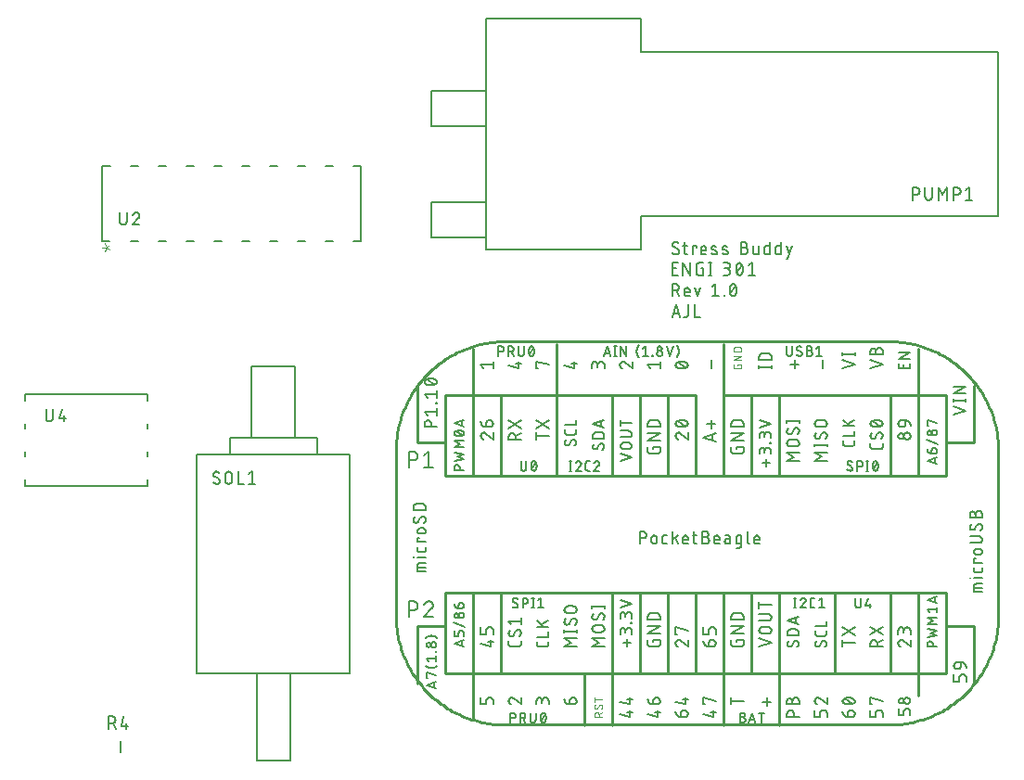
<source format=gbr>
G04 EAGLE Gerber RS-274X export*
G75*
%MOMM*%
%FSLAX34Y34*%
%LPD*%
%INSilkscreen Top*%
%IPPOS*%
%AMOC8*
5,1,8,0,0,1.08239X$1,22.5*%
G01*
%ADD10C,0.152400*%
%ADD11C,0.127000*%
%ADD12C,0.076200*%
%ADD13C,0.254000*%
%ADD14C,0.101600*%
%ADD15C,0.203200*%


D10*
X647107Y487172D02*
X647204Y487174D01*
X647302Y487180D01*
X647399Y487189D01*
X647496Y487203D01*
X647592Y487220D01*
X647687Y487241D01*
X647781Y487265D01*
X647875Y487294D01*
X647967Y487326D01*
X648058Y487361D01*
X648147Y487400D01*
X648235Y487443D01*
X648321Y487489D01*
X648405Y487538D01*
X648487Y487591D01*
X648567Y487646D01*
X648645Y487705D01*
X648720Y487767D01*
X648793Y487832D01*
X648863Y487900D01*
X648931Y487970D01*
X648996Y488043D01*
X649058Y488118D01*
X649117Y488196D01*
X649172Y488276D01*
X649225Y488358D01*
X649274Y488442D01*
X649320Y488528D01*
X649363Y488616D01*
X649402Y488705D01*
X649437Y488796D01*
X649469Y488888D01*
X649498Y488982D01*
X649522Y489076D01*
X649543Y489171D01*
X649560Y489267D01*
X649574Y489364D01*
X649583Y489461D01*
X649589Y489558D01*
X649591Y489656D01*
X647107Y487172D02*
X646964Y487174D01*
X646821Y487180D01*
X646679Y487189D01*
X646537Y487203D01*
X646395Y487221D01*
X646254Y487242D01*
X646113Y487267D01*
X645973Y487296D01*
X645834Y487329D01*
X645696Y487365D01*
X645559Y487406D01*
X645423Y487450D01*
X645288Y487497D01*
X645155Y487549D01*
X645023Y487604D01*
X644893Y487662D01*
X644764Y487724D01*
X644637Y487790D01*
X644512Y487859D01*
X644389Y487931D01*
X644268Y488007D01*
X644149Y488085D01*
X644032Y488168D01*
X643917Y488253D01*
X643805Y488341D01*
X643695Y488433D01*
X643588Y488527D01*
X643483Y488624D01*
X643381Y488724D01*
X643692Y495864D02*
X643694Y495962D01*
X643700Y496059D01*
X643709Y496156D01*
X643723Y496253D01*
X643740Y496349D01*
X643761Y496444D01*
X643785Y496538D01*
X643814Y496632D01*
X643846Y496724D01*
X643881Y496815D01*
X643920Y496904D01*
X643963Y496992D01*
X644009Y497078D01*
X644058Y497162D01*
X644111Y497244D01*
X644166Y497324D01*
X644225Y497402D01*
X644287Y497477D01*
X644352Y497550D01*
X644420Y497620D01*
X644490Y497688D01*
X644563Y497753D01*
X644638Y497815D01*
X644716Y497874D01*
X644796Y497929D01*
X644878Y497982D01*
X644962Y498031D01*
X645048Y498077D01*
X645136Y498120D01*
X645225Y498159D01*
X645316Y498194D01*
X645408Y498226D01*
X645502Y498255D01*
X645596Y498279D01*
X645691Y498300D01*
X645787Y498317D01*
X645884Y498331D01*
X645981Y498340D01*
X646078Y498346D01*
X646176Y498348D01*
X646306Y498346D01*
X646436Y498341D01*
X646566Y498332D01*
X646696Y498319D01*
X646825Y498303D01*
X646954Y498283D01*
X647082Y498259D01*
X647210Y498232D01*
X647336Y498201D01*
X647462Y498167D01*
X647587Y498129D01*
X647710Y498088D01*
X647833Y498043D01*
X647954Y497995D01*
X648074Y497944D01*
X648192Y497889D01*
X648308Y497831D01*
X648423Y497770D01*
X648537Y497705D01*
X648648Y497638D01*
X648757Y497567D01*
X648865Y497493D01*
X648970Y497417D01*
X644935Y493691D02*
X644852Y493742D01*
X644771Y493796D01*
X644693Y493853D01*
X644617Y493913D01*
X644543Y493976D01*
X644472Y494042D01*
X644403Y494110D01*
X644337Y494181D01*
X644273Y494254D01*
X644213Y494330D01*
X644156Y494408D01*
X644101Y494489D01*
X644050Y494571D01*
X644002Y494655D01*
X643957Y494741D01*
X643915Y494829D01*
X643877Y494918D01*
X643843Y495008D01*
X643811Y495100D01*
X643784Y495193D01*
X643760Y495287D01*
X643739Y495382D01*
X643723Y495478D01*
X643710Y495574D01*
X643700Y495670D01*
X643695Y495767D01*
X643693Y495864D01*
X648348Y491829D02*
X648431Y491778D01*
X648512Y491724D01*
X648590Y491667D01*
X648666Y491607D01*
X648740Y491544D01*
X648811Y491478D01*
X648880Y491410D01*
X648946Y491339D01*
X649010Y491266D01*
X649070Y491190D01*
X649127Y491112D01*
X649182Y491031D01*
X649233Y490949D01*
X649281Y490865D01*
X649326Y490779D01*
X649368Y490691D01*
X649406Y490602D01*
X649440Y490512D01*
X649472Y490420D01*
X649499Y490327D01*
X649523Y490233D01*
X649544Y490138D01*
X649560Y490042D01*
X649573Y489946D01*
X649583Y489850D01*
X649588Y489753D01*
X649590Y489656D01*
X648349Y491829D02*
X644934Y493691D01*
X653271Y494623D02*
X656997Y494623D01*
X654513Y498348D02*
X654513Y489035D01*
X654515Y488951D01*
X654520Y488868D01*
X654530Y488785D01*
X654543Y488702D01*
X654560Y488620D01*
X654580Y488539D01*
X654604Y488459D01*
X654632Y488380D01*
X654663Y488303D01*
X654697Y488227D01*
X654735Y488152D01*
X654777Y488079D01*
X654821Y488009D01*
X654869Y487940D01*
X654919Y487873D01*
X654973Y487809D01*
X655029Y487748D01*
X655089Y487688D01*
X655150Y487632D01*
X655214Y487578D01*
X655281Y487528D01*
X655350Y487480D01*
X655420Y487436D01*
X655493Y487394D01*
X655568Y487356D01*
X655644Y487322D01*
X655721Y487291D01*
X655800Y487263D01*
X655880Y487239D01*
X655961Y487219D01*
X656043Y487202D01*
X656126Y487189D01*
X656209Y487179D01*
X656292Y487174D01*
X656376Y487172D01*
X656997Y487172D01*
X661993Y487172D02*
X661993Y494623D01*
X665718Y494623D01*
X665718Y493381D01*
X671392Y487172D02*
X674497Y487172D01*
X671392Y487172D02*
X671308Y487174D01*
X671225Y487179D01*
X671142Y487189D01*
X671059Y487202D01*
X670977Y487219D01*
X670896Y487239D01*
X670816Y487263D01*
X670737Y487291D01*
X670660Y487322D01*
X670584Y487356D01*
X670509Y487394D01*
X670436Y487436D01*
X670366Y487480D01*
X670297Y487528D01*
X670230Y487578D01*
X670166Y487632D01*
X670105Y487688D01*
X670045Y487748D01*
X669989Y487809D01*
X669935Y487873D01*
X669885Y487940D01*
X669837Y488009D01*
X669793Y488079D01*
X669751Y488152D01*
X669713Y488227D01*
X669679Y488303D01*
X669648Y488380D01*
X669620Y488459D01*
X669596Y488539D01*
X669576Y488620D01*
X669559Y488702D01*
X669546Y488785D01*
X669536Y488868D01*
X669531Y488951D01*
X669529Y489035D01*
X669530Y489035D02*
X669530Y492139D01*
X669529Y492139D02*
X669531Y492238D01*
X669537Y492336D01*
X669547Y492435D01*
X669560Y492532D01*
X669578Y492630D01*
X669599Y492726D01*
X669625Y492822D01*
X669654Y492916D01*
X669686Y493009D01*
X669723Y493101D01*
X669763Y493191D01*
X669807Y493280D01*
X669854Y493367D01*
X669904Y493452D01*
X669958Y493534D01*
X670015Y493615D01*
X670075Y493693D01*
X670139Y493769D01*
X670205Y493842D01*
X670274Y493913D01*
X670346Y493981D01*
X670421Y494045D01*
X670498Y494107D01*
X670577Y494166D01*
X670659Y494221D01*
X670743Y494274D01*
X670828Y494322D01*
X670916Y494368D01*
X671006Y494410D01*
X671097Y494448D01*
X671189Y494482D01*
X671283Y494513D01*
X671378Y494540D01*
X671474Y494564D01*
X671571Y494583D01*
X671668Y494599D01*
X671766Y494611D01*
X671865Y494619D01*
X671964Y494623D01*
X672062Y494623D01*
X672161Y494619D01*
X672260Y494611D01*
X672358Y494599D01*
X672455Y494583D01*
X672552Y494564D01*
X672648Y494540D01*
X672743Y494513D01*
X672837Y494482D01*
X672929Y494448D01*
X673020Y494410D01*
X673110Y494368D01*
X673198Y494322D01*
X673283Y494274D01*
X673367Y494221D01*
X673449Y494166D01*
X673528Y494107D01*
X673605Y494045D01*
X673680Y493981D01*
X673752Y493913D01*
X673821Y493842D01*
X673887Y493769D01*
X673951Y493693D01*
X674011Y493615D01*
X674068Y493534D01*
X674122Y493452D01*
X674172Y493367D01*
X674219Y493280D01*
X674263Y493191D01*
X674303Y493101D01*
X674340Y493009D01*
X674372Y492916D01*
X674401Y492822D01*
X674427Y492726D01*
X674448Y492630D01*
X674466Y492532D01*
X674479Y492435D01*
X674489Y492336D01*
X674495Y492238D01*
X674497Y492139D01*
X674497Y490897D01*
X669530Y490897D01*
X680367Y491518D02*
X683472Y490276D01*
X680367Y491518D02*
X680295Y491549D01*
X680225Y491583D01*
X680156Y491621D01*
X680089Y491662D01*
X680024Y491706D01*
X679962Y491754D01*
X679902Y491804D01*
X679844Y491857D01*
X679789Y491913D01*
X679737Y491972D01*
X679688Y492033D01*
X679642Y492096D01*
X679599Y492161D01*
X679559Y492229D01*
X679522Y492298D01*
X679489Y492369D01*
X679460Y492442D01*
X679434Y492516D01*
X679411Y492591D01*
X679393Y492667D01*
X679378Y492744D01*
X679366Y492822D01*
X679359Y492900D01*
X679355Y492978D01*
X679356Y493056D01*
X679360Y493135D01*
X679367Y493213D01*
X679379Y493290D01*
X679394Y493367D01*
X679414Y493443D01*
X679436Y493518D01*
X679463Y493592D01*
X679493Y493664D01*
X679526Y493735D01*
X679563Y493804D01*
X679603Y493872D01*
X679647Y493937D01*
X679693Y494000D01*
X679743Y494061D01*
X679795Y494119D01*
X679850Y494175D01*
X679908Y494228D01*
X679969Y494278D01*
X680031Y494325D01*
X680096Y494368D01*
X680163Y494409D01*
X680232Y494447D01*
X680303Y494480D01*
X680375Y494511D01*
X680449Y494538D01*
X680523Y494561D01*
X680599Y494581D01*
X680676Y494597D01*
X680753Y494609D01*
X680831Y494617D01*
X680910Y494622D01*
X680988Y494623D01*
X680988Y494622D02*
X681157Y494618D01*
X681327Y494609D01*
X681496Y494597D01*
X681664Y494580D01*
X681833Y494559D01*
X682000Y494535D01*
X682167Y494506D01*
X682334Y494473D01*
X682499Y494436D01*
X682664Y494395D01*
X682827Y494351D01*
X682990Y494302D01*
X683151Y494250D01*
X683311Y494193D01*
X683469Y494133D01*
X683626Y494069D01*
X683782Y494001D01*
X683472Y490277D02*
X683544Y490246D01*
X683614Y490212D01*
X683683Y490174D01*
X683750Y490133D01*
X683815Y490089D01*
X683877Y490041D01*
X683937Y489991D01*
X683995Y489938D01*
X684050Y489882D01*
X684102Y489823D01*
X684151Y489762D01*
X684197Y489699D01*
X684240Y489634D01*
X684280Y489566D01*
X684317Y489497D01*
X684350Y489426D01*
X684379Y489353D01*
X684405Y489279D01*
X684428Y489204D01*
X684446Y489128D01*
X684461Y489051D01*
X684473Y488973D01*
X684480Y488895D01*
X684484Y488817D01*
X684483Y488739D01*
X684479Y488660D01*
X684472Y488582D01*
X684460Y488505D01*
X684445Y488428D01*
X684425Y488352D01*
X684403Y488277D01*
X684376Y488203D01*
X684346Y488131D01*
X684313Y488060D01*
X684276Y487991D01*
X684236Y487923D01*
X684192Y487858D01*
X684146Y487795D01*
X684096Y487734D01*
X684044Y487676D01*
X683989Y487620D01*
X683931Y487567D01*
X683870Y487517D01*
X683808Y487470D01*
X683743Y487427D01*
X683676Y487386D01*
X683607Y487348D01*
X683536Y487315D01*
X683464Y487284D01*
X683390Y487257D01*
X683316Y487234D01*
X683240Y487214D01*
X683163Y487198D01*
X683086Y487186D01*
X683008Y487178D01*
X682929Y487173D01*
X682851Y487172D01*
X682850Y487172D02*
X682601Y487179D01*
X682353Y487191D01*
X682104Y487209D01*
X681856Y487233D01*
X681609Y487263D01*
X681363Y487299D01*
X681117Y487341D01*
X680873Y487388D01*
X680629Y487442D01*
X680387Y487500D01*
X680147Y487565D01*
X679908Y487635D01*
X679671Y487711D01*
X679436Y487793D01*
X690273Y491518D02*
X693378Y490276D01*
X690273Y491518D02*
X690201Y491549D01*
X690131Y491583D01*
X690062Y491621D01*
X689995Y491662D01*
X689930Y491706D01*
X689868Y491754D01*
X689808Y491804D01*
X689750Y491857D01*
X689695Y491913D01*
X689643Y491972D01*
X689594Y492033D01*
X689548Y492096D01*
X689505Y492161D01*
X689465Y492229D01*
X689428Y492298D01*
X689395Y492369D01*
X689366Y492442D01*
X689340Y492516D01*
X689317Y492591D01*
X689299Y492667D01*
X689284Y492744D01*
X689272Y492822D01*
X689265Y492900D01*
X689261Y492978D01*
X689262Y493056D01*
X689266Y493135D01*
X689273Y493213D01*
X689285Y493290D01*
X689300Y493367D01*
X689320Y493443D01*
X689342Y493518D01*
X689369Y493592D01*
X689399Y493664D01*
X689432Y493735D01*
X689469Y493804D01*
X689509Y493872D01*
X689553Y493937D01*
X689599Y494000D01*
X689649Y494061D01*
X689701Y494119D01*
X689756Y494175D01*
X689814Y494228D01*
X689875Y494278D01*
X689937Y494325D01*
X690002Y494368D01*
X690069Y494409D01*
X690138Y494447D01*
X690209Y494480D01*
X690281Y494511D01*
X690355Y494538D01*
X690429Y494561D01*
X690505Y494581D01*
X690582Y494597D01*
X690659Y494609D01*
X690737Y494617D01*
X690816Y494622D01*
X690894Y494623D01*
X690894Y494622D02*
X691063Y494618D01*
X691233Y494609D01*
X691402Y494597D01*
X691570Y494580D01*
X691739Y494559D01*
X691906Y494535D01*
X692073Y494506D01*
X692240Y494473D01*
X692405Y494436D01*
X692570Y494395D01*
X692733Y494351D01*
X692896Y494302D01*
X693057Y494250D01*
X693217Y494193D01*
X693375Y494133D01*
X693532Y494069D01*
X693688Y494001D01*
X693378Y490277D02*
X693450Y490246D01*
X693520Y490212D01*
X693589Y490174D01*
X693656Y490133D01*
X693721Y490089D01*
X693783Y490041D01*
X693843Y489991D01*
X693901Y489938D01*
X693956Y489882D01*
X694008Y489823D01*
X694057Y489762D01*
X694103Y489699D01*
X694146Y489634D01*
X694186Y489566D01*
X694223Y489497D01*
X694256Y489426D01*
X694285Y489353D01*
X694311Y489279D01*
X694334Y489204D01*
X694352Y489128D01*
X694367Y489051D01*
X694379Y488973D01*
X694386Y488895D01*
X694390Y488817D01*
X694389Y488739D01*
X694385Y488660D01*
X694378Y488582D01*
X694366Y488505D01*
X694351Y488428D01*
X694331Y488352D01*
X694309Y488277D01*
X694282Y488203D01*
X694252Y488131D01*
X694219Y488060D01*
X694182Y487991D01*
X694142Y487923D01*
X694098Y487858D01*
X694052Y487795D01*
X694002Y487734D01*
X693950Y487676D01*
X693895Y487620D01*
X693837Y487567D01*
X693776Y487517D01*
X693714Y487470D01*
X693649Y487427D01*
X693582Y487386D01*
X693513Y487348D01*
X693442Y487315D01*
X693370Y487284D01*
X693296Y487257D01*
X693222Y487234D01*
X693146Y487214D01*
X693069Y487198D01*
X692992Y487186D01*
X692914Y487178D01*
X692835Y487173D01*
X692757Y487172D01*
X692756Y487172D02*
X692507Y487179D01*
X692259Y487191D01*
X692010Y487209D01*
X691762Y487233D01*
X691515Y487263D01*
X691269Y487299D01*
X691023Y487341D01*
X690779Y487388D01*
X690535Y487442D01*
X690293Y487500D01*
X690053Y487565D01*
X689814Y487635D01*
X689577Y487711D01*
X689342Y487793D01*
X706078Y493381D02*
X709182Y493381D01*
X709182Y493380D02*
X709293Y493378D01*
X709403Y493372D01*
X709514Y493362D01*
X709624Y493348D01*
X709733Y493331D01*
X709842Y493309D01*
X709950Y493284D01*
X710056Y493254D01*
X710162Y493221D01*
X710267Y493184D01*
X710370Y493144D01*
X710471Y493099D01*
X710571Y493052D01*
X710670Y493000D01*
X710766Y492945D01*
X710860Y492887D01*
X710952Y492826D01*
X711042Y492761D01*
X711130Y492693D01*
X711215Y492622D01*
X711297Y492548D01*
X711377Y492471D01*
X711454Y492391D01*
X711528Y492309D01*
X711599Y492224D01*
X711667Y492136D01*
X711732Y492046D01*
X711793Y491954D01*
X711851Y491860D01*
X711906Y491764D01*
X711958Y491665D01*
X712005Y491565D01*
X712050Y491464D01*
X712090Y491361D01*
X712127Y491256D01*
X712160Y491150D01*
X712190Y491044D01*
X712215Y490936D01*
X712237Y490827D01*
X712254Y490718D01*
X712268Y490608D01*
X712278Y490497D01*
X712284Y490387D01*
X712286Y490276D01*
X712284Y490165D01*
X712278Y490055D01*
X712268Y489944D01*
X712254Y489834D01*
X712237Y489725D01*
X712215Y489616D01*
X712190Y489508D01*
X712160Y489402D01*
X712127Y489296D01*
X712090Y489191D01*
X712050Y489088D01*
X712005Y488987D01*
X711958Y488887D01*
X711906Y488788D01*
X711851Y488692D01*
X711793Y488598D01*
X711732Y488506D01*
X711667Y488416D01*
X711599Y488328D01*
X711528Y488243D01*
X711454Y488161D01*
X711377Y488081D01*
X711297Y488004D01*
X711215Y487930D01*
X711130Y487859D01*
X711042Y487791D01*
X710952Y487726D01*
X710860Y487665D01*
X710766Y487607D01*
X710670Y487552D01*
X710571Y487500D01*
X710471Y487453D01*
X710370Y487408D01*
X710267Y487368D01*
X710162Y487331D01*
X710056Y487298D01*
X709950Y487268D01*
X709842Y487243D01*
X709733Y487221D01*
X709624Y487204D01*
X709514Y487190D01*
X709403Y487180D01*
X709293Y487174D01*
X709182Y487172D01*
X706078Y487172D01*
X706078Y498348D01*
X709182Y498348D01*
X709281Y498346D01*
X709379Y498340D01*
X709478Y498330D01*
X709575Y498317D01*
X709673Y498299D01*
X709769Y498278D01*
X709865Y498252D01*
X709959Y498223D01*
X710052Y498191D01*
X710144Y498154D01*
X710234Y498114D01*
X710323Y498070D01*
X710410Y498023D01*
X710495Y497973D01*
X710577Y497919D01*
X710658Y497862D01*
X710736Y497802D01*
X710812Y497738D01*
X710885Y497672D01*
X710956Y497603D01*
X711024Y497531D01*
X711088Y497456D01*
X711150Y497379D01*
X711209Y497300D01*
X711264Y497218D01*
X711317Y497134D01*
X711365Y497049D01*
X711411Y496961D01*
X711453Y496871D01*
X711491Y496780D01*
X711525Y496688D01*
X711556Y496594D01*
X711583Y496499D01*
X711607Y496403D01*
X711626Y496306D01*
X711642Y496209D01*
X711654Y496111D01*
X711662Y496012D01*
X711666Y495913D01*
X711666Y495815D01*
X711662Y495716D01*
X711654Y495617D01*
X711642Y495519D01*
X711626Y495422D01*
X711607Y495325D01*
X711583Y495229D01*
X711556Y495134D01*
X711525Y495040D01*
X711491Y494948D01*
X711453Y494857D01*
X711411Y494767D01*
X711365Y494679D01*
X711317Y494594D01*
X711264Y494510D01*
X711209Y494428D01*
X711150Y494349D01*
X711088Y494272D01*
X711024Y494197D01*
X710956Y494125D01*
X710885Y494056D01*
X710812Y493990D01*
X710736Y493926D01*
X710658Y493866D01*
X710577Y493809D01*
X710495Y493755D01*
X710410Y493705D01*
X710323Y493658D01*
X710234Y493614D01*
X710144Y493574D01*
X710052Y493537D01*
X709959Y493505D01*
X709865Y493476D01*
X709769Y493450D01*
X709673Y493429D01*
X709575Y493411D01*
X709478Y493398D01*
X709379Y493388D01*
X709281Y493382D01*
X709182Y493380D01*
X717155Y494623D02*
X717155Y489035D01*
X717154Y489035D02*
X717156Y488951D01*
X717161Y488868D01*
X717171Y488785D01*
X717184Y488702D01*
X717201Y488620D01*
X717221Y488539D01*
X717245Y488459D01*
X717273Y488380D01*
X717304Y488303D01*
X717338Y488227D01*
X717376Y488152D01*
X717418Y488079D01*
X717462Y488009D01*
X717510Y487940D01*
X717560Y487873D01*
X717614Y487809D01*
X717670Y487748D01*
X717730Y487688D01*
X717791Y487632D01*
X717855Y487578D01*
X717922Y487528D01*
X717991Y487480D01*
X718061Y487436D01*
X718134Y487394D01*
X718209Y487356D01*
X718285Y487322D01*
X718362Y487291D01*
X718441Y487263D01*
X718521Y487239D01*
X718602Y487219D01*
X718684Y487202D01*
X718767Y487189D01*
X718850Y487179D01*
X718933Y487174D01*
X719017Y487172D01*
X722122Y487172D01*
X722122Y494623D01*
X732335Y498348D02*
X732335Y487172D01*
X729231Y487172D01*
X729147Y487174D01*
X729064Y487179D01*
X728981Y487189D01*
X728898Y487202D01*
X728816Y487219D01*
X728735Y487239D01*
X728655Y487263D01*
X728576Y487291D01*
X728499Y487322D01*
X728423Y487356D01*
X728348Y487394D01*
X728275Y487436D01*
X728205Y487480D01*
X728136Y487528D01*
X728069Y487578D01*
X728005Y487632D01*
X727944Y487688D01*
X727884Y487748D01*
X727828Y487809D01*
X727774Y487873D01*
X727724Y487940D01*
X727676Y488009D01*
X727632Y488079D01*
X727590Y488152D01*
X727552Y488227D01*
X727518Y488303D01*
X727487Y488380D01*
X727459Y488459D01*
X727435Y488539D01*
X727415Y488620D01*
X727398Y488702D01*
X727385Y488785D01*
X727375Y488868D01*
X727370Y488951D01*
X727368Y489035D01*
X727368Y492760D01*
X727370Y492844D01*
X727376Y492927D01*
X727385Y493010D01*
X727398Y493093D01*
X727415Y493175D01*
X727435Y493256D01*
X727459Y493336D01*
X727487Y493415D01*
X727518Y493492D01*
X727552Y493568D01*
X727590Y493643D01*
X727632Y493716D01*
X727676Y493786D01*
X727724Y493855D01*
X727774Y493922D01*
X727828Y493986D01*
X727884Y494047D01*
X727944Y494107D01*
X728005Y494163D01*
X728069Y494217D01*
X728136Y494267D01*
X728205Y494315D01*
X728275Y494359D01*
X728348Y494401D01*
X728423Y494439D01*
X728499Y494473D01*
X728576Y494504D01*
X728655Y494532D01*
X728735Y494556D01*
X728816Y494576D01*
X728898Y494593D01*
X728981Y494606D01*
X729064Y494616D01*
X729147Y494621D01*
X729231Y494623D01*
X732335Y494623D01*
X742622Y498348D02*
X742622Y487172D01*
X739518Y487172D01*
X739434Y487174D01*
X739351Y487179D01*
X739268Y487189D01*
X739185Y487202D01*
X739103Y487219D01*
X739022Y487239D01*
X738942Y487263D01*
X738863Y487291D01*
X738786Y487322D01*
X738710Y487356D01*
X738635Y487394D01*
X738562Y487436D01*
X738492Y487480D01*
X738423Y487528D01*
X738356Y487578D01*
X738292Y487632D01*
X738231Y487688D01*
X738171Y487748D01*
X738115Y487809D01*
X738061Y487873D01*
X738011Y487940D01*
X737963Y488009D01*
X737919Y488079D01*
X737877Y488152D01*
X737839Y488227D01*
X737805Y488303D01*
X737774Y488380D01*
X737746Y488459D01*
X737722Y488539D01*
X737702Y488620D01*
X737685Y488702D01*
X737672Y488785D01*
X737662Y488868D01*
X737657Y488951D01*
X737655Y489035D01*
X737655Y492760D01*
X737657Y492844D01*
X737663Y492927D01*
X737672Y493010D01*
X737685Y493093D01*
X737702Y493175D01*
X737722Y493256D01*
X737746Y493336D01*
X737774Y493415D01*
X737805Y493492D01*
X737839Y493568D01*
X737877Y493643D01*
X737919Y493716D01*
X737963Y493786D01*
X738011Y493855D01*
X738061Y493922D01*
X738115Y493986D01*
X738171Y494047D01*
X738231Y494107D01*
X738292Y494163D01*
X738356Y494217D01*
X738423Y494267D01*
X738492Y494315D01*
X738562Y494359D01*
X738635Y494401D01*
X738710Y494439D01*
X738786Y494473D01*
X738863Y494504D01*
X738942Y494532D01*
X739022Y494556D01*
X739103Y494576D01*
X739185Y494593D01*
X739268Y494606D01*
X739351Y494616D01*
X739434Y494621D01*
X739518Y494623D01*
X742622Y494623D01*
X747635Y483447D02*
X748876Y483447D01*
X752602Y494623D01*
X747635Y494623D02*
X750118Y487172D01*
X648349Y468122D02*
X643382Y468122D01*
X643382Y479298D01*
X648349Y479298D01*
X647107Y474331D02*
X643382Y474331D01*
X653260Y479298D02*
X653260Y468122D01*
X659469Y468122D02*
X653260Y479298D01*
X659469Y479298D02*
X659469Y468122D01*
X669798Y474331D02*
X671661Y474331D01*
X671661Y468122D01*
X667935Y468122D01*
X667837Y468124D01*
X667740Y468130D01*
X667643Y468139D01*
X667546Y468153D01*
X667450Y468170D01*
X667355Y468191D01*
X667261Y468215D01*
X667167Y468244D01*
X667075Y468276D01*
X666984Y468311D01*
X666895Y468350D01*
X666807Y468393D01*
X666721Y468439D01*
X666637Y468488D01*
X666555Y468541D01*
X666475Y468596D01*
X666397Y468655D01*
X666322Y468717D01*
X666249Y468782D01*
X666179Y468850D01*
X666111Y468920D01*
X666046Y468993D01*
X665984Y469068D01*
X665925Y469146D01*
X665870Y469226D01*
X665817Y469308D01*
X665768Y469392D01*
X665722Y469478D01*
X665679Y469566D01*
X665640Y469655D01*
X665605Y469746D01*
X665573Y469838D01*
X665544Y469932D01*
X665520Y470026D01*
X665499Y470121D01*
X665482Y470217D01*
X665468Y470314D01*
X665459Y470411D01*
X665453Y470508D01*
X665451Y470606D01*
X665452Y470606D02*
X665452Y476814D01*
X665451Y476814D02*
X665453Y476912D01*
X665459Y477009D01*
X665468Y477106D01*
X665482Y477203D01*
X665499Y477299D01*
X665520Y477394D01*
X665544Y477488D01*
X665573Y477582D01*
X665605Y477674D01*
X665640Y477765D01*
X665679Y477854D01*
X665722Y477942D01*
X665768Y478028D01*
X665817Y478112D01*
X665870Y478194D01*
X665925Y478274D01*
X665984Y478352D01*
X666046Y478427D01*
X666111Y478500D01*
X666179Y478570D01*
X666249Y478638D01*
X666322Y478703D01*
X666397Y478765D01*
X666475Y478824D01*
X666555Y478879D01*
X666637Y478932D01*
X666721Y478981D01*
X666807Y479027D01*
X666895Y479070D01*
X666984Y479109D01*
X667075Y479144D01*
X667167Y479176D01*
X667261Y479205D01*
X667355Y479229D01*
X667450Y479250D01*
X667546Y479267D01*
X667643Y479281D01*
X667740Y479290D01*
X667837Y479296D01*
X667935Y479298D01*
X671661Y479298D01*
X678081Y479298D02*
X678081Y468122D01*
X676839Y468122D02*
X679323Y468122D01*
X679323Y479298D02*
X676839Y479298D01*
X690217Y468122D02*
X693321Y468122D01*
X693432Y468124D01*
X693542Y468130D01*
X693653Y468140D01*
X693763Y468154D01*
X693872Y468171D01*
X693981Y468193D01*
X694089Y468218D01*
X694195Y468248D01*
X694301Y468281D01*
X694406Y468318D01*
X694509Y468358D01*
X694610Y468403D01*
X694710Y468450D01*
X694809Y468502D01*
X694905Y468557D01*
X694999Y468615D01*
X695091Y468676D01*
X695181Y468741D01*
X695269Y468809D01*
X695354Y468880D01*
X695436Y468954D01*
X695516Y469031D01*
X695593Y469111D01*
X695667Y469193D01*
X695738Y469278D01*
X695806Y469366D01*
X695871Y469456D01*
X695932Y469548D01*
X695990Y469642D01*
X696045Y469738D01*
X696097Y469837D01*
X696144Y469937D01*
X696189Y470038D01*
X696229Y470141D01*
X696266Y470246D01*
X696299Y470352D01*
X696329Y470458D01*
X696354Y470566D01*
X696376Y470675D01*
X696393Y470784D01*
X696407Y470894D01*
X696417Y471005D01*
X696423Y471115D01*
X696425Y471226D01*
X696423Y471337D01*
X696417Y471447D01*
X696407Y471558D01*
X696393Y471668D01*
X696376Y471777D01*
X696354Y471886D01*
X696329Y471994D01*
X696299Y472100D01*
X696266Y472206D01*
X696229Y472311D01*
X696189Y472414D01*
X696144Y472515D01*
X696097Y472615D01*
X696045Y472714D01*
X695990Y472810D01*
X695932Y472904D01*
X695871Y472996D01*
X695806Y473086D01*
X695738Y473174D01*
X695667Y473259D01*
X695593Y473341D01*
X695516Y473421D01*
X695436Y473498D01*
X695354Y473572D01*
X695269Y473643D01*
X695181Y473711D01*
X695091Y473776D01*
X694999Y473837D01*
X694905Y473895D01*
X694809Y473950D01*
X694710Y474002D01*
X694610Y474049D01*
X694509Y474094D01*
X694406Y474134D01*
X694301Y474171D01*
X694195Y474204D01*
X694089Y474234D01*
X693981Y474259D01*
X693872Y474281D01*
X693763Y474298D01*
X693653Y474312D01*
X693542Y474322D01*
X693432Y474328D01*
X693321Y474330D01*
X693942Y479298D02*
X690217Y479298D01*
X693942Y479298D02*
X694041Y479296D01*
X694139Y479290D01*
X694238Y479280D01*
X694335Y479267D01*
X694433Y479249D01*
X694529Y479228D01*
X694625Y479202D01*
X694719Y479173D01*
X694812Y479141D01*
X694904Y479104D01*
X694994Y479064D01*
X695083Y479020D01*
X695170Y478973D01*
X695255Y478923D01*
X695337Y478869D01*
X695418Y478812D01*
X695496Y478752D01*
X695572Y478688D01*
X695645Y478622D01*
X695716Y478553D01*
X695784Y478481D01*
X695848Y478406D01*
X695910Y478329D01*
X695969Y478250D01*
X696024Y478168D01*
X696077Y478084D01*
X696125Y477999D01*
X696171Y477911D01*
X696213Y477821D01*
X696251Y477730D01*
X696285Y477638D01*
X696316Y477544D01*
X696343Y477449D01*
X696367Y477353D01*
X696386Y477256D01*
X696402Y477159D01*
X696414Y477061D01*
X696422Y476962D01*
X696426Y476863D01*
X696426Y476765D01*
X696422Y476666D01*
X696414Y476567D01*
X696402Y476469D01*
X696386Y476372D01*
X696367Y476275D01*
X696343Y476179D01*
X696316Y476084D01*
X696285Y475990D01*
X696251Y475898D01*
X696213Y475807D01*
X696171Y475717D01*
X696125Y475629D01*
X696077Y475544D01*
X696024Y475460D01*
X695969Y475378D01*
X695910Y475299D01*
X695848Y475222D01*
X695784Y475147D01*
X695716Y475075D01*
X695645Y475006D01*
X695572Y474940D01*
X695496Y474876D01*
X695418Y474816D01*
X695337Y474759D01*
X695255Y474705D01*
X695170Y474655D01*
X695083Y474608D01*
X694994Y474564D01*
X694904Y474524D01*
X694812Y474487D01*
X694719Y474455D01*
X694625Y474426D01*
X694529Y474400D01*
X694433Y474379D01*
X694335Y474361D01*
X694238Y474348D01*
X694139Y474338D01*
X694041Y474332D01*
X693942Y474330D01*
X693942Y474331D02*
X691458Y474331D01*
X701647Y473710D02*
X701650Y473930D01*
X701657Y474150D01*
X701671Y474369D01*
X701689Y474588D01*
X701713Y474807D01*
X701741Y475025D01*
X701775Y475242D01*
X701814Y475458D01*
X701859Y475674D01*
X701908Y475888D01*
X701963Y476101D01*
X702022Y476313D01*
X702087Y476523D01*
X702157Y476731D01*
X702231Y476938D01*
X702311Y477143D01*
X702395Y477346D01*
X702484Y477547D01*
X702578Y477746D01*
X702611Y477835D01*
X702647Y477923D01*
X702687Y478009D01*
X702730Y478094D01*
X702777Y478176D01*
X702828Y478257D01*
X702881Y478335D01*
X702938Y478411D01*
X702998Y478485D01*
X703061Y478556D01*
X703126Y478625D01*
X703195Y478691D01*
X703266Y478753D01*
X703340Y478813D01*
X703416Y478870D01*
X703494Y478924D01*
X703575Y478974D01*
X703657Y479021D01*
X703742Y479064D01*
X703828Y479104D01*
X703916Y479141D01*
X704005Y479173D01*
X704095Y479202D01*
X704187Y479228D01*
X704279Y479249D01*
X704373Y479267D01*
X704467Y479280D01*
X704561Y479290D01*
X704656Y479296D01*
X704751Y479298D01*
X704846Y479296D01*
X704941Y479290D01*
X705035Y479280D01*
X705129Y479267D01*
X705223Y479249D01*
X705315Y479228D01*
X705407Y479202D01*
X705497Y479173D01*
X705586Y479141D01*
X705674Y479104D01*
X705760Y479064D01*
X705845Y479021D01*
X705927Y478974D01*
X706008Y478924D01*
X706086Y478870D01*
X706162Y478813D01*
X706236Y478753D01*
X706307Y478691D01*
X706376Y478625D01*
X706441Y478556D01*
X706504Y478485D01*
X706564Y478411D01*
X706621Y478335D01*
X706674Y478257D01*
X706725Y478176D01*
X706772Y478093D01*
X706815Y478009D01*
X706855Y477923D01*
X706891Y477835D01*
X706924Y477746D01*
X706925Y477746D02*
X707019Y477547D01*
X707108Y477346D01*
X707192Y477143D01*
X707272Y476938D01*
X707346Y476731D01*
X707416Y476523D01*
X707481Y476313D01*
X707540Y476101D01*
X707595Y475888D01*
X707644Y475674D01*
X707689Y475458D01*
X707728Y475242D01*
X707762Y475025D01*
X707790Y474807D01*
X707814Y474588D01*
X707832Y474369D01*
X707846Y474150D01*
X707853Y473930D01*
X707856Y473710D01*
X701647Y473710D02*
X701650Y473490D01*
X701657Y473270D01*
X701671Y473051D01*
X701689Y472832D01*
X701713Y472613D01*
X701741Y472395D01*
X701775Y472178D01*
X701814Y471962D01*
X701859Y471746D01*
X701908Y471532D01*
X701963Y471319D01*
X702022Y471108D01*
X702087Y470897D01*
X702157Y470689D01*
X702231Y470482D01*
X702311Y470277D01*
X702395Y470074D01*
X702484Y469873D01*
X702578Y469674D01*
X702611Y469585D01*
X702647Y469497D01*
X702687Y469411D01*
X702730Y469326D01*
X702777Y469244D01*
X702828Y469163D01*
X702881Y469085D01*
X702938Y469009D01*
X702998Y468935D01*
X703061Y468864D01*
X703126Y468795D01*
X703195Y468729D01*
X703266Y468667D01*
X703340Y468607D01*
X703416Y468550D01*
X703494Y468496D01*
X703575Y468446D01*
X703657Y468399D01*
X703742Y468356D01*
X703828Y468316D01*
X703916Y468279D01*
X704005Y468247D01*
X704095Y468218D01*
X704187Y468192D01*
X704279Y468171D01*
X704373Y468153D01*
X704467Y468140D01*
X704561Y468130D01*
X704656Y468124D01*
X704751Y468122D01*
X706925Y469674D02*
X707019Y469873D01*
X707108Y470074D01*
X707192Y470277D01*
X707272Y470482D01*
X707346Y470689D01*
X707416Y470897D01*
X707481Y471107D01*
X707540Y471319D01*
X707595Y471532D01*
X707644Y471746D01*
X707689Y471962D01*
X707728Y472178D01*
X707762Y472395D01*
X707790Y472613D01*
X707814Y472832D01*
X707832Y473051D01*
X707846Y473270D01*
X707853Y473490D01*
X707856Y473710D01*
X706924Y469674D02*
X706891Y469585D01*
X706855Y469497D01*
X706815Y469411D01*
X706772Y469326D01*
X706725Y469244D01*
X706674Y469163D01*
X706621Y469085D01*
X706564Y469009D01*
X706504Y468935D01*
X706441Y468864D01*
X706376Y468795D01*
X706307Y468729D01*
X706236Y468667D01*
X706162Y468607D01*
X706086Y468550D01*
X706008Y468496D01*
X705927Y468446D01*
X705845Y468399D01*
X705760Y468356D01*
X705674Y468316D01*
X705586Y468279D01*
X705497Y468247D01*
X705407Y468218D01*
X705315Y468192D01*
X705223Y468171D01*
X705129Y468153D01*
X705035Y468140D01*
X704941Y468130D01*
X704846Y468124D01*
X704751Y468122D01*
X702268Y470606D02*
X707235Y476814D01*
X713077Y476814D02*
X716181Y479298D01*
X716181Y468122D01*
X713077Y468122D02*
X719286Y468122D01*
X643382Y460248D02*
X643382Y449072D01*
X643382Y460248D02*
X646486Y460248D01*
X646597Y460246D01*
X646707Y460240D01*
X646818Y460230D01*
X646928Y460216D01*
X647037Y460199D01*
X647146Y460177D01*
X647254Y460152D01*
X647360Y460122D01*
X647466Y460089D01*
X647571Y460052D01*
X647674Y460012D01*
X647775Y459967D01*
X647875Y459920D01*
X647974Y459868D01*
X648070Y459813D01*
X648164Y459755D01*
X648256Y459694D01*
X648346Y459629D01*
X648434Y459561D01*
X648519Y459490D01*
X648601Y459416D01*
X648681Y459339D01*
X648758Y459259D01*
X648832Y459177D01*
X648903Y459092D01*
X648971Y459004D01*
X649036Y458914D01*
X649097Y458822D01*
X649155Y458728D01*
X649210Y458632D01*
X649262Y458533D01*
X649309Y458433D01*
X649354Y458332D01*
X649394Y458229D01*
X649431Y458124D01*
X649464Y458018D01*
X649494Y457912D01*
X649519Y457804D01*
X649541Y457695D01*
X649558Y457586D01*
X649572Y457476D01*
X649582Y457365D01*
X649588Y457255D01*
X649590Y457144D01*
X649588Y457033D01*
X649582Y456923D01*
X649572Y456812D01*
X649558Y456702D01*
X649541Y456593D01*
X649519Y456484D01*
X649494Y456376D01*
X649464Y456270D01*
X649431Y456164D01*
X649394Y456059D01*
X649354Y455956D01*
X649309Y455855D01*
X649262Y455755D01*
X649210Y455656D01*
X649155Y455560D01*
X649097Y455466D01*
X649036Y455374D01*
X648971Y455284D01*
X648903Y455196D01*
X648832Y455111D01*
X648758Y455029D01*
X648681Y454949D01*
X648601Y454872D01*
X648519Y454798D01*
X648434Y454727D01*
X648346Y454659D01*
X648256Y454594D01*
X648164Y454533D01*
X648070Y454475D01*
X647974Y454420D01*
X647875Y454368D01*
X647775Y454321D01*
X647674Y454276D01*
X647571Y454236D01*
X647466Y454199D01*
X647360Y454166D01*
X647254Y454136D01*
X647146Y454111D01*
X647037Y454089D01*
X646928Y454072D01*
X646818Y454058D01*
X646707Y454048D01*
X646597Y454042D01*
X646486Y454040D01*
X646486Y454039D02*
X643382Y454039D01*
X647107Y454039D02*
X649591Y449072D01*
X656442Y449072D02*
X659546Y449072D01*
X656442Y449072D02*
X656358Y449074D01*
X656275Y449079D01*
X656192Y449089D01*
X656109Y449102D01*
X656027Y449119D01*
X655946Y449139D01*
X655866Y449163D01*
X655787Y449191D01*
X655710Y449222D01*
X655634Y449256D01*
X655559Y449294D01*
X655486Y449336D01*
X655416Y449380D01*
X655347Y449428D01*
X655280Y449478D01*
X655216Y449532D01*
X655155Y449588D01*
X655095Y449648D01*
X655039Y449709D01*
X654985Y449773D01*
X654935Y449840D01*
X654887Y449909D01*
X654843Y449979D01*
X654801Y450052D01*
X654763Y450127D01*
X654729Y450203D01*
X654698Y450280D01*
X654670Y450359D01*
X654646Y450439D01*
X654626Y450520D01*
X654609Y450602D01*
X654596Y450685D01*
X654586Y450768D01*
X654581Y450851D01*
X654579Y450935D01*
X654579Y454039D01*
X654578Y454039D02*
X654580Y454138D01*
X654586Y454236D01*
X654596Y454335D01*
X654609Y454432D01*
X654627Y454530D01*
X654648Y454626D01*
X654674Y454722D01*
X654703Y454816D01*
X654735Y454909D01*
X654772Y455001D01*
X654812Y455091D01*
X654856Y455180D01*
X654903Y455267D01*
X654953Y455352D01*
X655007Y455434D01*
X655064Y455515D01*
X655124Y455593D01*
X655188Y455669D01*
X655254Y455742D01*
X655323Y455813D01*
X655395Y455881D01*
X655470Y455945D01*
X655547Y456007D01*
X655626Y456066D01*
X655708Y456121D01*
X655792Y456174D01*
X655877Y456222D01*
X655965Y456268D01*
X656055Y456310D01*
X656146Y456348D01*
X656238Y456382D01*
X656332Y456413D01*
X656427Y456440D01*
X656523Y456464D01*
X656620Y456483D01*
X656717Y456499D01*
X656815Y456511D01*
X656914Y456519D01*
X657013Y456523D01*
X657111Y456523D01*
X657210Y456519D01*
X657309Y456511D01*
X657407Y456499D01*
X657504Y456483D01*
X657601Y456464D01*
X657697Y456440D01*
X657792Y456413D01*
X657886Y456382D01*
X657978Y456348D01*
X658069Y456310D01*
X658159Y456268D01*
X658247Y456222D01*
X658332Y456174D01*
X658416Y456121D01*
X658498Y456066D01*
X658577Y456007D01*
X658654Y455945D01*
X658729Y455881D01*
X658801Y455813D01*
X658870Y455742D01*
X658936Y455669D01*
X659000Y455593D01*
X659060Y455515D01*
X659117Y455434D01*
X659171Y455352D01*
X659221Y455267D01*
X659268Y455180D01*
X659312Y455091D01*
X659352Y455001D01*
X659389Y454909D01*
X659421Y454816D01*
X659450Y454722D01*
X659476Y454626D01*
X659497Y454530D01*
X659515Y454432D01*
X659528Y454335D01*
X659538Y454236D01*
X659544Y454138D01*
X659546Y454039D01*
X659546Y452797D01*
X654579Y452797D01*
X664104Y456523D02*
X666587Y449072D01*
X669071Y456523D01*
X679866Y457764D02*
X682970Y460248D01*
X682970Y449072D01*
X679866Y449072D02*
X686075Y449072D01*
X690661Y449072D02*
X690661Y449693D01*
X691282Y449693D01*
X691282Y449072D01*
X690661Y449072D01*
X695868Y454660D02*
X695871Y454880D01*
X695878Y455100D01*
X695892Y455319D01*
X695910Y455538D01*
X695934Y455757D01*
X695962Y455975D01*
X695996Y456192D01*
X696035Y456408D01*
X696080Y456624D01*
X696129Y456838D01*
X696184Y457051D01*
X696243Y457263D01*
X696308Y457473D01*
X696378Y457681D01*
X696452Y457888D01*
X696532Y458093D01*
X696616Y458296D01*
X696705Y458497D01*
X696799Y458696D01*
X696832Y458785D01*
X696868Y458873D01*
X696908Y458959D01*
X696951Y459044D01*
X696998Y459126D01*
X697049Y459207D01*
X697102Y459285D01*
X697159Y459361D01*
X697219Y459435D01*
X697282Y459506D01*
X697347Y459575D01*
X697416Y459641D01*
X697487Y459703D01*
X697561Y459763D01*
X697637Y459820D01*
X697715Y459874D01*
X697796Y459924D01*
X697878Y459971D01*
X697963Y460014D01*
X698049Y460054D01*
X698137Y460091D01*
X698226Y460123D01*
X698316Y460152D01*
X698408Y460178D01*
X698500Y460199D01*
X698594Y460217D01*
X698688Y460230D01*
X698782Y460240D01*
X698877Y460246D01*
X698972Y460248D01*
X699067Y460246D01*
X699162Y460240D01*
X699256Y460230D01*
X699350Y460217D01*
X699444Y460199D01*
X699536Y460178D01*
X699628Y460152D01*
X699718Y460123D01*
X699807Y460091D01*
X699895Y460054D01*
X699981Y460014D01*
X700066Y459971D01*
X700148Y459924D01*
X700229Y459874D01*
X700307Y459820D01*
X700383Y459763D01*
X700457Y459703D01*
X700528Y459641D01*
X700597Y459575D01*
X700662Y459506D01*
X700725Y459435D01*
X700785Y459361D01*
X700842Y459285D01*
X700895Y459207D01*
X700946Y459126D01*
X700993Y459043D01*
X701036Y458959D01*
X701076Y458873D01*
X701112Y458785D01*
X701145Y458696D01*
X701146Y458696D02*
X701240Y458497D01*
X701329Y458296D01*
X701413Y458093D01*
X701493Y457888D01*
X701567Y457681D01*
X701637Y457473D01*
X701702Y457263D01*
X701761Y457051D01*
X701816Y456838D01*
X701865Y456624D01*
X701910Y456408D01*
X701949Y456192D01*
X701983Y455975D01*
X702011Y455757D01*
X702035Y455538D01*
X702053Y455319D01*
X702067Y455100D01*
X702074Y454880D01*
X702077Y454660D01*
X695868Y454660D02*
X695871Y454440D01*
X695878Y454220D01*
X695892Y454001D01*
X695910Y453782D01*
X695934Y453563D01*
X695962Y453345D01*
X695996Y453128D01*
X696035Y452912D01*
X696080Y452696D01*
X696129Y452482D01*
X696184Y452269D01*
X696243Y452058D01*
X696308Y451847D01*
X696378Y451639D01*
X696452Y451432D01*
X696532Y451227D01*
X696616Y451024D01*
X696705Y450823D01*
X696799Y450624D01*
X696832Y450535D01*
X696868Y450447D01*
X696908Y450361D01*
X696951Y450276D01*
X696998Y450194D01*
X697049Y450113D01*
X697102Y450035D01*
X697159Y449959D01*
X697219Y449885D01*
X697282Y449814D01*
X697347Y449745D01*
X697416Y449679D01*
X697487Y449617D01*
X697561Y449557D01*
X697637Y449500D01*
X697715Y449446D01*
X697796Y449396D01*
X697878Y449349D01*
X697963Y449306D01*
X698049Y449266D01*
X698137Y449229D01*
X698226Y449197D01*
X698316Y449168D01*
X698408Y449142D01*
X698500Y449121D01*
X698594Y449103D01*
X698688Y449090D01*
X698782Y449080D01*
X698877Y449074D01*
X698972Y449072D01*
X701146Y450624D02*
X701240Y450823D01*
X701329Y451024D01*
X701413Y451227D01*
X701493Y451432D01*
X701567Y451639D01*
X701637Y451847D01*
X701702Y452057D01*
X701761Y452269D01*
X701816Y452482D01*
X701865Y452696D01*
X701910Y452912D01*
X701949Y453128D01*
X701983Y453345D01*
X702011Y453563D01*
X702035Y453782D01*
X702053Y454001D01*
X702067Y454220D01*
X702074Y454440D01*
X702077Y454660D01*
X701145Y450624D02*
X701112Y450535D01*
X701076Y450447D01*
X701036Y450361D01*
X700993Y450276D01*
X700946Y450194D01*
X700895Y450113D01*
X700842Y450035D01*
X700785Y449959D01*
X700725Y449885D01*
X700662Y449814D01*
X700597Y449745D01*
X700528Y449679D01*
X700457Y449617D01*
X700383Y449557D01*
X700307Y449500D01*
X700229Y449446D01*
X700148Y449396D01*
X700066Y449349D01*
X699981Y449306D01*
X699895Y449266D01*
X699807Y449229D01*
X699718Y449197D01*
X699628Y449168D01*
X699536Y449142D01*
X699444Y449121D01*
X699350Y449103D01*
X699256Y449090D01*
X699162Y449080D01*
X699067Y449074D01*
X698972Y449072D01*
X696489Y451556D02*
X701456Y457764D01*
X647107Y441198D02*
X643382Y430022D01*
X650833Y430022D02*
X647107Y441198D01*
X649901Y432816D02*
X644313Y432816D01*
X657890Y432506D02*
X657890Y441198D01*
X657890Y432506D02*
X657888Y432408D01*
X657882Y432311D01*
X657873Y432214D01*
X657859Y432117D01*
X657842Y432021D01*
X657821Y431926D01*
X657797Y431832D01*
X657768Y431738D01*
X657736Y431646D01*
X657701Y431555D01*
X657662Y431466D01*
X657619Y431378D01*
X657573Y431292D01*
X657524Y431208D01*
X657471Y431126D01*
X657416Y431046D01*
X657357Y430968D01*
X657295Y430893D01*
X657230Y430820D01*
X657162Y430750D01*
X657092Y430682D01*
X657019Y430617D01*
X656944Y430555D01*
X656866Y430496D01*
X656786Y430441D01*
X656704Y430388D01*
X656620Y430339D01*
X656534Y430293D01*
X656446Y430250D01*
X656357Y430211D01*
X656266Y430176D01*
X656174Y430144D01*
X656080Y430115D01*
X655986Y430091D01*
X655891Y430070D01*
X655795Y430053D01*
X655698Y430039D01*
X655601Y430030D01*
X655503Y430024D01*
X655406Y430022D01*
X654165Y430022D01*
X663843Y430022D02*
X663843Y441198D01*
X663843Y430022D02*
X668810Y430022D01*
D11*
X349400Y304800D02*
X349400Y104800D01*
X294400Y104800D01*
X264400Y104800D01*
X209400Y104800D01*
X209400Y304800D01*
X239400Y304800D01*
X319400Y304800D01*
X349400Y304800D01*
X264400Y104800D02*
X264400Y24800D01*
X294400Y24800D01*
X294400Y104800D01*
X299400Y384800D02*
X259400Y384800D01*
X319400Y319800D02*
X319400Y304800D01*
X319400Y319800D02*
X299400Y319800D01*
X259400Y319800D02*
X239400Y319800D01*
X239400Y304800D01*
X259400Y319800D02*
X259400Y384800D01*
X259400Y319800D02*
X299400Y319800D01*
X299400Y384800D01*
D10*
X230491Y280106D02*
X230489Y280008D01*
X230483Y279911D01*
X230474Y279814D01*
X230460Y279717D01*
X230443Y279621D01*
X230422Y279526D01*
X230398Y279432D01*
X230369Y279338D01*
X230337Y279246D01*
X230302Y279155D01*
X230263Y279066D01*
X230220Y278978D01*
X230174Y278892D01*
X230125Y278808D01*
X230072Y278726D01*
X230017Y278646D01*
X229958Y278568D01*
X229896Y278493D01*
X229831Y278420D01*
X229763Y278350D01*
X229693Y278282D01*
X229620Y278217D01*
X229545Y278155D01*
X229467Y278096D01*
X229387Y278041D01*
X229305Y277988D01*
X229221Y277939D01*
X229135Y277893D01*
X229047Y277850D01*
X228958Y277811D01*
X228867Y277776D01*
X228775Y277744D01*
X228681Y277715D01*
X228587Y277691D01*
X228492Y277670D01*
X228396Y277653D01*
X228299Y277639D01*
X228202Y277630D01*
X228104Y277624D01*
X228007Y277622D01*
X227864Y277624D01*
X227721Y277630D01*
X227579Y277639D01*
X227437Y277653D01*
X227295Y277671D01*
X227154Y277692D01*
X227013Y277717D01*
X226873Y277746D01*
X226734Y277779D01*
X226596Y277815D01*
X226459Y277856D01*
X226323Y277900D01*
X226188Y277947D01*
X226055Y277999D01*
X225923Y278054D01*
X225793Y278112D01*
X225664Y278174D01*
X225537Y278240D01*
X225412Y278309D01*
X225289Y278381D01*
X225168Y278457D01*
X225049Y278535D01*
X224932Y278618D01*
X224817Y278703D01*
X224705Y278791D01*
X224595Y278883D01*
X224488Y278977D01*
X224383Y279074D01*
X224281Y279174D01*
X224592Y286314D02*
X224594Y286412D01*
X224600Y286509D01*
X224609Y286606D01*
X224623Y286703D01*
X224640Y286799D01*
X224661Y286894D01*
X224685Y286988D01*
X224714Y287082D01*
X224746Y287174D01*
X224781Y287265D01*
X224820Y287354D01*
X224863Y287442D01*
X224909Y287528D01*
X224958Y287612D01*
X225011Y287694D01*
X225066Y287774D01*
X225125Y287852D01*
X225187Y287927D01*
X225252Y288000D01*
X225320Y288070D01*
X225390Y288138D01*
X225463Y288203D01*
X225538Y288265D01*
X225616Y288324D01*
X225696Y288379D01*
X225778Y288432D01*
X225862Y288481D01*
X225948Y288527D01*
X226036Y288570D01*
X226125Y288609D01*
X226216Y288644D01*
X226308Y288676D01*
X226402Y288705D01*
X226496Y288729D01*
X226591Y288750D01*
X226687Y288767D01*
X226784Y288781D01*
X226881Y288790D01*
X226978Y288796D01*
X227076Y288798D01*
X227206Y288796D01*
X227336Y288791D01*
X227466Y288782D01*
X227596Y288769D01*
X227725Y288753D01*
X227854Y288733D01*
X227982Y288709D01*
X228110Y288682D01*
X228236Y288651D01*
X228362Y288617D01*
X228487Y288579D01*
X228610Y288538D01*
X228733Y288493D01*
X228854Y288445D01*
X228974Y288394D01*
X229092Y288339D01*
X229208Y288281D01*
X229323Y288220D01*
X229437Y288155D01*
X229548Y288088D01*
X229657Y288017D01*
X229765Y287943D01*
X229870Y287867D01*
X225835Y284141D02*
X225752Y284192D01*
X225671Y284246D01*
X225593Y284303D01*
X225517Y284363D01*
X225443Y284426D01*
X225372Y284492D01*
X225303Y284560D01*
X225237Y284631D01*
X225173Y284704D01*
X225113Y284780D01*
X225056Y284858D01*
X225001Y284939D01*
X224950Y285021D01*
X224902Y285105D01*
X224857Y285191D01*
X224815Y285279D01*
X224777Y285368D01*
X224743Y285458D01*
X224711Y285550D01*
X224684Y285643D01*
X224660Y285737D01*
X224639Y285832D01*
X224623Y285928D01*
X224610Y286024D01*
X224600Y286120D01*
X224595Y286217D01*
X224593Y286314D01*
X229248Y282279D02*
X229331Y282228D01*
X229412Y282174D01*
X229490Y282117D01*
X229566Y282057D01*
X229640Y281994D01*
X229711Y281928D01*
X229780Y281860D01*
X229846Y281789D01*
X229910Y281716D01*
X229970Y281640D01*
X230027Y281562D01*
X230082Y281481D01*
X230133Y281399D01*
X230181Y281315D01*
X230226Y281229D01*
X230268Y281141D01*
X230306Y281052D01*
X230340Y280962D01*
X230372Y280870D01*
X230399Y280777D01*
X230423Y280683D01*
X230444Y280588D01*
X230460Y280492D01*
X230473Y280396D01*
X230483Y280300D01*
X230488Y280203D01*
X230490Y280106D01*
X229249Y282279D02*
X225834Y284141D01*
X235331Y285694D02*
X235331Y280726D01*
X235331Y285694D02*
X235333Y285805D01*
X235339Y285915D01*
X235349Y286026D01*
X235363Y286136D01*
X235380Y286245D01*
X235402Y286354D01*
X235427Y286462D01*
X235457Y286568D01*
X235490Y286674D01*
X235527Y286779D01*
X235567Y286882D01*
X235612Y286983D01*
X235659Y287083D01*
X235711Y287182D01*
X235766Y287278D01*
X235824Y287372D01*
X235885Y287464D01*
X235950Y287554D01*
X236018Y287642D01*
X236089Y287727D01*
X236163Y287809D01*
X236240Y287889D01*
X236320Y287966D01*
X236402Y288040D01*
X236487Y288111D01*
X236575Y288179D01*
X236665Y288244D01*
X236757Y288305D01*
X236851Y288363D01*
X236947Y288418D01*
X237046Y288470D01*
X237146Y288517D01*
X237247Y288562D01*
X237350Y288602D01*
X237455Y288639D01*
X237561Y288672D01*
X237667Y288702D01*
X237775Y288727D01*
X237884Y288749D01*
X237993Y288766D01*
X238103Y288780D01*
X238214Y288790D01*
X238324Y288796D01*
X238435Y288798D01*
X238546Y288796D01*
X238656Y288790D01*
X238767Y288780D01*
X238877Y288766D01*
X238986Y288749D01*
X239095Y288727D01*
X239203Y288702D01*
X239309Y288672D01*
X239415Y288639D01*
X239520Y288602D01*
X239623Y288562D01*
X239724Y288517D01*
X239824Y288470D01*
X239923Y288418D01*
X240019Y288363D01*
X240113Y288305D01*
X240205Y288244D01*
X240295Y288179D01*
X240383Y288111D01*
X240468Y288040D01*
X240550Y287966D01*
X240630Y287889D01*
X240707Y287809D01*
X240781Y287727D01*
X240852Y287642D01*
X240920Y287554D01*
X240985Y287464D01*
X241046Y287372D01*
X241104Y287278D01*
X241159Y287182D01*
X241211Y287083D01*
X241258Y286983D01*
X241303Y286882D01*
X241343Y286779D01*
X241380Y286674D01*
X241413Y286568D01*
X241443Y286462D01*
X241468Y286354D01*
X241490Y286245D01*
X241507Y286136D01*
X241521Y286026D01*
X241531Y285915D01*
X241537Y285805D01*
X241539Y285694D01*
X241540Y285694D02*
X241540Y280726D01*
X241539Y280726D02*
X241537Y280615D01*
X241531Y280505D01*
X241521Y280394D01*
X241507Y280284D01*
X241490Y280175D01*
X241468Y280066D01*
X241443Y279958D01*
X241413Y279852D01*
X241380Y279746D01*
X241343Y279641D01*
X241303Y279538D01*
X241258Y279437D01*
X241211Y279337D01*
X241159Y279238D01*
X241104Y279142D01*
X241046Y279048D01*
X240985Y278956D01*
X240920Y278866D01*
X240852Y278778D01*
X240781Y278693D01*
X240707Y278611D01*
X240630Y278531D01*
X240550Y278454D01*
X240468Y278380D01*
X240383Y278309D01*
X240295Y278241D01*
X240205Y278176D01*
X240113Y278115D01*
X240019Y278057D01*
X239923Y278002D01*
X239824Y277950D01*
X239724Y277903D01*
X239623Y277858D01*
X239520Y277818D01*
X239415Y277781D01*
X239309Y277748D01*
X239203Y277718D01*
X239095Y277693D01*
X238986Y277671D01*
X238877Y277654D01*
X238767Y277640D01*
X238656Y277630D01*
X238546Y277624D01*
X238435Y277622D01*
X238324Y277624D01*
X238214Y277630D01*
X238103Y277640D01*
X237993Y277654D01*
X237884Y277671D01*
X237775Y277693D01*
X237667Y277718D01*
X237561Y277748D01*
X237455Y277781D01*
X237350Y277818D01*
X237247Y277858D01*
X237146Y277903D01*
X237046Y277950D01*
X236947Y278002D01*
X236851Y278057D01*
X236757Y278115D01*
X236665Y278176D01*
X236575Y278241D01*
X236487Y278309D01*
X236402Y278380D01*
X236320Y278454D01*
X236240Y278531D01*
X236163Y278611D01*
X236089Y278693D01*
X236018Y278778D01*
X235950Y278866D01*
X235885Y278956D01*
X235824Y279048D01*
X235766Y279142D01*
X235711Y279238D01*
X235659Y279337D01*
X235612Y279437D01*
X235567Y279538D01*
X235527Y279641D01*
X235490Y279746D01*
X235457Y279852D01*
X235427Y279958D01*
X235402Y280066D01*
X235380Y280175D01*
X235363Y280284D01*
X235349Y280394D01*
X235339Y280505D01*
X235333Y280615D01*
X235331Y280726D01*
X247170Y277622D02*
X247170Y288798D01*
X247170Y277622D02*
X252137Y277622D01*
X256667Y286314D02*
X259771Y288798D01*
X259771Y277622D01*
X256667Y277622D02*
X262876Y277622D01*
X359410Y499110D02*
X359410Y567690D01*
X352044Y567690D01*
X123190Y567690D02*
X123190Y499110D01*
X129794Y499110D01*
X149606Y499110D02*
X155956Y499110D01*
X174244Y499110D02*
X181356Y499110D01*
X199644Y499110D02*
X206756Y499110D01*
X225044Y499110D02*
X232156Y499110D01*
X250444Y499110D02*
X257556Y499110D01*
X275844Y499110D02*
X282956Y499110D01*
X301244Y499110D02*
X308356Y499110D01*
X326644Y499110D02*
X333756Y499110D01*
X352044Y499110D02*
X359410Y499110D01*
X333756Y567690D02*
X326644Y567690D01*
X308356Y567690D02*
X301244Y567690D01*
X282956Y567690D02*
X275844Y567690D01*
X257556Y567690D02*
X250444Y567690D01*
X232156Y567690D02*
X225044Y567690D01*
X206756Y567690D02*
X199644Y567690D01*
X181356Y567690D02*
X174244Y567690D01*
X155956Y567690D02*
X148844Y567690D01*
X130556Y567690D02*
X123190Y567690D01*
D12*
X123077Y493487D02*
X127056Y493487D01*
X130041Y495808D01*
X127056Y493487D02*
X130041Y491165D01*
X127056Y493487D02*
X125730Y497134D01*
X127056Y493487D02*
X125730Y489839D01*
D10*
X139192Y517200D02*
X139192Y525272D01*
X139192Y517200D02*
X139194Y517089D01*
X139200Y516979D01*
X139210Y516868D01*
X139224Y516758D01*
X139241Y516649D01*
X139263Y516540D01*
X139288Y516432D01*
X139318Y516326D01*
X139351Y516220D01*
X139388Y516115D01*
X139428Y516012D01*
X139473Y515911D01*
X139520Y515811D01*
X139572Y515712D01*
X139627Y515616D01*
X139685Y515522D01*
X139746Y515430D01*
X139811Y515340D01*
X139879Y515252D01*
X139950Y515167D01*
X140024Y515085D01*
X140101Y515005D01*
X140181Y514928D01*
X140263Y514854D01*
X140348Y514783D01*
X140436Y514715D01*
X140526Y514650D01*
X140618Y514589D01*
X140712Y514531D01*
X140808Y514476D01*
X140907Y514424D01*
X141007Y514377D01*
X141108Y514332D01*
X141211Y514292D01*
X141316Y514255D01*
X141422Y514222D01*
X141528Y514192D01*
X141636Y514167D01*
X141745Y514145D01*
X141854Y514128D01*
X141964Y514114D01*
X142075Y514104D01*
X142185Y514098D01*
X142296Y514096D01*
X142407Y514098D01*
X142517Y514104D01*
X142628Y514114D01*
X142738Y514128D01*
X142847Y514145D01*
X142956Y514167D01*
X143064Y514192D01*
X143170Y514222D01*
X143276Y514255D01*
X143381Y514292D01*
X143484Y514332D01*
X143585Y514377D01*
X143685Y514424D01*
X143784Y514476D01*
X143880Y514531D01*
X143974Y514589D01*
X144066Y514650D01*
X144156Y514715D01*
X144244Y514783D01*
X144329Y514854D01*
X144411Y514928D01*
X144491Y515005D01*
X144568Y515085D01*
X144642Y515167D01*
X144713Y515252D01*
X144781Y515340D01*
X144846Y515430D01*
X144907Y515522D01*
X144965Y515616D01*
X145020Y515712D01*
X145072Y515811D01*
X145119Y515911D01*
X145164Y516012D01*
X145204Y516115D01*
X145241Y516220D01*
X145274Y516326D01*
X145304Y516432D01*
X145329Y516540D01*
X145351Y516649D01*
X145368Y516758D01*
X145382Y516868D01*
X145392Y516979D01*
X145398Y517089D01*
X145400Y517200D01*
X145401Y517200D02*
X145401Y525272D01*
X154418Y525272D02*
X154522Y525270D01*
X154627Y525264D01*
X154731Y525254D01*
X154834Y525241D01*
X154937Y525223D01*
X155040Y525202D01*
X155141Y525177D01*
X155242Y525148D01*
X155341Y525115D01*
X155439Y525079D01*
X155535Y525039D01*
X155630Y524995D01*
X155724Y524948D01*
X155815Y524898D01*
X155904Y524844D01*
X155992Y524787D01*
X156077Y524726D01*
X156160Y524662D01*
X156240Y524596D01*
X156318Y524526D01*
X156394Y524454D01*
X156466Y524378D01*
X156536Y524300D01*
X156602Y524220D01*
X156666Y524137D01*
X156727Y524052D01*
X156784Y523964D01*
X156838Y523875D01*
X156888Y523784D01*
X156935Y523690D01*
X156979Y523595D01*
X157019Y523499D01*
X157055Y523401D01*
X157088Y523302D01*
X157117Y523201D01*
X157142Y523100D01*
X157163Y522997D01*
X157181Y522894D01*
X157194Y522791D01*
X157204Y522687D01*
X157210Y522582D01*
X157212Y522478D01*
X154418Y525273D02*
X154299Y525271D01*
X154181Y525265D01*
X154062Y525255D01*
X153944Y525242D01*
X153827Y525224D01*
X153710Y525202D01*
X153594Y525177D01*
X153479Y525148D01*
X153364Y525115D01*
X153251Y525078D01*
X153140Y525038D01*
X153029Y524994D01*
X152921Y524946D01*
X152814Y524895D01*
X152708Y524840D01*
X152605Y524781D01*
X152503Y524720D01*
X152404Y524655D01*
X152306Y524586D01*
X152212Y524515D01*
X152119Y524440D01*
X152029Y524363D01*
X151942Y524282D01*
X151857Y524199D01*
X151775Y524113D01*
X151696Y524024D01*
X151620Y523933D01*
X151547Y523839D01*
X151478Y523743D01*
X151411Y523644D01*
X151348Y523544D01*
X151288Y523441D01*
X151231Y523337D01*
X151179Y523230D01*
X151129Y523122D01*
X151083Y523013D01*
X151041Y522901D01*
X151003Y522789D01*
X156281Y520305D02*
X156356Y520379D01*
X156428Y520456D01*
X156498Y520535D01*
X156565Y520617D01*
X156629Y520701D01*
X156690Y520787D01*
X156748Y520875D01*
X156803Y520966D01*
X156855Y521058D01*
X156903Y521152D01*
X156948Y521247D01*
X156990Y521345D01*
X157028Y521443D01*
X157063Y521543D01*
X157094Y521644D01*
X157121Y521746D01*
X157145Y521849D01*
X157166Y521952D01*
X157182Y522057D01*
X157195Y522162D01*
X157205Y522267D01*
X157210Y522372D01*
X157212Y522478D01*
X156281Y520305D02*
X151003Y514096D01*
X157212Y514096D01*
D11*
X615100Y671900D02*
X941100Y671900D01*
X941100Y521900D02*
X615100Y521900D01*
X941100Y521900D02*
X941100Y671900D01*
X615100Y521900D02*
X615100Y491900D01*
X615100Y671900D02*
X615100Y701900D01*
X473100Y701900D01*
X473100Y491900D02*
X615100Y491900D01*
X473100Y491900D02*
X473100Y701900D01*
X473100Y635900D02*
X473100Y603900D01*
X423100Y603900D01*
X423100Y635900D01*
X473100Y635900D01*
X473100Y534900D02*
X473100Y502900D01*
X423100Y502900D01*
X423100Y534900D01*
X473100Y534900D01*
D10*
X863092Y536702D02*
X863092Y547878D01*
X866196Y547878D01*
X866307Y547876D01*
X866417Y547870D01*
X866528Y547860D01*
X866638Y547846D01*
X866747Y547829D01*
X866856Y547807D01*
X866964Y547782D01*
X867070Y547752D01*
X867176Y547719D01*
X867281Y547682D01*
X867384Y547642D01*
X867485Y547597D01*
X867585Y547550D01*
X867684Y547498D01*
X867780Y547443D01*
X867874Y547385D01*
X867966Y547324D01*
X868056Y547259D01*
X868144Y547191D01*
X868229Y547120D01*
X868311Y547046D01*
X868391Y546969D01*
X868468Y546889D01*
X868542Y546807D01*
X868613Y546722D01*
X868681Y546634D01*
X868746Y546544D01*
X868807Y546452D01*
X868865Y546358D01*
X868920Y546262D01*
X868972Y546163D01*
X869019Y546063D01*
X869064Y545962D01*
X869104Y545859D01*
X869141Y545754D01*
X869174Y545648D01*
X869204Y545542D01*
X869229Y545434D01*
X869251Y545325D01*
X869268Y545216D01*
X869282Y545106D01*
X869292Y544995D01*
X869298Y544885D01*
X869300Y544774D01*
X869298Y544663D01*
X869292Y544553D01*
X869282Y544442D01*
X869268Y544332D01*
X869251Y544223D01*
X869229Y544114D01*
X869204Y544006D01*
X869174Y543900D01*
X869141Y543794D01*
X869104Y543689D01*
X869064Y543586D01*
X869019Y543485D01*
X868972Y543385D01*
X868920Y543286D01*
X868865Y543190D01*
X868807Y543096D01*
X868746Y543004D01*
X868681Y542914D01*
X868613Y542826D01*
X868542Y542741D01*
X868468Y542659D01*
X868391Y542579D01*
X868311Y542502D01*
X868229Y542428D01*
X868144Y542357D01*
X868056Y542289D01*
X867966Y542224D01*
X867874Y542163D01*
X867780Y542105D01*
X867684Y542050D01*
X867585Y541998D01*
X867485Y541951D01*
X867384Y541906D01*
X867281Y541866D01*
X867176Y541829D01*
X867070Y541796D01*
X866964Y541766D01*
X866856Y541741D01*
X866747Y541719D01*
X866638Y541702D01*
X866528Y541688D01*
X866417Y541678D01*
X866307Y541672D01*
X866196Y541670D01*
X866196Y541669D02*
X863092Y541669D01*
X874310Y539806D02*
X874310Y547878D01*
X874311Y539806D02*
X874313Y539695D01*
X874319Y539585D01*
X874329Y539474D01*
X874343Y539364D01*
X874360Y539255D01*
X874382Y539146D01*
X874407Y539038D01*
X874437Y538932D01*
X874470Y538826D01*
X874507Y538721D01*
X874547Y538618D01*
X874592Y538517D01*
X874639Y538417D01*
X874691Y538318D01*
X874746Y538222D01*
X874804Y538128D01*
X874865Y538036D01*
X874930Y537946D01*
X874998Y537858D01*
X875069Y537773D01*
X875143Y537691D01*
X875220Y537611D01*
X875300Y537534D01*
X875382Y537460D01*
X875467Y537389D01*
X875555Y537321D01*
X875645Y537256D01*
X875737Y537195D01*
X875831Y537137D01*
X875927Y537082D01*
X876026Y537030D01*
X876126Y536983D01*
X876227Y536938D01*
X876330Y536898D01*
X876435Y536861D01*
X876541Y536828D01*
X876647Y536798D01*
X876755Y536773D01*
X876864Y536751D01*
X876973Y536734D01*
X877083Y536720D01*
X877194Y536710D01*
X877304Y536704D01*
X877415Y536702D01*
X877526Y536704D01*
X877636Y536710D01*
X877747Y536720D01*
X877857Y536734D01*
X877966Y536751D01*
X878075Y536773D01*
X878183Y536798D01*
X878289Y536828D01*
X878395Y536861D01*
X878500Y536898D01*
X878603Y536938D01*
X878704Y536983D01*
X878804Y537030D01*
X878903Y537082D01*
X878999Y537137D01*
X879093Y537195D01*
X879185Y537256D01*
X879275Y537321D01*
X879363Y537389D01*
X879448Y537460D01*
X879530Y537534D01*
X879610Y537611D01*
X879687Y537691D01*
X879761Y537773D01*
X879832Y537858D01*
X879900Y537946D01*
X879965Y538036D01*
X880026Y538128D01*
X880084Y538222D01*
X880139Y538318D01*
X880191Y538417D01*
X880238Y538517D01*
X880283Y538618D01*
X880323Y538721D01*
X880360Y538826D01*
X880393Y538932D01*
X880423Y539038D01*
X880448Y539146D01*
X880470Y539255D01*
X880487Y539364D01*
X880501Y539474D01*
X880511Y539585D01*
X880517Y539695D01*
X880519Y539806D01*
X880519Y547878D01*
X886643Y547878D02*
X886643Y536702D01*
X890369Y541669D02*
X886643Y547878D01*
X890369Y541669D02*
X894094Y547878D01*
X894094Y536702D01*
X900430Y536702D02*
X900430Y547878D01*
X903534Y547878D01*
X903645Y547876D01*
X903755Y547870D01*
X903866Y547860D01*
X903976Y547846D01*
X904085Y547829D01*
X904194Y547807D01*
X904302Y547782D01*
X904408Y547752D01*
X904514Y547719D01*
X904619Y547682D01*
X904722Y547642D01*
X904823Y547597D01*
X904923Y547550D01*
X905022Y547498D01*
X905118Y547443D01*
X905212Y547385D01*
X905304Y547324D01*
X905394Y547259D01*
X905482Y547191D01*
X905567Y547120D01*
X905649Y547046D01*
X905729Y546969D01*
X905806Y546889D01*
X905880Y546807D01*
X905951Y546722D01*
X906019Y546634D01*
X906084Y546544D01*
X906145Y546452D01*
X906203Y546358D01*
X906258Y546262D01*
X906310Y546163D01*
X906357Y546063D01*
X906402Y545962D01*
X906442Y545859D01*
X906479Y545754D01*
X906512Y545648D01*
X906542Y545542D01*
X906567Y545434D01*
X906589Y545325D01*
X906606Y545216D01*
X906620Y545106D01*
X906630Y544995D01*
X906636Y544885D01*
X906638Y544774D01*
X906636Y544663D01*
X906630Y544553D01*
X906620Y544442D01*
X906606Y544332D01*
X906589Y544223D01*
X906567Y544114D01*
X906542Y544006D01*
X906512Y543900D01*
X906479Y543794D01*
X906442Y543689D01*
X906402Y543586D01*
X906357Y543485D01*
X906310Y543385D01*
X906258Y543286D01*
X906203Y543190D01*
X906145Y543096D01*
X906084Y543004D01*
X906019Y542914D01*
X905951Y542826D01*
X905880Y542741D01*
X905806Y542659D01*
X905729Y542579D01*
X905649Y542502D01*
X905567Y542428D01*
X905482Y542357D01*
X905394Y542289D01*
X905304Y542224D01*
X905212Y542163D01*
X905118Y542105D01*
X905022Y542050D01*
X904923Y541998D01*
X904823Y541951D01*
X904722Y541906D01*
X904619Y541866D01*
X904514Y541829D01*
X904408Y541796D01*
X904302Y541766D01*
X904194Y541741D01*
X904085Y541719D01*
X903976Y541702D01*
X903866Y541688D01*
X903755Y541678D01*
X903645Y541672D01*
X903534Y541670D01*
X903534Y541669D02*
X900430Y541669D01*
X911267Y545394D02*
X914372Y547878D01*
X914372Y536702D01*
X917476Y536702D02*
X911267Y536702D01*
X164592Y275590D02*
X52832Y275590D01*
X164592Y275590D02*
X164592Y281178D01*
X164592Y359410D02*
X52832Y359410D01*
X52832Y353822D01*
X164592Y353822D02*
X164592Y359410D01*
X164592Y331978D02*
X164592Y328422D01*
X164592Y306578D02*
X164592Y303022D01*
X52832Y328422D02*
X52832Y331978D01*
X52832Y306578D02*
X52832Y303022D01*
X52832Y281178D02*
X52832Y275590D01*
X71882Y337876D02*
X71882Y345948D01*
X71882Y337876D02*
X71884Y337765D01*
X71890Y337655D01*
X71900Y337544D01*
X71914Y337434D01*
X71931Y337325D01*
X71953Y337216D01*
X71978Y337108D01*
X72008Y337002D01*
X72041Y336896D01*
X72078Y336791D01*
X72118Y336688D01*
X72163Y336587D01*
X72210Y336487D01*
X72262Y336388D01*
X72317Y336292D01*
X72375Y336198D01*
X72436Y336106D01*
X72501Y336016D01*
X72569Y335928D01*
X72640Y335843D01*
X72714Y335761D01*
X72791Y335681D01*
X72871Y335604D01*
X72953Y335530D01*
X73038Y335459D01*
X73126Y335391D01*
X73216Y335326D01*
X73308Y335265D01*
X73402Y335207D01*
X73498Y335152D01*
X73597Y335100D01*
X73697Y335053D01*
X73798Y335008D01*
X73901Y334968D01*
X74006Y334931D01*
X74112Y334898D01*
X74218Y334868D01*
X74326Y334843D01*
X74435Y334821D01*
X74544Y334804D01*
X74654Y334790D01*
X74765Y334780D01*
X74875Y334774D01*
X74986Y334772D01*
X75097Y334774D01*
X75207Y334780D01*
X75318Y334790D01*
X75428Y334804D01*
X75537Y334821D01*
X75646Y334843D01*
X75754Y334868D01*
X75860Y334898D01*
X75966Y334931D01*
X76071Y334968D01*
X76174Y335008D01*
X76275Y335053D01*
X76375Y335100D01*
X76474Y335152D01*
X76570Y335207D01*
X76664Y335265D01*
X76756Y335326D01*
X76846Y335391D01*
X76934Y335459D01*
X77019Y335530D01*
X77101Y335604D01*
X77181Y335681D01*
X77258Y335761D01*
X77332Y335843D01*
X77403Y335928D01*
X77471Y336016D01*
X77536Y336106D01*
X77597Y336198D01*
X77655Y336292D01*
X77710Y336388D01*
X77762Y336487D01*
X77809Y336587D01*
X77854Y336688D01*
X77894Y336791D01*
X77931Y336896D01*
X77964Y337002D01*
X77994Y337108D01*
X78019Y337216D01*
X78041Y337325D01*
X78058Y337434D01*
X78072Y337544D01*
X78082Y337655D01*
X78088Y337765D01*
X78090Y337876D01*
X78091Y337876D02*
X78091Y345948D01*
X86177Y345948D02*
X83693Y337256D01*
X89902Y337256D01*
X88039Y339739D02*
X88039Y334772D01*
D13*
X491070Y57670D02*
X841070Y57670D01*
X843486Y57699D01*
X845901Y57787D01*
X848313Y57933D01*
X850721Y58137D01*
X853124Y58399D01*
X855519Y58719D01*
X857906Y59097D01*
X860283Y59533D01*
X862648Y60026D01*
X865002Y60576D01*
X867341Y61182D01*
X869665Y61845D01*
X871972Y62564D01*
X874261Y63339D01*
X876530Y64168D01*
X878779Y65053D01*
X881006Y65991D01*
X883210Y66983D01*
X885389Y68027D01*
X887542Y69124D01*
X889668Y70273D01*
X891766Y71473D01*
X893834Y72723D01*
X895871Y74023D01*
X897876Y75372D01*
X899849Y76768D01*
X901786Y78212D01*
X903689Y79703D01*
X905554Y81238D01*
X907382Y82819D01*
X909172Y84443D01*
X910921Y86110D01*
X912630Y87819D01*
X914297Y89568D01*
X915921Y91358D01*
X917502Y93186D01*
X919037Y95051D01*
X920528Y96954D01*
X921972Y98891D01*
X923368Y100864D01*
X924717Y102869D01*
X926017Y104906D01*
X927267Y106974D01*
X928467Y109072D01*
X929616Y111198D01*
X930713Y113351D01*
X931757Y115530D01*
X932749Y117734D01*
X933687Y119961D01*
X934572Y122210D01*
X935401Y124479D01*
X936176Y126768D01*
X936895Y129075D01*
X937558Y131399D01*
X938164Y133738D01*
X938714Y136092D01*
X939207Y138457D01*
X939643Y140834D01*
X940021Y143221D01*
X940341Y145616D01*
X940603Y148019D01*
X940807Y150427D01*
X940953Y152839D01*
X941041Y155254D01*
X941070Y157670D01*
X941070Y307670D01*
X941041Y310086D01*
X940953Y312501D01*
X940807Y314913D01*
X940603Y317321D01*
X940341Y319724D01*
X940021Y322119D01*
X939643Y324506D01*
X939207Y326883D01*
X938714Y329248D01*
X938164Y331602D01*
X937558Y333941D01*
X936895Y336265D01*
X936176Y338572D01*
X935401Y340861D01*
X934572Y343130D01*
X933687Y345379D01*
X932749Y347606D01*
X931757Y349810D01*
X930713Y351989D01*
X929616Y354142D01*
X928467Y356268D01*
X927267Y358366D01*
X926017Y360434D01*
X924717Y362471D01*
X923368Y364476D01*
X921972Y366449D01*
X920528Y368386D01*
X919037Y370289D01*
X917502Y372154D01*
X915921Y373982D01*
X914297Y375772D01*
X912630Y377521D01*
X910921Y379230D01*
X909172Y380897D01*
X907382Y382521D01*
X905554Y384102D01*
X903689Y385637D01*
X901786Y387128D01*
X899849Y388572D01*
X897876Y389968D01*
X895871Y391317D01*
X893834Y392617D01*
X891766Y393867D01*
X889668Y395067D01*
X887542Y396216D01*
X885389Y397313D01*
X883210Y398357D01*
X881006Y399349D01*
X878779Y400287D01*
X876530Y401172D01*
X874261Y402001D01*
X871972Y402776D01*
X869665Y403495D01*
X867341Y404158D01*
X865002Y404764D01*
X862648Y405314D01*
X860283Y405807D01*
X857906Y406243D01*
X855519Y406621D01*
X853124Y406941D01*
X850721Y407203D01*
X848313Y407407D01*
X845901Y407553D01*
X843486Y407641D01*
X841070Y407670D01*
X491070Y407670D01*
X488654Y407641D01*
X486239Y407553D01*
X483827Y407407D01*
X481419Y407203D01*
X479016Y406941D01*
X476621Y406621D01*
X474234Y406243D01*
X471857Y405807D01*
X469492Y405314D01*
X467138Y404764D01*
X464799Y404158D01*
X462475Y403495D01*
X460168Y402776D01*
X457879Y402001D01*
X455610Y401172D01*
X453361Y400287D01*
X451134Y399349D01*
X448930Y398357D01*
X446751Y397313D01*
X444598Y396216D01*
X442472Y395067D01*
X440374Y393867D01*
X438306Y392617D01*
X436269Y391317D01*
X434264Y389968D01*
X432291Y388572D01*
X430354Y387128D01*
X428451Y385637D01*
X426586Y384102D01*
X424758Y382521D01*
X422968Y380897D01*
X421219Y379230D01*
X419510Y377521D01*
X417843Y375772D01*
X416219Y373982D01*
X414638Y372154D01*
X413103Y370289D01*
X411612Y368386D01*
X410168Y366449D01*
X408772Y364476D01*
X407423Y362471D01*
X406123Y360434D01*
X404873Y358366D01*
X403673Y356268D01*
X402524Y354142D01*
X401427Y351989D01*
X400383Y349810D01*
X399391Y347606D01*
X398453Y345379D01*
X397568Y343130D01*
X396739Y340861D01*
X395964Y338572D01*
X395245Y336265D01*
X394582Y333941D01*
X393976Y331602D01*
X393426Y329248D01*
X392933Y326883D01*
X392497Y324506D01*
X392119Y322119D01*
X391799Y319724D01*
X391537Y317321D01*
X391333Y314913D01*
X391187Y312501D01*
X391099Y310086D01*
X391070Y307670D01*
X391070Y157670D01*
X391099Y155254D01*
X391187Y152839D01*
X391333Y150427D01*
X391537Y148019D01*
X391799Y145616D01*
X392119Y143221D01*
X392497Y140834D01*
X392933Y138457D01*
X393426Y136092D01*
X393976Y133738D01*
X394582Y131399D01*
X395245Y129075D01*
X395964Y126768D01*
X396739Y124479D01*
X397568Y122210D01*
X398453Y119961D01*
X399391Y117734D01*
X400383Y115530D01*
X401427Y113351D01*
X402524Y111198D01*
X403673Y109072D01*
X404873Y106974D01*
X406123Y104906D01*
X407423Y102869D01*
X408772Y100864D01*
X410168Y98891D01*
X411612Y96954D01*
X413103Y95051D01*
X414638Y93186D01*
X416219Y91358D01*
X417843Y89568D01*
X419510Y87819D01*
X421219Y86110D01*
X422968Y84443D01*
X424758Y82819D01*
X426586Y81238D01*
X428451Y79703D01*
X430354Y78212D01*
X432291Y76768D01*
X434264Y75372D01*
X436269Y74023D01*
X438306Y72723D01*
X440374Y71473D01*
X442472Y70273D01*
X444598Y69124D01*
X446751Y68027D01*
X448930Y66983D01*
X451134Y65991D01*
X453361Y65053D01*
X455610Y64168D01*
X457879Y63339D01*
X460168Y62564D01*
X462475Y61845D01*
X464799Y61182D01*
X467138Y60576D01*
X469492Y60026D01*
X471857Y59533D01*
X474234Y59097D01*
X476621Y58719D01*
X479016Y58399D01*
X481419Y58137D01*
X483827Y57933D01*
X486239Y57787D01*
X488654Y57699D01*
X491070Y57670D01*
D10*
X613749Y223012D02*
X613749Y234188D01*
X616853Y234188D01*
X616964Y234186D01*
X617074Y234180D01*
X617185Y234170D01*
X617295Y234156D01*
X617404Y234139D01*
X617513Y234117D01*
X617621Y234092D01*
X617727Y234062D01*
X617833Y234029D01*
X617938Y233992D01*
X618041Y233952D01*
X618142Y233907D01*
X618242Y233860D01*
X618341Y233808D01*
X618437Y233753D01*
X618531Y233695D01*
X618623Y233634D01*
X618713Y233569D01*
X618801Y233501D01*
X618886Y233430D01*
X618968Y233356D01*
X619048Y233279D01*
X619125Y233199D01*
X619199Y233117D01*
X619270Y233032D01*
X619338Y232944D01*
X619403Y232854D01*
X619464Y232762D01*
X619522Y232668D01*
X619577Y232572D01*
X619629Y232473D01*
X619676Y232373D01*
X619721Y232272D01*
X619761Y232169D01*
X619798Y232064D01*
X619831Y231958D01*
X619861Y231852D01*
X619886Y231744D01*
X619908Y231635D01*
X619925Y231526D01*
X619939Y231416D01*
X619949Y231305D01*
X619955Y231195D01*
X619957Y231084D01*
X619955Y230973D01*
X619949Y230863D01*
X619939Y230752D01*
X619925Y230642D01*
X619908Y230533D01*
X619886Y230424D01*
X619861Y230316D01*
X619831Y230210D01*
X619798Y230104D01*
X619761Y229999D01*
X619721Y229896D01*
X619676Y229795D01*
X619629Y229695D01*
X619577Y229596D01*
X619522Y229500D01*
X619464Y229406D01*
X619403Y229314D01*
X619338Y229224D01*
X619270Y229136D01*
X619199Y229051D01*
X619125Y228969D01*
X619048Y228889D01*
X618968Y228812D01*
X618886Y228738D01*
X618801Y228667D01*
X618713Y228599D01*
X618623Y228534D01*
X618531Y228473D01*
X618437Y228415D01*
X618341Y228360D01*
X618242Y228308D01*
X618142Y228261D01*
X618041Y228216D01*
X617938Y228176D01*
X617833Y228139D01*
X617727Y228106D01*
X617621Y228076D01*
X617513Y228051D01*
X617404Y228029D01*
X617295Y228012D01*
X617185Y227998D01*
X617074Y227988D01*
X616964Y227982D01*
X616853Y227980D01*
X616853Y227979D02*
X613749Y227979D01*
X624445Y227979D02*
X624445Y225496D01*
X624445Y227979D02*
X624447Y228078D01*
X624453Y228176D01*
X624463Y228275D01*
X624476Y228372D01*
X624494Y228470D01*
X624515Y228566D01*
X624541Y228662D01*
X624570Y228756D01*
X624602Y228849D01*
X624639Y228941D01*
X624679Y229031D01*
X624723Y229120D01*
X624770Y229207D01*
X624820Y229292D01*
X624874Y229374D01*
X624931Y229455D01*
X624991Y229533D01*
X625055Y229609D01*
X625121Y229682D01*
X625190Y229753D01*
X625262Y229821D01*
X625337Y229885D01*
X625414Y229947D01*
X625493Y230006D01*
X625575Y230061D01*
X625659Y230114D01*
X625744Y230162D01*
X625832Y230208D01*
X625922Y230250D01*
X626013Y230288D01*
X626105Y230322D01*
X626199Y230353D01*
X626294Y230380D01*
X626390Y230404D01*
X626487Y230423D01*
X626584Y230439D01*
X626682Y230451D01*
X626781Y230459D01*
X626880Y230463D01*
X626978Y230463D01*
X627077Y230459D01*
X627176Y230451D01*
X627274Y230439D01*
X627371Y230423D01*
X627468Y230404D01*
X627564Y230380D01*
X627659Y230353D01*
X627753Y230322D01*
X627845Y230288D01*
X627936Y230250D01*
X628026Y230208D01*
X628114Y230162D01*
X628199Y230114D01*
X628283Y230061D01*
X628365Y230006D01*
X628444Y229947D01*
X628521Y229885D01*
X628596Y229821D01*
X628668Y229753D01*
X628737Y229682D01*
X628803Y229609D01*
X628867Y229533D01*
X628927Y229455D01*
X628984Y229374D01*
X629038Y229292D01*
X629088Y229207D01*
X629135Y229120D01*
X629179Y229031D01*
X629219Y228941D01*
X629256Y228849D01*
X629288Y228756D01*
X629317Y228662D01*
X629343Y228566D01*
X629364Y228470D01*
X629382Y228372D01*
X629395Y228275D01*
X629405Y228176D01*
X629411Y228078D01*
X629413Y227979D01*
X629412Y227979D02*
X629412Y225496D01*
X629413Y225496D02*
X629411Y225397D01*
X629405Y225299D01*
X629395Y225200D01*
X629382Y225103D01*
X629364Y225005D01*
X629343Y224909D01*
X629317Y224813D01*
X629288Y224719D01*
X629256Y224626D01*
X629219Y224534D01*
X629179Y224444D01*
X629135Y224355D01*
X629088Y224268D01*
X629038Y224183D01*
X628984Y224101D01*
X628927Y224020D01*
X628867Y223942D01*
X628803Y223866D01*
X628737Y223793D01*
X628668Y223722D01*
X628596Y223654D01*
X628521Y223590D01*
X628444Y223528D01*
X628365Y223469D01*
X628283Y223414D01*
X628199Y223361D01*
X628114Y223313D01*
X628026Y223267D01*
X627936Y223225D01*
X627845Y223187D01*
X627753Y223153D01*
X627659Y223122D01*
X627564Y223095D01*
X627468Y223071D01*
X627371Y223052D01*
X627274Y223036D01*
X627176Y223024D01*
X627077Y223016D01*
X626978Y223012D01*
X626880Y223012D01*
X626781Y223016D01*
X626682Y223024D01*
X626584Y223036D01*
X626487Y223052D01*
X626390Y223071D01*
X626294Y223095D01*
X626199Y223122D01*
X626105Y223153D01*
X626013Y223187D01*
X625922Y223225D01*
X625832Y223267D01*
X625744Y223313D01*
X625659Y223361D01*
X625575Y223414D01*
X625493Y223469D01*
X625414Y223528D01*
X625337Y223590D01*
X625262Y223654D01*
X625190Y223722D01*
X625121Y223793D01*
X625055Y223866D01*
X624991Y223942D01*
X624931Y224020D01*
X624874Y224101D01*
X624820Y224183D01*
X624770Y224268D01*
X624723Y224355D01*
X624679Y224444D01*
X624639Y224534D01*
X624602Y224626D01*
X624570Y224719D01*
X624541Y224813D01*
X624515Y224909D01*
X624494Y225005D01*
X624476Y225103D01*
X624463Y225200D01*
X624453Y225299D01*
X624447Y225397D01*
X624445Y225496D01*
X636230Y223012D02*
X638714Y223012D01*
X636230Y223012D02*
X636146Y223014D01*
X636063Y223019D01*
X635980Y223029D01*
X635897Y223042D01*
X635815Y223059D01*
X635734Y223079D01*
X635654Y223103D01*
X635575Y223131D01*
X635498Y223162D01*
X635422Y223196D01*
X635347Y223234D01*
X635274Y223276D01*
X635204Y223320D01*
X635135Y223368D01*
X635068Y223418D01*
X635004Y223472D01*
X634943Y223528D01*
X634883Y223588D01*
X634827Y223649D01*
X634773Y223713D01*
X634723Y223780D01*
X634675Y223849D01*
X634631Y223919D01*
X634589Y223992D01*
X634551Y224067D01*
X634517Y224143D01*
X634486Y224220D01*
X634458Y224299D01*
X634434Y224379D01*
X634414Y224460D01*
X634397Y224542D01*
X634384Y224625D01*
X634374Y224708D01*
X634369Y224791D01*
X634367Y224875D01*
X634368Y224875D02*
X634368Y228600D01*
X634367Y228600D02*
X634369Y228684D01*
X634375Y228767D01*
X634384Y228850D01*
X634397Y228933D01*
X634414Y229015D01*
X634434Y229096D01*
X634458Y229176D01*
X634486Y229255D01*
X634517Y229332D01*
X634551Y229408D01*
X634589Y229483D01*
X634631Y229556D01*
X634675Y229626D01*
X634723Y229695D01*
X634773Y229762D01*
X634827Y229826D01*
X634883Y229887D01*
X634943Y229947D01*
X635004Y230003D01*
X635068Y230057D01*
X635135Y230107D01*
X635204Y230155D01*
X635274Y230199D01*
X635347Y230241D01*
X635422Y230279D01*
X635498Y230313D01*
X635575Y230344D01*
X635654Y230372D01*
X635734Y230396D01*
X635815Y230416D01*
X635897Y230433D01*
X635980Y230446D01*
X636063Y230456D01*
X636146Y230461D01*
X636230Y230463D01*
X638714Y230463D01*
X643665Y234188D02*
X643665Y223012D01*
X643665Y226737D02*
X648632Y230463D01*
X645838Y228290D02*
X648632Y223012D01*
X654883Y223012D02*
X657987Y223012D01*
X654883Y223012D02*
X654799Y223014D01*
X654716Y223019D01*
X654633Y223029D01*
X654550Y223042D01*
X654468Y223059D01*
X654387Y223079D01*
X654307Y223103D01*
X654228Y223131D01*
X654151Y223162D01*
X654075Y223196D01*
X654000Y223234D01*
X653927Y223276D01*
X653857Y223320D01*
X653788Y223368D01*
X653721Y223418D01*
X653657Y223472D01*
X653596Y223528D01*
X653536Y223588D01*
X653480Y223649D01*
X653426Y223713D01*
X653376Y223780D01*
X653328Y223849D01*
X653284Y223919D01*
X653242Y223992D01*
X653204Y224067D01*
X653170Y224143D01*
X653139Y224220D01*
X653111Y224299D01*
X653087Y224379D01*
X653067Y224460D01*
X653050Y224542D01*
X653037Y224625D01*
X653027Y224708D01*
X653022Y224791D01*
X653020Y224875D01*
X653020Y227979D01*
X653022Y228078D01*
X653028Y228176D01*
X653038Y228275D01*
X653051Y228372D01*
X653069Y228470D01*
X653090Y228566D01*
X653116Y228662D01*
X653145Y228756D01*
X653177Y228849D01*
X653214Y228941D01*
X653254Y229031D01*
X653298Y229120D01*
X653345Y229207D01*
X653395Y229292D01*
X653449Y229374D01*
X653506Y229455D01*
X653566Y229533D01*
X653630Y229609D01*
X653696Y229682D01*
X653765Y229753D01*
X653837Y229821D01*
X653912Y229885D01*
X653989Y229947D01*
X654068Y230006D01*
X654150Y230061D01*
X654234Y230114D01*
X654319Y230162D01*
X654407Y230208D01*
X654497Y230250D01*
X654588Y230288D01*
X654680Y230322D01*
X654774Y230353D01*
X654869Y230380D01*
X654965Y230404D01*
X655062Y230423D01*
X655159Y230439D01*
X655257Y230451D01*
X655356Y230459D01*
X655455Y230463D01*
X655553Y230463D01*
X655652Y230459D01*
X655751Y230451D01*
X655849Y230439D01*
X655946Y230423D01*
X656043Y230404D01*
X656139Y230380D01*
X656234Y230353D01*
X656328Y230322D01*
X656420Y230288D01*
X656511Y230250D01*
X656601Y230208D01*
X656689Y230162D01*
X656774Y230114D01*
X656858Y230061D01*
X656940Y230006D01*
X657019Y229947D01*
X657096Y229885D01*
X657171Y229821D01*
X657243Y229753D01*
X657312Y229682D01*
X657378Y229609D01*
X657442Y229533D01*
X657502Y229455D01*
X657559Y229374D01*
X657613Y229292D01*
X657663Y229207D01*
X657710Y229120D01*
X657754Y229031D01*
X657794Y228941D01*
X657831Y228849D01*
X657863Y228756D01*
X657892Y228662D01*
X657918Y228566D01*
X657939Y228470D01*
X657957Y228372D01*
X657970Y228275D01*
X657980Y228176D01*
X657986Y228078D01*
X657988Y227979D01*
X657987Y227979D02*
X657987Y226737D01*
X653020Y226737D01*
X661908Y230463D02*
X665633Y230463D01*
X663149Y234188D02*
X663149Y224875D01*
X663151Y224791D01*
X663156Y224708D01*
X663166Y224625D01*
X663179Y224542D01*
X663196Y224460D01*
X663216Y224379D01*
X663240Y224299D01*
X663268Y224220D01*
X663299Y224143D01*
X663333Y224067D01*
X663371Y223992D01*
X663413Y223919D01*
X663457Y223849D01*
X663505Y223780D01*
X663555Y223713D01*
X663609Y223649D01*
X663665Y223588D01*
X663725Y223528D01*
X663786Y223472D01*
X663850Y223418D01*
X663917Y223368D01*
X663986Y223320D01*
X664056Y223276D01*
X664129Y223234D01*
X664204Y223196D01*
X664280Y223162D01*
X664357Y223131D01*
X664436Y223103D01*
X664516Y223079D01*
X664597Y223059D01*
X664679Y223042D01*
X664762Y223029D01*
X664845Y223019D01*
X664928Y223014D01*
X665012Y223012D01*
X665633Y223012D01*
X670899Y229221D02*
X674003Y229221D01*
X674003Y229220D02*
X674114Y229218D01*
X674224Y229212D01*
X674335Y229202D01*
X674445Y229188D01*
X674554Y229171D01*
X674663Y229149D01*
X674771Y229124D01*
X674877Y229094D01*
X674983Y229061D01*
X675088Y229024D01*
X675191Y228984D01*
X675292Y228939D01*
X675392Y228892D01*
X675491Y228840D01*
X675587Y228785D01*
X675681Y228727D01*
X675773Y228666D01*
X675863Y228601D01*
X675951Y228533D01*
X676036Y228462D01*
X676118Y228388D01*
X676198Y228311D01*
X676275Y228231D01*
X676349Y228149D01*
X676420Y228064D01*
X676488Y227976D01*
X676553Y227886D01*
X676614Y227794D01*
X676672Y227700D01*
X676727Y227604D01*
X676779Y227505D01*
X676826Y227405D01*
X676871Y227304D01*
X676911Y227201D01*
X676948Y227096D01*
X676981Y226990D01*
X677011Y226884D01*
X677036Y226776D01*
X677058Y226667D01*
X677075Y226558D01*
X677089Y226448D01*
X677099Y226337D01*
X677105Y226227D01*
X677107Y226116D01*
X677105Y226005D01*
X677099Y225895D01*
X677089Y225784D01*
X677075Y225674D01*
X677058Y225565D01*
X677036Y225456D01*
X677011Y225348D01*
X676981Y225242D01*
X676948Y225136D01*
X676911Y225031D01*
X676871Y224928D01*
X676826Y224827D01*
X676779Y224727D01*
X676727Y224628D01*
X676672Y224532D01*
X676614Y224438D01*
X676553Y224346D01*
X676488Y224256D01*
X676420Y224168D01*
X676349Y224083D01*
X676275Y224001D01*
X676198Y223921D01*
X676118Y223844D01*
X676036Y223770D01*
X675951Y223699D01*
X675863Y223631D01*
X675773Y223566D01*
X675681Y223505D01*
X675587Y223447D01*
X675491Y223392D01*
X675392Y223340D01*
X675292Y223293D01*
X675191Y223248D01*
X675088Y223208D01*
X674983Y223171D01*
X674877Y223138D01*
X674771Y223108D01*
X674663Y223083D01*
X674554Y223061D01*
X674445Y223044D01*
X674335Y223030D01*
X674224Y223020D01*
X674114Y223014D01*
X674003Y223012D01*
X670899Y223012D01*
X670899Y234188D01*
X674003Y234188D01*
X674102Y234186D01*
X674200Y234180D01*
X674299Y234170D01*
X674396Y234157D01*
X674494Y234139D01*
X674590Y234118D01*
X674686Y234092D01*
X674780Y234063D01*
X674873Y234031D01*
X674965Y233994D01*
X675055Y233954D01*
X675144Y233910D01*
X675231Y233863D01*
X675316Y233813D01*
X675398Y233759D01*
X675479Y233702D01*
X675557Y233642D01*
X675633Y233578D01*
X675706Y233512D01*
X675777Y233443D01*
X675845Y233371D01*
X675909Y233296D01*
X675971Y233219D01*
X676030Y233140D01*
X676085Y233058D01*
X676138Y232974D01*
X676186Y232889D01*
X676232Y232801D01*
X676274Y232711D01*
X676312Y232620D01*
X676346Y232528D01*
X676377Y232434D01*
X676404Y232339D01*
X676428Y232243D01*
X676447Y232146D01*
X676463Y232049D01*
X676475Y231951D01*
X676483Y231852D01*
X676487Y231753D01*
X676487Y231655D01*
X676483Y231556D01*
X676475Y231457D01*
X676463Y231359D01*
X676447Y231262D01*
X676428Y231165D01*
X676404Y231069D01*
X676377Y230974D01*
X676346Y230880D01*
X676312Y230788D01*
X676274Y230697D01*
X676232Y230607D01*
X676186Y230519D01*
X676138Y230434D01*
X676085Y230350D01*
X676030Y230268D01*
X675971Y230189D01*
X675909Y230112D01*
X675845Y230037D01*
X675777Y229965D01*
X675706Y229896D01*
X675633Y229830D01*
X675557Y229766D01*
X675479Y229706D01*
X675398Y229649D01*
X675316Y229595D01*
X675231Y229545D01*
X675144Y229498D01*
X675055Y229454D01*
X674965Y229414D01*
X674873Y229377D01*
X674780Y229345D01*
X674686Y229316D01*
X674590Y229290D01*
X674494Y229269D01*
X674396Y229251D01*
X674299Y229238D01*
X674200Y229228D01*
X674102Y229222D01*
X674003Y229220D01*
X683458Y223012D02*
X686562Y223012D01*
X683458Y223012D02*
X683374Y223014D01*
X683291Y223019D01*
X683208Y223029D01*
X683125Y223042D01*
X683043Y223059D01*
X682962Y223079D01*
X682882Y223103D01*
X682803Y223131D01*
X682726Y223162D01*
X682650Y223196D01*
X682575Y223234D01*
X682502Y223276D01*
X682432Y223320D01*
X682363Y223368D01*
X682296Y223418D01*
X682232Y223472D01*
X682171Y223528D01*
X682111Y223588D01*
X682055Y223649D01*
X682001Y223713D01*
X681951Y223780D01*
X681903Y223849D01*
X681859Y223919D01*
X681817Y223992D01*
X681779Y224067D01*
X681745Y224143D01*
X681714Y224220D01*
X681686Y224299D01*
X681662Y224379D01*
X681642Y224460D01*
X681625Y224542D01*
X681612Y224625D01*
X681602Y224708D01*
X681597Y224791D01*
X681595Y224875D01*
X681595Y227979D01*
X681597Y228078D01*
X681603Y228176D01*
X681613Y228275D01*
X681626Y228372D01*
X681644Y228470D01*
X681665Y228566D01*
X681691Y228662D01*
X681720Y228756D01*
X681752Y228849D01*
X681789Y228941D01*
X681829Y229031D01*
X681873Y229120D01*
X681920Y229207D01*
X681970Y229292D01*
X682024Y229374D01*
X682081Y229455D01*
X682141Y229533D01*
X682205Y229609D01*
X682271Y229682D01*
X682340Y229753D01*
X682412Y229821D01*
X682487Y229885D01*
X682564Y229947D01*
X682643Y230006D01*
X682725Y230061D01*
X682809Y230114D01*
X682894Y230162D01*
X682982Y230208D01*
X683072Y230250D01*
X683163Y230288D01*
X683255Y230322D01*
X683349Y230353D01*
X683444Y230380D01*
X683540Y230404D01*
X683637Y230423D01*
X683734Y230439D01*
X683832Y230451D01*
X683931Y230459D01*
X684030Y230463D01*
X684128Y230463D01*
X684227Y230459D01*
X684326Y230451D01*
X684424Y230439D01*
X684521Y230423D01*
X684618Y230404D01*
X684714Y230380D01*
X684809Y230353D01*
X684903Y230322D01*
X684995Y230288D01*
X685086Y230250D01*
X685176Y230208D01*
X685264Y230162D01*
X685349Y230114D01*
X685433Y230061D01*
X685515Y230006D01*
X685594Y229947D01*
X685671Y229885D01*
X685746Y229821D01*
X685818Y229753D01*
X685887Y229682D01*
X685953Y229609D01*
X686017Y229533D01*
X686077Y229455D01*
X686134Y229374D01*
X686188Y229292D01*
X686238Y229207D01*
X686285Y229120D01*
X686329Y229031D01*
X686369Y228941D01*
X686406Y228849D01*
X686438Y228756D01*
X686467Y228662D01*
X686493Y228566D01*
X686514Y228470D01*
X686532Y228372D01*
X686545Y228275D01*
X686555Y228176D01*
X686561Y228078D01*
X686563Y227979D01*
X686562Y227979D02*
X686562Y226737D01*
X681595Y226737D01*
X693600Y227358D02*
X696394Y227358D01*
X693600Y227358D02*
X693508Y227356D01*
X693416Y227350D01*
X693324Y227340D01*
X693233Y227327D01*
X693142Y227309D01*
X693052Y227288D01*
X692964Y227263D01*
X692876Y227234D01*
X692790Y227201D01*
X692705Y227165D01*
X692622Y227125D01*
X692540Y227082D01*
X692461Y227035D01*
X692383Y226985D01*
X692308Y226932D01*
X692235Y226876D01*
X692164Y226816D01*
X692096Y226754D01*
X692031Y226689D01*
X691969Y226621D01*
X691909Y226550D01*
X691853Y226477D01*
X691800Y226402D01*
X691750Y226324D01*
X691703Y226245D01*
X691660Y226163D01*
X691620Y226080D01*
X691584Y225995D01*
X691551Y225909D01*
X691522Y225821D01*
X691497Y225733D01*
X691476Y225643D01*
X691458Y225552D01*
X691445Y225461D01*
X691435Y225369D01*
X691429Y225277D01*
X691427Y225185D01*
X691429Y225093D01*
X691435Y225001D01*
X691445Y224909D01*
X691458Y224818D01*
X691476Y224727D01*
X691497Y224637D01*
X691522Y224549D01*
X691551Y224461D01*
X691584Y224375D01*
X691620Y224290D01*
X691660Y224207D01*
X691703Y224125D01*
X691750Y224046D01*
X691800Y223968D01*
X691853Y223893D01*
X691909Y223820D01*
X691969Y223749D01*
X692031Y223681D01*
X692096Y223616D01*
X692164Y223554D01*
X692235Y223494D01*
X692308Y223438D01*
X692383Y223385D01*
X692461Y223335D01*
X692540Y223288D01*
X692622Y223245D01*
X692705Y223205D01*
X692790Y223169D01*
X692876Y223136D01*
X692964Y223107D01*
X693052Y223082D01*
X693142Y223061D01*
X693233Y223043D01*
X693324Y223030D01*
X693416Y223020D01*
X693508Y223014D01*
X693600Y223012D01*
X696394Y223012D01*
X696394Y228600D01*
X696395Y228600D02*
X696393Y228684D01*
X696388Y228767D01*
X696378Y228850D01*
X696365Y228933D01*
X696348Y229015D01*
X696328Y229096D01*
X696304Y229176D01*
X696276Y229255D01*
X696245Y229332D01*
X696211Y229408D01*
X696173Y229483D01*
X696131Y229556D01*
X696087Y229626D01*
X696039Y229695D01*
X695989Y229762D01*
X695935Y229826D01*
X695879Y229887D01*
X695819Y229947D01*
X695758Y230003D01*
X695694Y230057D01*
X695627Y230107D01*
X695558Y230155D01*
X695488Y230199D01*
X695415Y230241D01*
X695340Y230279D01*
X695264Y230313D01*
X695187Y230344D01*
X695108Y230372D01*
X695028Y230396D01*
X694947Y230416D01*
X694865Y230433D01*
X694782Y230446D01*
X694699Y230456D01*
X694616Y230461D01*
X694532Y230463D01*
X692048Y230463D01*
X703577Y223012D02*
X706681Y223012D01*
X703577Y223012D02*
X703493Y223014D01*
X703410Y223019D01*
X703327Y223029D01*
X703244Y223042D01*
X703162Y223059D01*
X703081Y223079D01*
X703001Y223103D01*
X702922Y223131D01*
X702845Y223162D01*
X702769Y223196D01*
X702694Y223234D01*
X702621Y223276D01*
X702551Y223320D01*
X702482Y223368D01*
X702415Y223418D01*
X702351Y223472D01*
X702290Y223528D01*
X702230Y223588D01*
X702174Y223649D01*
X702120Y223713D01*
X702070Y223780D01*
X702022Y223849D01*
X701978Y223919D01*
X701936Y223992D01*
X701898Y224067D01*
X701864Y224143D01*
X701833Y224220D01*
X701805Y224299D01*
X701781Y224379D01*
X701761Y224460D01*
X701744Y224542D01*
X701731Y224625D01*
X701721Y224708D01*
X701716Y224791D01*
X701714Y224875D01*
X701714Y228600D01*
X701716Y228684D01*
X701722Y228767D01*
X701731Y228850D01*
X701744Y228933D01*
X701761Y229015D01*
X701781Y229096D01*
X701805Y229176D01*
X701833Y229255D01*
X701864Y229332D01*
X701898Y229408D01*
X701936Y229483D01*
X701978Y229556D01*
X702022Y229626D01*
X702070Y229695D01*
X702120Y229762D01*
X702174Y229826D01*
X702230Y229887D01*
X702290Y229947D01*
X702351Y230003D01*
X702415Y230057D01*
X702482Y230107D01*
X702551Y230155D01*
X702621Y230199D01*
X702694Y230241D01*
X702769Y230279D01*
X702845Y230313D01*
X702922Y230344D01*
X703001Y230372D01*
X703081Y230396D01*
X703162Y230416D01*
X703244Y230433D01*
X703327Y230446D01*
X703410Y230456D01*
X703493Y230461D01*
X703577Y230463D01*
X706681Y230463D01*
X706681Y221149D01*
X706682Y221149D02*
X706680Y221063D01*
X706674Y220977D01*
X706664Y220892D01*
X706650Y220807D01*
X706633Y220722D01*
X706611Y220639D01*
X706585Y220557D01*
X706556Y220476D01*
X706523Y220397D01*
X706487Y220319D01*
X706447Y220242D01*
X706403Y220168D01*
X706356Y220096D01*
X706306Y220026D01*
X706252Y219959D01*
X706196Y219894D01*
X706136Y219832D01*
X706074Y219772D01*
X706009Y219716D01*
X705942Y219662D01*
X705872Y219612D01*
X705800Y219565D01*
X705726Y219521D01*
X705649Y219481D01*
X705572Y219445D01*
X705492Y219412D01*
X705411Y219383D01*
X705329Y219357D01*
X705246Y219335D01*
X705161Y219318D01*
X705076Y219304D01*
X704991Y219294D01*
X704905Y219288D01*
X704819Y219286D01*
X704819Y219287D02*
X702335Y219287D01*
X712167Y224875D02*
X712167Y234188D01*
X712166Y224875D02*
X712168Y224791D01*
X712173Y224708D01*
X712183Y224625D01*
X712196Y224542D01*
X712213Y224460D01*
X712233Y224379D01*
X712257Y224299D01*
X712285Y224220D01*
X712316Y224143D01*
X712350Y224067D01*
X712388Y223992D01*
X712430Y223919D01*
X712474Y223849D01*
X712522Y223780D01*
X712572Y223713D01*
X712626Y223649D01*
X712682Y223588D01*
X712742Y223528D01*
X712803Y223472D01*
X712867Y223418D01*
X712934Y223368D01*
X713003Y223320D01*
X713073Y223276D01*
X713146Y223234D01*
X713221Y223196D01*
X713297Y223162D01*
X713374Y223131D01*
X713453Y223103D01*
X713533Y223079D01*
X713614Y223059D01*
X713696Y223042D01*
X713779Y223029D01*
X713862Y223019D01*
X713945Y223014D01*
X714029Y223012D01*
X720034Y223012D02*
X723138Y223012D01*
X720034Y223012D02*
X719950Y223014D01*
X719867Y223019D01*
X719784Y223029D01*
X719701Y223042D01*
X719619Y223059D01*
X719538Y223079D01*
X719458Y223103D01*
X719379Y223131D01*
X719302Y223162D01*
X719226Y223196D01*
X719151Y223234D01*
X719078Y223276D01*
X719008Y223320D01*
X718939Y223368D01*
X718872Y223418D01*
X718808Y223472D01*
X718747Y223528D01*
X718687Y223588D01*
X718631Y223649D01*
X718577Y223713D01*
X718527Y223780D01*
X718479Y223849D01*
X718435Y223919D01*
X718393Y223992D01*
X718355Y224067D01*
X718321Y224143D01*
X718290Y224220D01*
X718262Y224299D01*
X718238Y224379D01*
X718218Y224460D01*
X718201Y224542D01*
X718188Y224625D01*
X718178Y224708D01*
X718173Y224791D01*
X718171Y224875D01*
X718171Y227979D01*
X718170Y227979D02*
X718172Y228078D01*
X718178Y228176D01*
X718188Y228275D01*
X718201Y228372D01*
X718219Y228470D01*
X718240Y228566D01*
X718266Y228662D01*
X718295Y228756D01*
X718327Y228849D01*
X718364Y228941D01*
X718404Y229031D01*
X718448Y229120D01*
X718495Y229207D01*
X718545Y229292D01*
X718599Y229374D01*
X718656Y229455D01*
X718716Y229533D01*
X718780Y229609D01*
X718846Y229682D01*
X718915Y229753D01*
X718987Y229821D01*
X719062Y229885D01*
X719139Y229947D01*
X719218Y230006D01*
X719300Y230061D01*
X719384Y230114D01*
X719469Y230162D01*
X719557Y230208D01*
X719647Y230250D01*
X719738Y230288D01*
X719830Y230322D01*
X719924Y230353D01*
X720019Y230380D01*
X720115Y230404D01*
X720212Y230423D01*
X720309Y230439D01*
X720407Y230451D01*
X720506Y230459D01*
X720605Y230463D01*
X720703Y230463D01*
X720802Y230459D01*
X720901Y230451D01*
X720999Y230439D01*
X721096Y230423D01*
X721193Y230404D01*
X721289Y230380D01*
X721384Y230353D01*
X721478Y230322D01*
X721570Y230288D01*
X721661Y230250D01*
X721751Y230208D01*
X721839Y230162D01*
X721924Y230114D01*
X722008Y230061D01*
X722090Y230006D01*
X722169Y229947D01*
X722246Y229885D01*
X722321Y229821D01*
X722393Y229753D01*
X722462Y229682D01*
X722528Y229609D01*
X722592Y229533D01*
X722652Y229455D01*
X722709Y229374D01*
X722763Y229292D01*
X722813Y229207D01*
X722860Y229120D01*
X722904Y229031D01*
X722944Y228941D01*
X722981Y228849D01*
X723013Y228756D01*
X723042Y228662D01*
X723068Y228566D01*
X723089Y228470D01*
X723107Y228372D01*
X723120Y228275D01*
X723130Y228176D01*
X723136Y228078D01*
X723138Y227979D01*
X723138Y226737D01*
X718171Y226737D01*
X918887Y178851D02*
X926338Y178851D01*
X918887Y178851D02*
X918887Y184439D01*
X918889Y184523D01*
X918895Y184606D01*
X918904Y184689D01*
X918917Y184772D01*
X918934Y184854D01*
X918954Y184935D01*
X918978Y185015D01*
X919006Y185094D01*
X919037Y185171D01*
X919071Y185247D01*
X919109Y185322D01*
X919151Y185395D01*
X919195Y185465D01*
X919243Y185534D01*
X919293Y185601D01*
X919347Y185665D01*
X919403Y185726D01*
X919463Y185786D01*
X919524Y185842D01*
X919588Y185896D01*
X919655Y185946D01*
X919724Y185994D01*
X919794Y186038D01*
X919867Y186080D01*
X919942Y186118D01*
X920018Y186152D01*
X920095Y186183D01*
X920174Y186211D01*
X920254Y186235D01*
X920335Y186255D01*
X920417Y186272D01*
X920500Y186285D01*
X920583Y186295D01*
X920666Y186300D01*
X920750Y186302D01*
X926338Y186302D01*
X926338Y182577D02*
X918887Y182577D01*
X918887Y191721D02*
X926338Y191721D01*
X915783Y191410D02*
X915162Y191410D01*
X915162Y192031D01*
X915783Y192031D01*
X915783Y191410D01*
X926338Y198355D02*
X926338Y200839D01*
X926338Y198355D02*
X926336Y198269D01*
X926330Y198183D01*
X926320Y198098D01*
X926306Y198013D01*
X926289Y197928D01*
X926267Y197845D01*
X926241Y197763D01*
X926212Y197682D01*
X926179Y197603D01*
X926143Y197525D01*
X926103Y197448D01*
X926059Y197374D01*
X926012Y197302D01*
X925962Y197232D01*
X925908Y197165D01*
X925852Y197100D01*
X925792Y197038D01*
X925730Y196978D01*
X925665Y196922D01*
X925598Y196868D01*
X925528Y196818D01*
X925456Y196771D01*
X925382Y196727D01*
X925305Y196687D01*
X925228Y196651D01*
X925148Y196618D01*
X925067Y196589D01*
X924985Y196563D01*
X924902Y196541D01*
X924817Y196524D01*
X924732Y196510D01*
X924647Y196500D01*
X924561Y196494D01*
X924475Y196492D01*
X924475Y196493D02*
X920750Y196493D01*
X920750Y196492D02*
X920666Y196494D01*
X920583Y196499D01*
X920500Y196509D01*
X920417Y196522D01*
X920335Y196539D01*
X920254Y196559D01*
X920174Y196583D01*
X920095Y196611D01*
X920018Y196642D01*
X919942Y196676D01*
X919867Y196714D01*
X919794Y196756D01*
X919724Y196800D01*
X919655Y196848D01*
X919588Y196898D01*
X919524Y196952D01*
X919463Y197008D01*
X919403Y197068D01*
X919347Y197129D01*
X919293Y197193D01*
X919243Y197260D01*
X919195Y197329D01*
X919151Y197399D01*
X919109Y197472D01*
X919071Y197547D01*
X919037Y197623D01*
X919006Y197700D01*
X918978Y197779D01*
X918954Y197859D01*
X918934Y197940D01*
X918917Y198022D01*
X918904Y198105D01*
X918894Y198188D01*
X918889Y198271D01*
X918887Y198355D01*
X918887Y200839D01*
X918887Y205703D02*
X926338Y205703D01*
X918887Y205703D02*
X918887Y209428D01*
X920129Y209428D01*
X921371Y213240D02*
X923854Y213240D01*
X921371Y213240D02*
X921272Y213242D01*
X921174Y213248D01*
X921075Y213258D01*
X920978Y213271D01*
X920880Y213289D01*
X920784Y213310D01*
X920688Y213336D01*
X920594Y213365D01*
X920501Y213397D01*
X920409Y213434D01*
X920319Y213474D01*
X920230Y213518D01*
X920143Y213565D01*
X920058Y213615D01*
X919976Y213669D01*
X919895Y213726D01*
X919817Y213786D01*
X919741Y213850D01*
X919668Y213916D01*
X919597Y213985D01*
X919529Y214057D01*
X919465Y214132D01*
X919403Y214209D01*
X919344Y214288D01*
X919289Y214370D01*
X919236Y214454D01*
X919188Y214539D01*
X919142Y214627D01*
X919100Y214717D01*
X919062Y214808D01*
X919028Y214900D01*
X918997Y214994D01*
X918970Y215089D01*
X918946Y215185D01*
X918927Y215282D01*
X918911Y215379D01*
X918899Y215477D01*
X918891Y215576D01*
X918887Y215675D01*
X918887Y215773D01*
X918891Y215872D01*
X918899Y215971D01*
X918911Y216069D01*
X918927Y216166D01*
X918946Y216263D01*
X918970Y216359D01*
X918997Y216454D01*
X919028Y216548D01*
X919062Y216640D01*
X919100Y216731D01*
X919142Y216821D01*
X919188Y216909D01*
X919236Y216994D01*
X919289Y217078D01*
X919344Y217160D01*
X919403Y217239D01*
X919465Y217316D01*
X919529Y217391D01*
X919597Y217463D01*
X919668Y217532D01*
X919741Y217598D01*
X919817Y217662D01*
X919895Y217722D01*
X919976Y217779D01*
X920058Y217833D01*
X920143Y217883D01*
X920230Y217930D01*
X920319Y217974D01*
X920409Y218014D01*
X920501Y218051D01*
X920594Y218083D01*
X920688Y218112D01*
X920784Y218138D01*
X920880Y218159D01*
X920978Y218177D01*
X921075Y218190D01*
X921174Y218200D01*
X921272Y218206D01*
X921371Y218208D01*
X921371Y218207D02*
X923854Y218207D01*
X923854Y218208D02*
X923953Y218206D01*
X924051Y218200D01*
X924150Y218190D01*
X924247Y218177D01*
X924345Y218159D01*
X924441Y218138D01*
X924537Y218112D01*
X924631Y218083D01*
X924724Y218051D01*
X924816Y218014D01*
X924906Y217974D01*
X924995Y217930D01*
X925082Y217883D01*
X925167Y217833D01*
X925249Y217779D01*
X925330Y217722D01*
X925408Y217662D01*
X925484Y217598D01*
X925557Y217532D01*
X925628Y217463D01*
X925696Y217391D01*
X925760Y217316D01*
X925822Y217239D01*
X925881Y217160D01*
X925936Y217078D01*
X925989Y216994D01*
X926037Y216909D01*
X926083Y216821D01*
X926125Y216731D01*
X926163Y216640D01*
X926197Y216548D01*
X926228Y216454D01*
X926255Y216359D01*
X926279Y216263D01*
X926298Y216166D01*
X926314Y216069D01*
X926326Y215971D01*
X926334Y215872D01*
X926338Y215773D01*
X926338Y215675D01*
X926334Y215576D01*
X926326Y215477D01*
X926314Y215379D01*
X926298Y215282D01*
X926279Y215185D01*
X926255Y215089D01*
X926228Y214994D01*
X926197Y214900D01*
X926163Y214808D01*
X926125Y214717D01*
X926083Y214627D01*
X926037Y214539D01*
X925989Y214454D01*
X925936Y214370D01*
X925881Y214288D01*
X925822Y214209D01*
X925760Y214132D01*
X925696Y214057D01*
X925628Y213985D01*
X925557Y213916D01*
X925484Y213850D01*
X925408Y213786D01*
X925330Y213726D01*
X925249Y213669D01*
X925167Y213615D01*
X925082Y213565D01*
X924995Y213518D01*
X924906Y213474D01*
X924816Y213434D01*
X924724Y213397D01*
X924631Y213365D01*
X924537Y213336D01*
X924441Y213310D01*
X924345Y213289D01*
X924247Y213271D01*
X924150Y213258D01*
X924051Y213248D01*
X923953Y213242D01*
X923854Y213240D01*
X923234Y223668D02*
X915162Y223668D01*
X923234Y223669D02*
X923345Y223671D01*
X923455Y223677D01*
X923566Y223687D01*
X923676Y223701D01*
X923785Y223718D01*
X923894Y223740D01*
X924002Y223765D01*
X924108Y223795D01*
X924214Y223828D01*
X924319Y223865D01*
X924422Y223905D01*
X924523Y223950D01*
X924623Y223997D01*
X924722Y224049D01*
X924818Y224104D01*
X924912Y224162D01*
X925004Y224223D01*
X925094Y224288D01*
X925182Y224356D01*
X925267Y224427D01*
X925349Y224501D01*
X925429Y224578D01*
X925506Y224658D01*
X925580Y224740D01*
X925651Y224825D01*
X925719Y224913D01*
X925784Y225003D01*
X925845Y225095D01*
X925903Y225189D01*
X925958Y225285D01*
X926010Y225384D01*
X926057Y225484D01*
X926102Y225585D01*
X926142Y225688D01*
X926179Y225793D01*
X926212Y225899D01*
X926242Y226005D01*
X926267Y226113D01*
X926289Y226222D01*
X926306Y226331D01*
X926320Y226441D01*
X926330Y226552D01*
X926336Y226662D01*
X926338Y226773D01*
X926336Y226884D01*
X926330Y226994D01*
X926320Y227105D01*
X926306Y227215D01*
X926289Y227324D01*
X926267Y227433D01*
X926242Y227541D01*
X926212Y227647D01*
X926179Y227753D01*
X926142Y227858D01*
X926102Y227961D01*
X926057Y228062D01*
X926010Y228162D01*
X925958Y228261D01*
X925903Y228357D01*
X925845Y228451D01*
X925784Y228543D01*
X925719Y228633D01*
X925651Y228721D01*
X925580Y228806D01*
X925506Y228888D01*
X925429Y228968D01*
X925349Y229045D01*
X925267Y229119D01*
X925182Y229190D01*
X925094Y229258D01*
X925004Y229323D01*
X924912Y229384D01*
X924818Y229442D01*
X924722Y229497D01*
X924623Y229549D01*
X924523Y229596D01*
X924422Y229641D01*
X924319Y229681D01*
X924214Y229718D01*
X924108Y229751D01*
X924002Y229781D01*
X923894Y229806D01*
X923785Y229828D01*
X923676Y229845D01*
X923566Y229859D01*
X923455Y229869D01*
X923345Y229875D01*
X923234Y229877D01*
X915162Y229877D01*
X926338Y238823D02*
X926336Y238920D01*
X926330Y239018D01*
X926321Y239115D01*
X926307Y239212D01*
X926290Y239308D01*
X926269Y239403D01*
X926245Y239497D01*
X926216Y239591D01*
X926184Y239683D01*
X926149Y239774D01*
X926110Y239863D01*
X926067Y239951D01*
X926021Y240037D01*
X925972Y240121D01*
X925919Y240203D01*
X925864Y240283D01*
X925805Y240361D01*
X925743Y240436D01*
X925678Y240509D01*
X925610Y240579D01*
X925540Y240647D01*
X925467Y240712D01*
X925392Y240774D01*
X925314Y240833D01*
X925234Y240888D01*
X925152Y240941D01*
X925068Y240990D01*
X924982Y241036D01*
X924894Y241079D01*
X924805Y241118D01*
X924714Y241153D01*
X924622Y241185D01*
X924528Y241214D01*
X924434Y241238D01*
X924339Y241259D01*
X924243Y241276D01*
X924146Y241290D01*
X924049Y241299D01*
X923952Y241305D01*
X923854Y241307D01*
X926338Y238824D02*
X926336Y238681D01*
X926330Y238538D01*
X926321Y238396D01*
X926307Y238254D01*
X926289Y238112D01*
X926268Y237971D01*
X926243Y237830D01*
X926214Y237690D01*
X926181Y237551D01*
X926145Y237413D01*
X926104Y237276D01*
X926060Y237140D01*
X926013Y237005D01*
X925961Y236872D01*
X925906Y236740D01*
X925848Y236610D01*
X925786Y236481D01*
X925720Y236354D01*
X925651Y236229D01*
X925579Y236106D01*
X925503Y235985D01*
X925425Y235866D01*
X925342Y235749D01*
X925257Y235634D01*
X925169Y235522D01*
X925077Y235412D01*
X924983Y235305D01*
X924886Y235200D01*
X924786Y235098D01*
X917646Y235408D02*
X917548Y235410D01*
X917451Y235416D01*
X917354Y235425D01*
X917257Y235439D01*
X917161Y235456D01*
X917066Y235477D01*
X916972Y235501D01*
X916878Y235530D01*
X916786Y235562D01*
X916695Y235597D01*
X916606Y235636D01*
X916518Y235679D01*
X916432Y235725D01*
X916348Y235774D01*
X916266Y235827D01*
X916186Y235882D01*
X916108Y235941D01*
X916033Y236003D01*
X915960Y236068D01*
X915890Y236136D01*
X915822Y236206D01*
X915757Y236279D01*
X915695Y236354D01*
X915636Y236432D01*
X915581Y236512D01*
X915528Y236594D01*
X915479Y236678D01*
X915433Y236764D01*
X915390Y236852D01*
X915351Y236941D01*
X915316Y237032D01*
X915284Y237124D01*
X915255Y237218D01*
X915231Y237312D01*
X915210Y237407D01*
X915193Y237503D01*
X915179Y237600D01*
X915170Y237697D01*
X915164Y237794D01*
X915162Y237892D01*
X915164Y238022D01*
X915169Y238152D01*
X915178Y238282D01*
X915191Y238412D01*
X915207Y238541D01*
X915227Y238670D01*
X915251Y238798D01*
X915278Y238926D01*
X915309Y239052D01*
X915343Y239178D01*
X915381Y239303D01*
X915422Y239426D01*
X915467Y239549D01*
X915515Y239670D01*
X915566Y239790D01*
X915621Y239908D01*
X915679Y240024D01*
X915740Y240139D01*
X915805Y240253D01*
X915872Y240364D01*
X915943Y240473D01*
X916017Y240581D01*
X916093Y240686D01*
X919819Y236651D02*
X919768Y236568D01*
X919714Y236487D01*
X919657Y236409D01*
X919597Y236333D01*
X919534Y236259D01*
X919468Y236188D01*
X919400Y236119D01*
X919329Y236053D01*
X919256Y235989D01*
X919180Y235929D01*
X919102Y235872D01*
X919021Y235817D01*
X918939Y235766D01*
X918855Y235718D01*
X918769Y235673D01*
X918681Y235631D01*
X918592Y235593D01*
X918502Y235559D01*
X918410Y235527D01*
X918317Y235500D01*
X918223Y235476D01*
X918128Y235455D01*
X918032Y235439D01*
X917936Y235426D01*
X917840Y235416D01*
X917743Y235411D01*
X917646Y235409D01*
X921681Y240065D02*
X921732Y240148D01*
X921786Y240229D01*
X921843Y240307D01*
X921903Y240383D01*
X921966Y240457D01*
X922032Y240528D01*
X922100Y240597D01*
X922171Y240663D01*
X922244Y240727D01*
X922320Y240787D01*
X922398Y240844D01*
X922479Y240899D01*
X922561Y240950D01*
X922645Y240998D01*
X922731Y241043D01*
X922819Y241085D01*
X922908Y241123D01*
X922998Y241157D01*
X923090Y241189D01*
X923183Y241216D01*
X923277Y241240D01*
X923372Y241261D01*
X923468Y241277D01*
X923564Y241290D01*
X923660Y241300D01*
X923757Y241305D01*
X923854Y241307D01*
X921681Y240065D02*
X919819Y236650D01*
X920129Y246740D02*
X920129Y249844D01*
X920130Y249844D02*
X920132Y249955D01*
X920138Y250065D01*
X920148Y250176D01*
X920162Y250286D01*
X920179Y250395D01*
X920201Y250504D01*
X920226Y250612D01*
X920256Y250718D01*
X920289Y250824D01*
X920326Y250929D01*
X920366Y251032D01*
X920411Y251133D01*
X920458Y251233D01*
X920510Y251332D01*
X920565Y251428D01*
X920623Y251522D01*
X920684Y251614D01*
X920749Y251704D01*
X920817Y251792D01*
X920888Y251877D01*
X920962Y251959D01*
X921039Y252039D01*
X921119Y252116D01*
X921201Y252190D01*
X921286Y252261D01*
X921374Y252329D01*
X921464Y252394D01*
X921556Y252455D01*
X921650Y252513D01*
X921746Y252568D01*
X921845Y252620D01*
X921945Y252667D01*
X922046Y252712D01*
X922149Y252752D01*
X922254Y252789D01*
X922360Y252822D01*
X922466Y252852D01*
X922574Y252877D01*
X922683Y252899D01*
X922792Y252916D01*
X922902Y252930D01*
X923013Y252940D01*
X923123Y252946D01*
X923234Y252948D01*
X923345Y252946D01*
X923455Y252940D01*
X923566Y252930D01*
X923676Y252916D01*
X923785Y252899D01*
X923894Y252877D01*
X924002Y252852D01*
X924108Y252822D01*
X924214Y252789D01*
X924319Y252752D01*
X924422Y252712D01*
X924523Y252667D01*
X924623Y252620D01*
X924722Y252568D01*
X924818Y252513D01*
X924912Y252455D01*
X925004Y252394D01*
X925094Y252329D01*
X925182Y252261D01*
X925267Y252190D01*
X925349Y252116D01*
X925429Y252039D01*
X925506Y251959D01*
X925580Y251877D01*
X925651Y251792D01*
X925719Y251704D01*
X925784Y251614D01*
X925845Y251522D01*
X925903Y251428D01*
X925958Y251332D01*
X926010Y251233D01*
X926057Y251133D01*
X926102Y251032D01*
X926142Y250929D01*
X926179Y250824D01*
X926212Y250718D01*
X926242Y250612D01*
X926267Y250504D01*
X926289Y250395D01*
X926306Y250286D01*
X926320Y250176D01*
X926330Y250065D01*
X926336Y249955D01*
X926338Y249844D01*
X926338Y246740D01*
X915162Y246740D01*
X915162Y249844D01*
X915164Y249943D01*
X915170Y250041D01*
X915180Y250140D01*
X915193Y250237D01*
X915211Y250335D01*
X915232Y250431D01*
X915258Y250527D01*
X915287Y250621D01*
X915319Y250714D01*
X915356Y250806D01*
X915396Y250896D01*
X915440Y250985D01*
X915487Y251072D01*
X915537Y251157D01*
X915591Y251239D01*
X915648Y251320D01*
X915708Y251398D01*
X915772Y251474D01*
X915838Y251547D01*
X915907Y251618D01*
X915979Y251686D01*
X916054Y251750D01*
X916131Y251812D01*
X916210Y251871D01*
X916292Y251926D01*
X916376Y251979D01*
X916461Y252027D01*
X916549Y252073D01*
X916639Y252115D01*
X916730Y252153D01*
X916822Y252187D01*
X916916Y252218D01*
X917011Y252245D01*
X917107Y252269D01*
X917204Y252288D01*
X917301Y252304D01*
X917399Y252316D01*
X917498Y252324D01*
X917597Y252328D01*
X917695Y252328D01*
X917794Y252324D01*
X917893Y252316D01*
X917991Y252304D01*
X918088Y252288D01*
X918185Y252269D01*
X918281Y252245D01*
X918376Y252218D01*
X918470Y252187D01*
X918562Y252153D01*
X918653Y252115D01*
X918743Y252073D01*
X918831Y252027D01*
X918916Y251979D01*
X919000Y251926D01*
X919082Y251871D01*
X919161Y251812D01*
X919238Y251750D01*
X919313Y251686D01*
X919385Y251618D01*
X919454Y251547D01*
X919520Y251474D01*
X919584Y251398D01*
X919644Y251320D01*
X919701Y251239D01*
X919755Y251157D01*
X919805Y251072D01*
X919852Y250985D01*
X919896Y250896D01*
X919936Y250806D01*
X919973Y250714D01*
X920005Y250621D01*
X920034Y250527D01*
X920060Y250431D01*
X920081Y250335D01*
X920099Y250237D01*
X920112Y250140D01*
X920122Y250041D01*
X920128Y249943D01*
X920130Y249844D01*
X418338Y197753D02*
X410887Y197753D01*
X410887Y203341D01*
X410889Y203425D01*
X410895Y203508D01*
X410904Y203591D01*
X410917Y203674D01*
X410934Y203756D01*
X410954Y203837D01*
X410978Y203917D01*
X411006Y203996D01*
X411037Y204073D01*
X411071Y204149D01*
X411109Y204224D01*
X411151Y204297D01*
X411195Y204367D01*
X411243Y204436D01*
X411293Y204503D01*
X411347Y204567D01*
X411403Y204628D01*
X411463Y204688D01*
X411524Y204744D01*
X411588Y204798D01*
X411655Y204848D01*
X411724Y204896D01*
X411794Y204940D01*
X411867Y204982D01*
X411942Y205020D01*
X412018Y205054D01*
X412095Y205085D01*
X412174Y205113D01*
X412254Y205137D01*
X412335Y205157D01*
X412417Y205174D01*
X412500Y205187D01*
X412583Y205197D01*
X412666Y205202D01*
X412750Y205204D01*
X418338Y205204D01*
X418338Y201478D02*
X410887Y201478D01*
X410887Y210622D02*
X418338Y210622D01*
X407783Y210312D02*
X407162Y210312D01*
X407162Y210933D01*
X407783Y210933D01*
X407783Y210312D01*
X418338Y217257D02*
X418338Y219741D01*
X418338Y217257D02*
X418336Y217171D01*
X418330Y217085D01*
X418320Y217000D01*
X418306Y216915D01*
X418289Y216830D01*
X418267Y216747D01*
X418241Y216665D01*
X418212Y216584D01*
X418179Y216505D01*
X418143Y216427D01*
X418103Y216350D01*
X418059Y216276D01*
X418012Y216204D01*
X417962Y216134D01*
X417908Y216067D01*
X417852Y216002D01*
X417792Y215940D01*
X417730Y215880D01*
X417665Y215824D01*
X417598Y215770D01*
X417528Y215720D01*
X417456Y215673D01*
X417382Y215629D01*
X417305Y215589D01*
X417228Y215553D01*
X417148Y215520D01*
X417067Y215491D01*
X416985Y215465D01*
X416902Y215443D01*
X416817Y215426D01*
X416732Y215412D01*
X416647Y215402D01*
X416561Y215396D01*
X416475Y215394D01*
X416475Y215395D02*
X412750Y215395D01*
X412750Y215394D02*
X412666Y215396D01*
X412583Y215401D01*
X412500Y215411D01*
X412417Y215424D01*
X412335Y215441D01*
X412254Y215461D01*
X412174Y215485D01*
X412095Y215513D01*
X412018Y215544D01*
X411942Y215578D01*
X411867Y215616D01*
X411794Y215658D01*
X411724Y215702D01*
X411655Y215750D01*
X411588Y215800D01*
X411524Y215854D01*
X411463Y215910D01*
X411403Y215970D01*
X411347Y216031D01*
X411293Y216095D01*
X411243Y216162D01*
X411195Y216231D01*
X411151Y216301D01*
X411109Y216374D01*
X411071Y216449D01*
X411037Y216525D01*
X411006Y216602D01*
X410978Y216681D01*
X410954Y216761D01*
X410934Y216842D01*
X410917Y216924D01*
X410904Y217007D01*
X410894Y217090D01*
X410889Y217173D01*
X410887Y217257D01*
X410887Y219741D01*
X410887Y224605D02*
X418338Y224605D01*
X410887Y224605D02*
X410887Y228330D01*
X412129Y228330D01*
X413371Y232142D02*
X415854Y232142D01*
X413371Y232141D02*
X413272Y232143D01*
X413174Y232149D01*
X413075Y232159D01*
X412978Y232172D01*
X412880Y232190D01*
X412784Y232211D01*
X412688Y232237D01*
X412594Y232266D01*
X412501Y232298D01*
X412409Y232335D01*
X412319Y232375D01*
X412230Y232419D01*
X412143Y232466D01*
X412058Y232516D01*
X411976Y232570D01*
X411895Y232627D01*
X411817Y232687D01*
X411741Y232751D01*
X411668Y232817D01*
X411597Y232886D01*
X411529Y232958D01*
X411465Y233033D01*
X411403Y233110D01*
X411344Y233189D01*
X411289Y233271D01*
X411236Y233355D01*
X411188Y233440D01*
X411142Y233528D01*
X411100Y233618D01*
X411062Y233709D01*
X411028Y233801D01*
X410997Y233895D01*
X410970Y233990D01*
X410946Y234086D01*
X410927Y234183D01*
X410911Y234280D01*
X410899Y234378D01*
X410891Y234477D01*
X410887Y234576D01*
X410887Y234674D01*
X410891Y234773D01*
X410899Y234872D01*
X410911Y234970D01*
X410927Y235067D01*
X410946Y235164D01*
X410970Y235260D01*
X410997Y235355D01*
X411028Y235449D01*
X411062Y235541D01*
X411100Y235632D01*
X411142Y235722D01*
X411188Y235810D01*
X411236Y235895D01*
X411289Y235979D01*
X411344Y236061D01*
X411403Y236140D01*
X411465Y236217D01*
X411529Y236292D01*
X411597Y236364D01*
X411668Y236433D01*
X411741Y236499D01*
X411817Y236563D01*
X411895Y236623D01*
X411976Y236680D01*
X412058Y236734D01*
X412143Y236784D01*
X412230Y236831D01*
X412319Y236875D01*
X412409Y236915D01*
X412501Y236952D01*
X412594Y236984D01*
X412688Y237013D01*
X412784Y237039D01*
X412880Y237060D01*
X412978Y237078D01*
X413075Y237091D01*
X413174Y237101D01*
X413272Y237107D01*
X413371Y237109D01*
X415854Y237109D01*
X415953Y237107D01*
X416051Y237101D01*
X416150Y237091D01*
X416247Y237078D01*
X416345Y237060D01*
X416441Y237039D01*
X416537Y237013D01*
X416631Y236984D01*
X416724Y236952D01*
X416816Y236915D01*
X416906Y236875D01*
X416995Y236831D01*
X417082Y236784D01*
X417167Y236734D01*
X417249Y236680D01*
X417330Y236623D01*
X417408Y236563D01*
X417484Y236499D01*
X417557Y236433D01*
X417628Y236364D01*
X417696Y236292D01*
X417760Y236217D01*
X417822Y236140D01*
X417881Y236061D01*
X417936Y235979D01*
X417989Y235895D01*
X418037Y235810D01*
X418083Y235722D01*
X418125Y235632D01*
X418163Y235541D01*
X418197Y235449D01*
X418228Y235355D01*
X418255Y235260D01*
X418279Y235164D01*
X418298Y235067D01*
X418314Y234970D01*
X418326Y234872D01*
X418334Y234773D01*
X418338Y234674D01*
X418338Y234576D01*
X418334Y234477D01*
X418326Y234378D01*
X418314Y234280D01*
X418298Y234183D01*
X418279Y234086D01*
X418255Y233990D01*
X418228Y233895D01*
X418197Y233801D01*
X418163Y233709D01*
X418125Y233618D01*
X418083Y233528D01*
X418037Y233440D01*
X417989Y233355D01*
X417936Y233271D01*
X417881Y233189D01*
X417822Y233110D01*
X417760Y233033D01*
X417696Y232958D01*
X417628Y232886D01*
X417557Y232817D01*
X417484Y232751D01*
X417408Y232687D01*
X417330Y232627D01*
X417249Y232570D01*
X417167Y232516D01*
X417082Y232466D01*
X416995Y232419D01*
X416906Y232375D01*
X416816Y232335D01*
X416724Y232298D01*
X416631Y232266D01*
X416537Y232237D01*
X416441Y232211D01*
X416345Y232190D01*
X416247Y232172D01*
X416150Y232159D01*
X416051Y232149D01*
X415953Y232143D01*
X415854Y232141D01*
X418338Y245533D02*
X418336Y245630D01*
X418330Y245728D01*
X418321Y245825D01*
X418307Y245922D01*
X418290Y246018D01*
X418269Y246113D01*
X418245Y246207D01*
X418216Y246301D01*
X418184Y246393D01*
X418149Y246484D01*
X418110Y246573D01*
X418067Y246661D01*
X418021Y246747D01*
X417972Y246831D01*
X417919Y246913D01*
X417864Y246993D01*
X417805Y247071D01*
X417743Y247146D01*
X417678Y247219D01*
X417610Y247289D01*
X417540Y247357D01*
X417467Y247422D01*
X417392Y247484D01*
X417314Y247543D01*
X417234Y247598D01*
X417152Y247651D01*
X417068Y247700D01*
X416982Y247746D01*
X416894Y247789D01*
X416805Y247828D01*
X416714Y247863D01*
X416622Y247895D01*
X416528Y247924D01*
X416434Y247948D01*
X416339Y247969D01*
X416243Y247986D01*
X416146Y248000D01*
X416049Y248009D01*
X415952Y248015D01*
X415854Y248017D01*
X418338Y245533D02*
X418336Y245390D01*
X418330Y245247D01*
X418321Y245105D01*
X418307Y244963D01*
X418289Y244821D01*
X418268Y244680D01*
X418243Y244539D01*
X418214Y244399D01*
X418181Y244260D01*
X418145Y244122D01*
X418104Y243985D01*
X418060Y243849D01*
X418013Y243714D01*
X417961Y243581D01*
X417906Y243449D01*
X417848Y243319D01*
X417786Y243190D01*
X417720Y243063D01*
X417651Y242938D01*
X417579Y242815D01*
X417503Y242694D01*
X417425Y242575D01*
X417342Y242458D01*
X417257Y242343D01*
X417169Y242231D01*
X417077Y242121D01*
X416983Y242014D01*
X416886Y241909D01*
X416786Y241807D01*
X409646Y242118D02*
X409548Y242120D01*
X409451Y242126D01*
X409354Y242135D01*
X409257Y242149D01*
X409161Y242166D01*
X409066Y242187D01*
X408972Y242211D01*
X408878Y242240D01*
X408786Y242272D01*
X408695Y242307D01*
X408606Y242346D01*
X408518Y242389D01*
X408432Y242435D01*
X408348Y242484D01*
X408266Y242537D01*
X408186Y242592D01*
X408108Y242651D01*
X408033Y242713D01*
X407960Y242778D01*
X407890Y242846D01*
X407822Y242916D01*
X407757Y242989D01*
X407695Y243064D01*
X407636Y243142D01*
X407581Y243222D01*
X407528Y243304D01*
X407479Y243388D01*
X407433Y243474D01*
X407390Y243562D01*
X407351Y243651D01*
X407316Y243742D01*
X407284Y243834D01*
X407255Y243928D01*
X407231Y244022D01*
X407210Y244117D01*
X407193Y244213D01*
X407179Y244310D01*
X407170Y244407D01*
X407164Y244504D01*
X407162Y244602D01*
X407164Y244732D01*
X407169Y244862D01*
X407178Y244992D01*
X407191Y245122D01*
X407207Y245251D01*
X407227Y245380D01*
X407251Y245508D01*
X407278Y245636D01*
X407309Y245762D01*
X407343Y245888D01*
X407381Y246013D01*
X407422Y246136D01*
X407467Y246259D01*
X407515Y246380D01*
X407566Y246500D01*
X407621Y246618D01*
X407679Y246734D01*
X407740Y246849D01*
X407805Y246963D01*
X407872Y247074D01*
X407943Y247183D01*
X408017Y247291D01*
X408093Y247396D01*
X411819Y243361D02*
X411768Y243278D01*
X411714Y243197D01*
X411657Y243119D01*
X411597Y243043D01*
X411534Y242969D01*
X411468Y242898D01*
X411400Y242829D01*
X411329Y242763D01*
X411256Y242699D01*
X411180Y242639D01*
X411102Y242582D01*
X411021Y242527D01*
X410939Y242476D01*
X410855Y242428D01*
X410769Y242383D01*
X410681Y242341D01*
X410592Y242303D01*
X410502Y242269D01*
X410410Y242237D01*
X410317Y242210D01*
X410223Y242186D01*
X410128Y242165D01*
X410032Y242149D01*
X409936Y242136D01*
X409840Y242126D01*
X409743Y242121D01*
X409646Y242119D01*
X413681Y246774D02*
X413732Y246857D01*
X413786Y246938D01*
X413843Y247016D01*
X413903Y247092D01*
X413966Y247166D01*
X414032Y247237D01*
X414100Y247306D01*
X414171Y247372D01*
X414244Y247436D01*
X414320Y247496D01*
X414398Y247553D01*
X414479Y247608D01*
X414561Y247659D01*
X414645Y247707D01*
X414731Y247752D01*
X414819Y247794D01*
X414908Y247832D01*
X414998Y247866D01*
X415090Y247898D01*
X415183Y247925D01*
X415277Y247949D01*
X415372Y247970D01*
X415468Y247986D01*
X415564Y247999D01*
X415660Y248009D01*
X415757Y248014D01*
X415854Y248016D01*
X413681Y246775D02*
X411819Y243360D01*
X407162Y253238D02*
X418338Y253238D01*
X407162Y253238D02*
X407162Y256342D01*
X407164Y256450D01*
X407170Y256559D01*
X407179Y256666D01*
X407192Y256774D01*
X407209Y256881D01*
X407230Y256987D01*
X407254Y257093D01*
X407282Y257198D01*
X407314Y257301D01*
X407349Y257404D01*
X407388Y257505D01*
X407430Y257605D01*
X407476Y257703D01*
X407525Y257799D01*
X407578Y257894D01*
X407634Y257987D01*
X407693Y258078D01*
X407755Y258166D01*
X407820Y258253D01*
X407888Y258337D01*
X407959Y258419D01*
X408033Y258498D01*
X408110Y258575D01*
X408189Y258649D01*
X408271Y258720D01*
X408355Y258788D01*
X408442Y258853D01*
X408530Y258915D01*
X408621Y258974D01*
X408714Y259030D01*
X408809Y259083D01*
X408905Y259132D01*
X409004Y259178D01*
X409103Y259220D01*
X409204Y259259D01*
X409307Y259294D01*
X409410Y259326D01*
X409515Y259354D01*
X409621Y259378D01*
X409727Y259399D01*
X409834Y259416D01*
X409942Y259429D01*
X410050Y259438D01*
X410158Y259444D01*
X410266Y259446D01*
X410266Y259447D02*
X415234Y259447D01*
X415234Y259446D02*
X415345Y259444D01*
X415455Y259438D01*
X415566Y259428D01*
X415676Y259414D01*
X415785Y259397D01*
X415894Y259375D01*
X416002Y259350D01*
X416108Y259320D01*
X416214Y259287D01*
X416319Y259250D01*
X416422Y259210D01*
X416523Y259165D01*
X416623Y259118D01*
X416722Y259066D01*
X416818Y259011D01*
X416912Y258953D01*
X417004Y258892D01*
X417094Y258827D01*
X417182Y258759D01*
X417267Y258688D01*
X417349Y258614D01*
X417429Y258537D01*
X417506Y258457D01*
X417580Y258375D01*
X417651Y258290D01*
X417719Y258202D01*
X417784Y258112D01*
X417845Y258020D01*
X417903Y257926D01*
X417958Y257830D01*
X418010Y257731D01*
X418057Y257631D01*
X418102Y257530D01*
X418142Y257427D01*
X418179Y257322D01*
X418212Y257216D01*
X418242Y257110D01*
X418267Y257002D01*
X418289Y256893D01*
X418306Y256784D01*
X418320Y256674D01*
X418330Y256563D01*
X418336Y256453D01*
X418338Y256342D01*
X418338Y253238D01*
D13*
X690118Y358394D02*
X715518Y358394D01*
X740918Y358394D01*
X842518Y358394D01*
X867918Y358394D01*
X664718Y358394D02*
X664718Y284734D01*
X664718Y358394D02*
X639318Y358394D01*
X613918Y358394D01*
X588518Y358394D01*
X537718Y358394D01*
X486918Y358394D01*
X461518Y358394D01*
X690118Y104394D02*
X715518Y104394D01*
X740918Y104394D01*
X791718Y104394D01*
X842518Y104394D01*
X690118Y104394D02*
X664718Y104394D01*
X639318Y104394D01*
X613918Y104394D01*
X588518Y104394D01*
X563118Y104394D01*
X486918Y104394D01*
X461518Y104394D01*
X867918Y358394D02*
X867918Y401320D01*
X690118Y405130D02*
X690118Y358394D01*
X537718Y358394D02*
X537718Y405130D01*
X461518Y401320D02*
X461518Y358394D01*
X486918Y358394D02*
X486918Y284734D01*
X537718Y284734D02*
X537718Y358394D01*
X588518Y358394D02*
X588518Y284734D01*
X690118Y284734D02*
X690118Y358394D01*
X842518Y358394D02*
X842518Y284734D01*
X842518Y178054D02*
X842518Y104394D01*
X791718Y104394D02*
X791718Y178054D01*
X740918Y178054D02*
X740918Y104394D01*
X690118Y104394D02*
X690118Y178054D01*
X740918Y104394D02*
X740918Y57404D01*
X690118Y57404D02*
X690118Y104394D01*
X461518Y104394D02*
X461518Y62484D01*
X563118Y57404D02*
X563118Y104394D01*
X588518Y104394D02*
X588518Y178054D01*
X486918Y178054D02*
X486918Y104394D01*
X639318Y284734D02*
X639318Y358394D01*
X639318Y178054D02*
X639318Y104394D01*
D11*
X581198Y394335D02*
X584162Y403225D01*
X587125Y394335D01*
X586384Y396558D02*
X581939Y396558D01*
X591477Y394335D02*
X591477Y403225D01*
X590489Y394335D02*
X592465Y394335D01*
X592465Y403225D02*
X590489Y403225D01*
X596627Y403225D02*
X596627Y394335D01*
X601566Y394335D02*
X596627Y403225D01*
X601566Y403225D02*
X601566Y394335D01*
X610941Y398780D02*
X610943Y398983D01*
X610951Y399187D01*
X610963Y399390D01*
X610980Y399593D01*
X611002Y399795D01*
X611029Y399996D01*
X611061Y400197D01*
X611097Y400397D01*
X611138Y400597D01*
X611184Y400795D01*
X611235Y400992D01*
X611291Y401188D01*
X611351Y401382D01*
X611416Y401575D01*
X611486Y401766D01*
X611560Y401955D01*
X611638Y402143D01*
X611721Y402329D01*
X611809Y402512D01*
X611901Y402694D01*
X611997Y402873D01*
X612098Y403050D01*
X612203Y403224D01*
X612312Y403396D01*
X612425Y403565D01*
X612542Y403731D01*
X612663Y403895D01*
X612788Y404055D01*
X612917Y404213D01*
X610941Y398780D02*
X610943Y398577D01*
X610951Y398373D01*
X610963Y398170D01*
X610980Y397967D01*
X611002Y397765D01*
X611029Y397564D01*
X611061Y397363D01*
X611097Y397163D01*
X611138Y396963D01*
X611184Y396765D01*
X611235Y396568D01*
X611291Y396372D01*
X611351Y396178D01*
X611416Y395985D01*
X611486Y395794D01*
X611560Y395605D01*
X611638Y395417D01*
X611721Y395231D01*
X611809Y395048D01*
X611901Y394866D01*
X611997Y394687D01*
X612098Y394510D01*
X612203Y394336D01*
X612312Y394164D01*
X612425Y393995D01*
X612542Y393829D01*
X612663Y393665D01*
X612788Y393505D01*
X612917Y393347D01*
X616744Y401249D02*
X619213Y403225D01*
X619213Y394335D01*
X616744Y394335D02*
X621683Y394335D01*
X625367Y394335D02*
X625367Y394829D01*
X625861Y394829D01*
X625861Y394335D01*
X625367Y394335D01*
X629546Y396804D02*
X629548Y396902D01*
X629554Y397000D01*
X629564Y397098D01*
X629577Y397195D01*
X629595Y397292D01*
X629616Y397388D01*
X629641Y397482D01*
X629670Y397576D01*
X629702Y397669D01*
X629739Y397760D01*
X629778Y397850D01*
X629822Y397938D01*
X629869Y398024D01*
X629919Y398109D01*
X629972Y398191D01*
X630029Y398271D01*
X630089Y398349D01*
X630152Y398424D01*
X630218Y398497D01*
X630287Y398567D01*
X630358Y398634D01*
X630432Y398699D01*
X630509Y398760D01*
X630588Y398819D01*
X630669Y398874D01*
X630752Y398926D01*
X630838Y398974D01*
X630925Y399019D01*
X631014Y399061D01*
X631104Y399099D01*
X631196Y399133D01*
X631289Y399164D01*
X631384Y399191D01*
X631479Y399214D01*
X631576Y399234D01*
X631672Y399249D01*
X631770Y399261D01*
X631868Y399269D01*
X631966Y399273D01*
X632064Y399273D01*
X632162Y399269D01*
X632260Y399261D01*
X632358Y399249D01*
X632454Y399234D01*
X632551Y399214D01*
X632646Y399191D01*
X632741Y399164D01*
X632834Y399133D01*
X632926Y399099D01*
X633016Y399061D01*
X633105Y399019D01*
X633192Y398974D01*
X633278Y398926D01*
X633361Y398874D01*
X633442Y398819D01*
X633521Y398760D01*
X633598Y398699D01*
X633672Y398634D01*
X633743Y398567D01*
X633812Y398497D01*
X633878Y398424D01*
X633941Y398349D01*
X634001Y398271D01*
X634058Y398191D01*
X634111Y398109D01*
X634161Y398024D01*
X634208Y397938D01*
X634252Y397850D01*
X634291Y397760D01*
X634328Y397669D01*
X634360Y397576D01*
X634389Y397482D01*
X634414Y397388D01*
X634435Y397292D01*
X634453Y397195D01*
X634466Y397098D01*
X634476Y397000D01*
X634482Y396902D01*
X634484Y396804D01*
X634482Y396706D01*
X634476Y396608D01*
X634466Y396510D01*
X634453Y396413D01*
X634435Y396316D01*
X634414Y396220D01*
X634389Y396126D01*
X634360Y396032D01*
X634328Y395939D01*
X634291Y395848D01*
X634252Y395758D01*
X634208Y395670D01*
X634161Y395584D01*
X634111Y395499D01*
X634058Y395417D01*
X634001Y395337D01*
X633941Y395259D01*
X633878Y395184D01*
X633812Y395111D01*
X633743Y395041D01*
X633672Y394974D01*
X633598Y394909D01*
X633521Y394848D01*
X633442Y394789D01*
X633361Y394734D01*
X633278Y394682D01*
X633192Y394634D01*
X633105Y394589D01*
X633016Y394547D01*
X632926Y394509D01*
X632834Y394475D01*
X632741Y394444D01*
X632646Y394417D01*
X632551Y394394D01*
X632454Y394374D01*
X632358Y394359D01*
X632260Y394347D01*
X632162Y394339D01*
X632064Y394335D01*
X631966Y394335D01*
X631868Y394339D01*
X631770Y394347D01*
X631672Y394359D01*
X631576Y394374D01*
X631479Y394394D01*
X631384Y394417D01*
X631289Y394444D01*
X631196Y394475D01*
X631104Y394509D01*
X631014Y394547D01*
X630925Y394589D01*
X630838Y394634D01*
X630752Y394682D01*
X630669Y394734D01*
X630588Y394789D01*
X630509Y394848D01*
X630432Y394909D01*
X630358Y394974D01*
X630287Y395041D01*
X630218Y395111D01*
X630152Y395184D01*
X630089Y395259D01*
X630029Y395337D01*
X629972Y395417D01*
X629919Y395499D01*
X629869Y395584D01*
X629822Y395670D01*
X629778Y395758D01*
X629739Y395848D01*
X629702Y395939D01*
X629670Y396032D01*
X629641Y396126D01*
X629616Y396220D01*
X629595Y396316D01*
X629577Y396413D01*
X629564Y396510D01*
X629554Y396608D01*
X629548Y396706D01*
X629546Y396804D01*
X630039Y401249D02*
X630041Y401336D01*
X630047Y401424D01*
X630056Y401511D01*
X630070Y401597D01*
X630087Y401683D01*
X630108Y401767D01*
X630133Y401851D01*
X630162Y401934D01*
X630194Y402015D01*
X630229Y402095D01*
X630268Y402173D01*
X630311Y402250D01*
X630357Y402324D01*
X630406Y402396D01*
X630458Y402466D01*
X630514Y402534D01*
X630572Y402599D01*
X630633Y402662D01*
X630697Y402721D01*
X630764Y402778D01*
X630832Y402832D01*
X630904Y402883D01*
X630977Y402930D01*
X631052Y402975D01*
X631130Y403016D01*
X631209Y403053D01*
X631289Y403087D01*
X631371Y403117D01*
X631454Y403144D01*
X631539Y403167D01*
X631624Y403186D01*
X631710Y403201D01*
X631797Y403213D01*
X631884Y403221D01*
X631971Y403225D01*
X632059Y403225D01*
X632146Y403221D01*
X632233Y403213D01*
X632320Y403201D01*
X632406Y403186D01*
X632491Y403167D01*
X632576Y403144D01*
X632659Y403117D01*
X632741Y403087D01*
X632821Y403053D01*
X632900Y403016D01*
X632978Y402975D01*
X633053Y402930D01*
X633126Y402883D01*
X633198Y402832D01*
X633266Y402778D01*
X633333Y402721D01*
X633397Y402662D01*
X633458Y402599D01*
X633516Y402534D01*
X633572Y402466D01*
X633624Y402396D01*
X633673Y402324D01*
X633719Y402250D01*
X633762Y402173D01*
X633801Y402095D01*
X633836Y402015D01*
X633868Y401934D01*
X633897Y401851D01*
X633922Y401767D01*
X633943Y401683D01*
X633960Y401597D01*
X633974Y401511D01*
X633983Y401424D01*
X633989Y401336D01*
X633991Y401249D01*
X633989Y401162D01*
X633983Y401074D01*
X633974Y400987D01*
X633960Y400901D01*
X633943Y400815D01*
X633922Y400731D01*
X633897Y400647D01*
X633868Y400564D01*
X633836Y400483D01*
X633801Y400403D01*
X633762Y400325D01*
X633719Y400248D01*
X633673Y400174D01*
X633624Y400102D01*
X633572Y400032D01*
X633516Y399964D01*
X633458Y399899D01*
X633397Y399836D01*
X633333Y399777D01*
X633266Y399720D01*
X633198Y399666D01*
X633126Y399615D01*
X633053Y399568D01*
X632978Y399523D01*
X632900Y399482D01*
X632821Y399445D01*
X632741Y399411D01*
X632659Y399381D01*
X632576Y399354D01*
X632491Y399331D01*
X632406Y399312D01*
X632320Y399297D01*
X632233Y399285D01*
X632146Y399277D01*
X632059Y399273D01*
X631971Y399273D01*
X631884Y399277D01*
X631797Y399285D01*
X631710Y399297D01*
X631624Y399312D01*
X631539Y399331D01*
X631454Y399354D01*
X631371Y399381D01*
X631289Y399411D01*
X631209Y399445D01*
X631130Y399482D01*
X631052Y399523D01*
X630977Y399568D01*
X630904Y399615D01*
X630832Y399666D01*
X630764Y399720D01*
X630697Y399777D01*
X630633Y399836D01*
X630572Y399899D01*
X630514Y399964D01*
X630458Y400032D01*
X630406Y400102D01*
X630357Y400174D01*
X630311Y400248D01*
X630268Y400325D01*
X630229Y400403D01*
X630194Y400483D01*
X630162Y400564D01*
X630133Y400647D01*
X630108Y400731D01*
X630087Y400815D01*
X630070Y400901D01*
X630056Y400987D01*
X630047Y401074D01*
X630041Y401162D01*
X630039Y401249D01*
X638196Y403225D02*
X641159Y394335D01*
X644122Y403225D01*
X649432Y398780D02*
X649430Y398577D01*
X649422Y398373D01*
X649410Y398170D01*
X649393Y397967D01*
X649371Y397765D01*
X649344Y397564D01*
X649312Y397363D01*
X649276Y397163D01*
X649235Y396963D01*
X649189Y396765D01*
X649138Y396568D01*
X649082Y396372D01*
X649022Y396178D01*
X648957Y395985D01*
X648887Y395794D01*
X648813Y395605D01*
X648735Y395417D01*
X648652Y395231D01*
X648564Y395048D01*
X648472Y394866D01*
X648376Y394687D01*
X648275Y394510D01*
X648170Y394336D01*
X648061Y394164D01*
X647948Y393995D01*
X647831Y393829D01*
X647710Y393665D01*
X647585Y393505D01*
X647456Y393347D01*
X649432Y398780D02*
X649430Y398983D01*
X649422Y399187D01*
X649410Y399390D01*
X649393Y399593D01*
X649371Y399795D01*
X649344Y399996D01*
X649312Y400197D01*
X649276Y400397D01*
X649235Y400597D01*
X649189Y400795D01*
X649138Y400992D01*
X649082Y401188D01*
X649022Y401382D01*
X648957Y401575D01*
X648887Y401766D01*
X648813Y401955D01*
X648735Y402143D01*
X648652Y402329D01*
X648564Y402512D01*
X648472Y402694D01*
X648376Y402873D01*
X648275Y403050D01*
X648170Y403224D01*
X648061Y403396D01*
X647948Y403565D01*
X647831Y403731D01*
X647710Y403895D01*
X647585Y404055D01*
X647456Y404213D01*
D14*
X579501Y65131D02*
X572389Y65131D01*
X572389Y67107D01*
X572391Y67194D01*
X572397Y67282D01*
X572406Y67369D01*
X572420Y67455D01*
X572437Y67541D01*
X572458Y67625D01*
X572483Y67709D01*
X572512Y67792D01*
X572544Y67873D01*
X572579Y67953D01*
X572618Y68031D01*
X572661Y68108D01*
X572707Y68182D01*
X572756Y68254D01*
X572808Y68324D01*
X572864Y68392D01*
X572922Y68457D01*
X572983Y68520D01*
X573047Y68579D01*
X573114Y68636D01*
X573182Y68690D01*
X573254Y68741D01*
X573327Y68788D01*
X573402Y68833D01*
X573480Y68874D01*
X573559Y68911D01*
X573639Y68945D01*
X573721Y68975D01*
X573804Y69002D01*
X573889Y69025D01*
X573974Y69044D01*
X574060Y69059D01*
X574147Y69071D01*
X574234Y69079D01*
X574321Y69083D01*
X574409Y69083D01*
X574496Y69079D01*
X574583Y69071D01*
X574670Y69059D01*
X574756Y69044D01*
X574841Y69025D01*
X574926Y69002D01*
X575009Y68975D01*
X575091Y68945D01*
X575171Y68911D01*
X575250Y68874D01*
X575328Y68833D01*
X575403Y68788D01*
X575476Y68741D01*
X575548Y68690D01*
X575616Y68636D01*
X575683Y68579D01*
X575747Y68520D01*
X575808Y68457D01*
X575866Y68392D01*
X575922Y68324D01*
X575974Y68254D01*
X576023Y68182D01*
X576069Y68108D01*
X576112Y68031D01*
X576151Y67953D01*
X576186Y67873D01*
X576218Y67792D01*
X576247Y67709D01*
X576272Y67625D01*
X576293Y67541D01*
X576310Y67455D01*
X576324Y67369D01*
X576333Y67282D01*
X576339Y67194D01*
X576341Y67107D01*
X576340Y67107D02*
X576340Y65131D01*
X576340Y67502D02*
X579501Y69082D01*
X579501Y74513D02*
X579499Y74591D01*
X579493Y74668D01*
X579484Y74745D01*
X579471Y74821D01*
X579454Y74897D01*
X579433Y74972D01*
X579409Y75045D01*
X579381Y75118D01*
X579349Y75189D01*
X579314Y75258D01*
X579276Y75325D01*
X579235Y75391D01*
X579190Y75454D01*
X579142Y75515D01*
X579092Y75574D01*
X579038Y75630D01*
X578982Y75684D01*
X578923Y75734D01*
X578862Y75782D01*
X578799Y75827D01*
X578733Y75868D01*
X578666Y75906D01*
X578597Y75941D01*
X578526Y75973D01*
X578453Y76001D01*
X578380Y76025D01*
X578305Y76046D01*
X578229Y76063D01*
X578153Y76076D01*
X578076Y76085D01*
X577999Y76091D01*
X577921Y76093D01*
X579501Y74513D02*
X579499Y74398D01*
X579493Y74284D01*
X579483Y74170D01*
X579470Y74056D01*
X579452Y73943D01*
X579430Y73830D01*
X579405Y73718D01*
X579376Y73608D01*
X579343Y73498D01*
X579306Y73389D01*
X579266Y73282D01*
X579222Y73176D01*
X579174Y73072D01*
X579123Y72969D01*
X579068Y72869D01*
X579010Y72770D01*
X578948Y72673D01*
X578884Y72579D01*
X578816Y72486D01*
X578744Y72396D01*
X578670Y72309D01*
X578593Y72224D01*
X578513Y72142D01*
X573969Y72340D02*
X573891Y72342D01*
X573814Y72348D01*
X573737Y72357D01*
X573661Y72370D01*
X573585Y72387D01*
X573510Y72408D01*
X573437Y72432D01*
X573364Y72460D01*
X573293Y72492D01*
X573224Y72527D01*
X573157Y72565D01*
X573091Y72606D01*
X573028Y72651D01*
X572967Y72699D01*
X572908Y72749D01*
X572852Y72803D01*
X572798Y72859D01*
X572748Y72918D01*
X572700Y72979D01*
X572655Y73042D01*
X572614Y73108D01*
X572576Y73175D01*
X572541Y73244D01*
X572509Y73315D01*
X572481Y73388D01*
X572457Y73461D01*
X572436Y73536D01*
X572419Y73612D01*
X572406Y73688D01*
X572397Y73765D01*
X572391Y73842D01*
X572389Y73920D01*
X572391Y74026D01*
X572397Y74132D01*
X572406Y74237D01*
X572419Y74342D01*
X572436Y74447D01*
X572457Y74551D01*
X572481Y74654D01*
X572509Y74756D01*
X572541Y74857D01*
X572576Y74957D01*
X572615Y75055D01*
X572658Y75153D01*
X572703Y75248D01*
X572752Y75342D01*
X572805Y75434D01*
X572861Y75524D01*
X572920Y75612D01*
X572982Y75698D01*
X575352Y73130D02*
X575310Y73063D01*
X575265Y72998D01*
X575216Y72935D01*
X575165Y72874D01*
X575110Y72817D01*
X575053Y72762D01*
X574993Y72709D01*
X574931Y72660D01*
X574866Y72614D01*
X574800Y72572D01*
X574731Y72532D01*
X574660Y72496D01*
X574587Y72464D01*
X574513Y72435D01*
X574438Y72410D01*
X574362Y72389D01*
X574284Y72371D01*
X574206Y72358D01*
X574127Y72348D01*
X574048Y72342D01*
X573969Y72340D01*
X576538Y75303D02*
X576580Y75370D01*
X576625Y75435D01*
X576674Y75498D01*
X576725Y75559D01*
X576780Y75616D01*
X576837Y75671D01*
X576897Y75724D01*
X576959Y75773D01*
X577024Y75819D01*
X577090Y75861D01*
X577159Y75901D01*
X577230Y75937D01*
X577303Y75969D01*
X577377Y75998D01*
X577452Y76023D01*
X577528Y76044D01*
X577606Y76062D01*
X577684Y76075D01*
X577763Y76085D01*
X577842Y76091D01*
X577921Y76093D01*
X576538Y75303D02*
X575352Y73130D01*
X572389Y80701D02*
X579501Y80701D01*
X572389Y78726D02*
X572389Y82677D01*
D10*
X671957Y319871D02*
X683133Y316145D01*
X683133Y323596D02*
X671957Y319871D01*
X680339Y322665D02*
X680339Y317077D01*
X678787Y328337D02*
X678787Y335788D01*
X682512Y332063D02*
X675061Y332063D01*
X649351Y324358D02*
X649247Y324356D01*
X649142Y324350D01*
X649038Y324340D01*
X648935Y324327D01*
X648832Y324309D01*
X648729Y324288D01*
X648628Y324263D01*
X648527Y324234D01*
X648428Y324201D01*
X648330Y324165D01*
X648234Y324125D01*
X648139Y324081D01*
X648045Y324034D01*
X647954Y323984D01*
X647865Y323930D01*
X647777Y323873D01*
X647692Y323812D01*
X647609Y323748D01*
X647529Y323682D01*
X647451Y323612D01*
X647375Y323540D01*
X647303Y323464D01*
X647233Y323386D01*
X647167Y323306D01*
X647103Y323223D01*
X647042Y323138D01*
X646985Y323050D01*
X646931Y322961D01*
X646881Y322870D01*
X646834Y322776D01*
X646790Y322681D01*
X646750Y322585D01*
X646714Y322487D01*
X646681Y322388D01*
X646652Y322287D01*
X646627Y322186D01*
X646606Y322083D01*
X646588Y321980D01*
X646575Y321877D01*
X646565Y321773D01*
X646559Y321668D01*
X646557Y321564D01*
X646559Y321445D01*
X646565Y321327D01*
X646575Y321208D01*
X646588Y321090D01*
X646606Y320973D01*
X646628Y320856D01*
X646653Y320740D01*
X646682Y320625D01*
X646715Y320510D01*
X646752Y320397D01*
X646792Y320286D01*
X646836Y320175D01*
X646884Y320067D01*
X646935Y319960D01*
X646990Y319854D01*
X647049Y319751D01*
X647110Y319649D01*
X647175Y319550D01*
X647244Y319452D01*
X647315Y319358D01*
X647390Y319265D01*
X647467Y319175D01*
X647548Y319088D01*
X647631Y319003D01*
X647717Y318921D01*
X647806Y318842D01*
X647897Y318766D01*
X647991Y318693D01*
X648087Y318624D01*
X648186Y318557D01*
X648286Y318494D01*
X648389Y318434D01*
X648493Y318377D01*
X648600Y318325D01*
X648708Y318275D01*
X648817Y318229D01*
X648929Y318187D01*
X649041Y318149D01*
X651524Y323427D02*
X651450Y323502D01*
X651373Y323574D01*
X651294Y323644D01*
X651212Y323711D01*
X651128Y323775D01*
X651042Y323836D01*
X650954Y323894D01*
X650863Y323949D01*
X650771Y324001D01*
X650677Y324049D01*
X650582Y324094D01*
X650484Y324136D01*
X650386Y324174D01*
X650286Y324209D01*
X650185Y324240D01*
X650083Y324267D01*
X649980Y324291D01*
X649877Y324312D01*
X649772Y324328D01*
X649667Y324341D01*
X649562Y324351D01*
X649457Y324356D01*
X649351Y324358D01*
X651524Y323427D02*
X657733Y318149D01*
X657733Y324358D01*
X652145Y329579D02*
X651925Y329582D01*
X651705Y329589D01*
X651486Y329603D01*
X651267Y329621D01*
X651048Y329645D01*
X650830Y329673D01*
X650613Y329707D01*
X650397Y329746D01*
X650181Y329791D01*
X649967Y329840D01*
X649754Y329895D01*
X649542Y329954D01*
X649332Y330019D01*
X649124Y330089D01*
X648917Y330163D01*
X648712Y330243D01*
X648509Y330327D01*
X648308Y330416D01*
X648109Y330510D01*
X648109Y330511D02*
X648020Y330544D01*
X647932Y330580D01*
X647846Y330620D01*
X647761Y330663D01*
X647679Y330710D01*
X647598Y330761D01*
X647520Y330814D01*
X647444Y330871D01*
X647370Y330931D01*
X647299Y330994D01*
X647230Y331059D01*
X647164Y331128D01*
X647102Y331199D01*
X647042Y331273D01*
X646985Y331349D01*
X646931Y331427D01*
X646881Y331508D01*
X646834Y331590D01*
X646791Y331675D01*
X646751Y331761D01*
X646714Y331849D01*
X646682Y331938D01*
X646653Y332028D01*
X646627Y332120D01*
X646606Y332212D01*
X646588Y332306D01*
X646575Y332400D01*
X646565Y332494D01*
X646559Y332589D01*
X646557Y332684D01*
X646559Y332779D01*
X646565Y332874D01*
X646575Y332968D01*
X646588Y333062D01*
X646606Y333156D01*
X646627Y333248D01*
X646653Y333340D01*
X646682Y333430D01*
X646714Y333519D01*
X646751Y333607D01*
X646791Y333693D01*
X646834Y333778D01*
X646881Y333860D01*
X646931Y333941D01*
X646985Y334019D01*
X647042Y334095D01*
X647102Y334169D01*
X647164Y334240D01*
X647230Y334309D01*
X647299Y334374D01*
X647370Y334437D01*
X647444Y334497D01*
X647520Y334554D01*
X647598Y334607D01*
X647679Y334658D01*
X647762Y334705D01*
X647846Y334748D01*
X647932Y334788D01*
X648020Y334824D01*
X648109Y334857D01*
X648308Y334951D01*
X648509Y335040D01*
X648712Y335124D01*
X648917Y335204D01*
X649124Y335278D01*
X649332Y335348D01*
X649542Y335413D01*
X649754Y335472D01*
X649967Y335527D01*
X650181Y335576D01*
X650397Y335621D01*
X650613Y335660D01*
X650830Y335694D01*
X651048Y335722D01*
X651267Y335746D01*
X651486Y335764D01*
X651705Y335778D01*
X651925Y335785D01*
X652145Y335788D01*
X652145Y329579D02*
X652365Y329582D01*
X652585Y329589D01*
X652804Y329603D01*
X653023Y329621D01*
X653242Y329645D01*
X653460Y329673D01*
X653677Y329707D01*
X653893Y329746D01*
X654109Y329791D01*
X654323Y329840D01*
X654536Y329895D01*
X654748Y329954D01*
X654958Y330019D01*
X655166Y330089D01*
X655373Y330163D01*
X655578Y330243D01*
X655781Y330327D01*
X655982Y330416D01*
X656181Y330510D01*
X656181Y330511D02*
X656270Y330544D01*
X656358Y330580D01*
X656444Y330620D01*
X656529Y330663D01*
X656611Y330710D01*
X656692Y330761D01*
X656770Y330814D01*
X656846Y330871D01*
X656920Y330931D01*
X656991Y330994D01*
X657060Y331059D01*
X657126Y331128D01*
X657188Y331199D01*
X657248Y331273D01*
X657305Y331349D01*
X657359Y331427D01*
X657409Y331508D01*
X657456Y331590D01*
X657499Y331675D01*
X657539Y331761D01*
X657576Y331849D01*
X657608Y331938D01*
X657637Y332028D01*
X657663Y332120D01*
X657684Y332212D01*
X657702Y332306D01*
X657715Y332400D01*
X657725Y332494D01*
X657731Y332589D01*
X657733Y332684D01*
X656181Y334857D02*
X655982Y334951D01*
X655781Y335040D01*
X655578Y335124D01*
X655373Y335204D01*
X655166Y335278D01*
X654958Y335348D01*
X654748Y335413D01*
X654536Y335472D01*
X654323Y335527D01*
X654109Y335576D01*
X653893Y335621D01*
X653677Y335660D01*
X653460Y335694D01*
X653242Y335722D01*
X653023Y335746D01*
X652804Y335764D01*
X652585Y335778D01*
X652365Y335785D01*
X652145Y335788D01*
X656181Y334857D02*
X656270Y334824D01*
X656358Y334788D01*
X656444Y334748D01*
X656529Y334705D01*
X656611Y334658D01*
X656692Y334607D01*
X656770Y334554D01*
X656846Y334497D01*
X656920Y334437D01*
X656991Y334374D01*
X657060Y334309D01*
X657126Y334240D01*
X657188Y334169D01*
X657248Y334095D01*
X657305Y334019D01*
X657359Y333941D01*
X657409Y333860D01*
X657456Y333778D01*
X657499Y333693D01*
X657539Y333607D01*
X657576Y333519D01*
X657608Y333430D01*
X657637Y333340D01*
X657663Y333248D01*
X657684Y333156D01*
X657702Y333062D01*
X657715Y332968D01*
X657725Y332874D01*
X657731Y332779D01*
X657733Y332684D01*
X655249Y330200D02*
X649041Y335167D01*
X626124Y311404D02*
X626124Y309541D01*
X626124Y311404D02*
X632333Y311404D01*
X632333Y307679D01*
X632331Y307581D01*
X632325Y307484D01*
X632316Y307387D01*
X632302Y307290D01*
X632285Y307194D01*
X632264Y307099D01*
X632240Y307005D01*
X632211Y306911D01*
X632179Y306819D01*
X632144Y306728D01*
X632105Y306639D01*
X632062Y306551D01*
X632016Y306465D01*
X631967Y306381D01*
X631914Y306299D01*
X631859Y306219D01*
X631800Y306141D01*
X631738Y306066D01*
X631673Y305993D01*
X631605Y305923D01*
X631535Y305855D01*
X631462Y305790D01*
X631387Y305728D01*
X631309Y305669D01*
X631229Y305614D01*
X631147Y305561D01*
X631063Y305512D01*
X630977Y305466D01*
X630889Y305423D01*
X630800Y305384D01*
X630709Y305349D01*
X630617Y305317D01*
X630523Y305288D01*
X630429Y305264D01*
X630334Y305243D01*
X630238Y305226D01*
X630141Y305212D01*
X630044Y305203D01*
X629947Y305197D01*
X629849Y305195D01*
X623641Y305195D01*
X623543Y305197D01*
X623446Y305203D01*
X623349Y305212D01*
X623252Y305226D01*
X623156Y305243D01*
X623061Y305264D01*
X622967Y305288D01*
X622873Y305317D01*
X622781Y305349D01*
X622690Y305384D01*
X622601Y305423D01*
X622513Y305466D01*
X622427Y305512D01*
X622343Y305561D01*
X622261Y305614D01*
X622181Y305669D01*
X622103Y305728D01*
X622028Y305790D01*
X621955Y305855D01*
X621885Y305923D01*
X621817Y305993D01*
X621752Y306066D01*
X621690Y306141D01*
X621631Y306219D01*
X621576Y306299D01*
X621523Y306381D01*
X621474Y306465D01*
X621428Y306551D01*
X621385Y306639D01*
X621346Y306728D01*
X621311Y306819D01*
X621279Y306911D01*
X621250Y307005D01*
X621226Y307099D01*
X621205Y307194D01*
X621188Y307290D01*
X621174Y307387D01*
X621165Y307484D01*
X621159Y307581D01*
X621157Y307679D01*
X621157Y311404D01*
X621157Y317387D02*
X632333Y317387D01*
X632333Y323596D02*
X621157Y317387D01*
X621157Y323596D02*
X632333Y323596D01*
X632333Y329579D02*
X621157Y329579D01*
X621157Y332684D01*
X621159Y332792D01*
X621165Y332901D01*
X621174Y333008D01*
X621187Y333116D01*
X621204Y333223D01*
X621225Y333329D01*
X621249Y333435D01*
X621277Y333540D01*
X621309Y333643D01*
X621344Y333746D01*
X621383Y333847D01*
X621425Y333947D01*
X621471Y334045D01*
X621520Y334141D01*
X621573Y334236D01*
X621629Y334329D01*
X621688Y334420D01*
X621750Y334508D01*
X621815Y334595D01*
X621883Y334679D01*
X621954Y334761D01*
X622028Y334840D01*
X622105Y334917D01*
X622184Y334991D01*
X622266Y335062D01*
X622350Y335130D01*
X622437Y335195D01*
X622525Y335257D01*
X622616Y335316D01*
X622709Y335372D01*
X622804Y335425D01*
X622900Y335474D01*
X622999Y335520D01*
X623098Y335562D01*
X623199Y335601D01*
X623302Y335636D01*
X623405Y335668D01*
X623510Y335696D01*
X623616Y335720D01*
X623722Y335741D01*
X623829Y335758D01*
X623937Y335771D01*
X624045Y335780D01*
X624153Y335786D01*
X624261Y335788D01*
X629229Y335788D01*
X629340Y335786D01*
X629450Y335780D01*
X629561Y335770D01*
X629671Y335756D01*
X629780Y335739D01*
X629889Y335717D01*
X629997Y335692D01*
X630103Y335662D01*
X630209Y335629D01*
X630314Y335592D01*
X630417Y335552D01*
X630518Y335507D01*
X630618Y335460D01*
X630717Y335408D01*
X630813Y335353D01*
X630907Y335295D01*
X630999Y335234D01*
X631089Y335169D01*
X631177Y335101D01*
X631262Y335030D01*
X631344Y334956D01*
X631424Y334879D01*
X631501Y334799D01*
X631575Y334717D01*
X631646Y334632D01*
X631714Y334544D01*
X631779Y334454D01*
X631840Y334362D01*
X631898Y334268D01*
X631953Y334172D01*
X632005Y334073D01*
X632052Y333973D01*
X632097Y333872D01*
X632137Y333769D01*
X632174Y333664D01*
X632207Y333558D01*
X632237Y333452D01*
X632262Y333344D01*
X632284Y333235D01*
X632301Y333126D01*
X632315Y333016D01*
X632325Y332905D01*
X632331Y332795D01*
X632333Y332684D01*
X632333Y329579D01*
D11*
X606425Y302232D02*
X596265Y298845D01*
X596265Y305619D02*
X606425Y302232D01*
X603603Y309697D02*
X599087Y309697D01*
X598981Y309699D01*
X598876Y309705D01*
X598771Y309715D01*
X598666Y309729D01*
X598562Y309746D01*
X598459Y309768D01*
X598357Y309793D01*
X598255Y309822D01*
X598155Y309855D01*
X598056Y309892D01*
X597959Y309932D01*
X597863Y309976D01*
X597768Y310024D01*
X597676Y310075D01*
X597586Y310130D01*
X597497Y310187D01*
X597411Y310248D01*
X597328Y310313D01*
X597246Y310380D01*
X597168Y310450D01*
X597092Y310524D01*
X597018Y310600D01*
X596948Y310678D01*
X596881Y310760D01*
X596816Y310843D01*
X596755Y310929D01*
X596698Y311018D01*
X596643Y311108D01*
X596592Y311200D01*
X596544Y311295D01*
X596500Y311391D01*
X596460Y311488D01*
X596423Y311587D01*
X596390Y311687D01*
X596361Y311789D01*
X596336Y311891D01*
X596314Y311994D01*
X596297Y312098D01*
X596283Y312203D01*
X596273Y312308D01*
X596267Y312413D01*
X596265Y312519D01*
X596267Y312625D01*
X596273Y312730D01*
X596283Y312835D01*
X596297Y312940D01*
X596314Y313044D01*
X596336Y313147D01*
X596361Y313249D01*
X596390Y313351D01*
X596423Y313451D01*
X596460Y313550D01*
X596500Y313647D01*
X596544Y313743D01*
X596592Y313838D01*
X596643Y313930D01*
X596698Y314020D01*
X596755Y314109D01*
X596816Y314195D01*
X596881Y314278D01*
X596948Y314360D01*
X597018Y314438D01*
X597092Y314514D01*
X597168Y314588D01*
X597246Y314658D01*
X597328Y314725D01*
X597411Y314790D01*
X597497Y314851D01*
X597586Y314908D01*
X597676Y314963D01*
X597768Y315014D01*
X597863Y315062D01*
X597959Y315106D01*
X598056Y315146D01*
X598155Y315183D01*
X598255Y315216D01*
X598357Y315245D01*
X598459Y315270D01*
X598562Y315292D01*
X598666Y315309D01*
X598771Y315323D01*
X598876Y315333D01*
X598981Y315339D01*
X599087Y315341D01*
X603603Y315341D01*
X603709Y315339D01*
X603814Y315333D01*
X603919Y315323D01*
X604024Y315309D01*
X604128Y315292D01*
X604231Y315270D01*
X604333Y315245D01*
X604435Y315216D01*
X604535Y315183D01*
X604634Y315146D01*
X604731Y315106D01*
X604827Y315062D01*
X604922Y315014D01*
X605014Y314963D01*
X605104Y314908D01*
X605193Y314851D01*
X605279Y314790D01*
X605362Y314725D01*
X605444Y314658D01*
X605522Y314588D01*
X605598Y314514D01*
X605672Y314438D01*
X605742Y314360D01*
X605809Y314278D01*
X605874Y314195D01*
X605935Y314109D01*
X605992Y314020D01*
X606047Y313930D01*
X606098Y313838D01*
X606146Y313743D01*
X606190Y313647D01*
X606230Y313550D01*
X606267Y313451D01*
X606300Y313351D01*
X606329Y313249D01*
X606354Y313147D01*
X606376Y313044D01*
X606393Y312940D01*
X606407Y312835D01*
X606417Y312730D01*
X606423Y312625D01*
X606425Y312519D01*
X606423Y312413D01*
X606417Y312308D01*
X606407Y312203D01*
X606393Y312098D01*
X606376Y311994D01*
X606354Y311891D01*
X606329Y311789D01*
X606300Y311687D01*
X606267Y311587D01*
X606230Y311488D01*
X606190Y311391D01*
X606146Y311295D01*
X606098Y311200D01*
X606047Y311108D01*
X605992Y311018D01*
X605935Y310929D01*
X605874Y310843D01*
X605809Y310760D01*
X605742Y310678D01*
X605672Y310600D01*
X605598Y310524D01*
X605522Y310450D01*
X605444Y310380D01*
X605362Y310313D01*
X605279Y310248D01*
X605193Y310187D01*
X605104Y310130D01*
X605014Y310075D01*
X604922Y310024D01*
X604827Y309976D01*
X604731Y309932D01*
X604634Y309892D01*
X604535Y309855D01*
X604435Y309822D01*
X604333Y309793D01*
X604231Y309768D01*
X604128Y309746D01*
X604024Y309729D01*
X603919Y309715D01*
X603814Y309705D01*
X603709Y309699D01*
X603603Y309697D01*
X603603Y320327D02*
X596265Y320327D01*
X603603Y320327D02*
X603709Y320329D01*
X603814Y320335D01*
X603919Y320345D01*
X604024Y320359D01*
X604128Y320376D01*
X604231Y320398D01*
X604333Y320423D01*
X604435Y320452D01*
X604535Y320485D01*
X604634Y320522D01*
X604731Y320562D01*
X604827Y320606D01*
X604922Y320654D01*
X605014Y320705D01*
X605104Y320760D01*
X605193Y320817D01*
X605279Y320878D01*
X605362Y320943D01*
X605444Y321010D01*
X605522Y321080D01*
X605598Y321154D01*
X605672Y321230D01*
X605742Y321308D01*
X605809Y321390D01*
X605874Y321473D01*
X605935Y321559D01*
X605992Y321648D01*
X606047Y321738D01*
X606098Y321830D01*
X606146Y321925D01*
X606190Y322021D01*
X606230Y322118D01*
X606267Y322217D01*
X606300Y322317D01*
X606329Y322419D01*
X606354Y322521D01*
X606376Y322624D01*
X606393Y322728D01*
X606407Y322833D01*
X606417Y322938D01*
X606423Y323043D01*
X606425Y323149D01*
X606423Y323255D01*
X606417Y323360D01*
X606407Y323465D01*
X606393Y323570D01*
X606376Y323674D01*
X606354Y323777D01*
X606329Y323879D01*
X606300Y323981D01*
X606267Y324081D01*
X606230Y324180D01*
X606190Y324277D01*
X606146Y324373D01*
X606098Y324468D01*
X606047Y324560D01*
X605992Y324650D01*
X605935Y324739D01*
X605874Y324825D01*
X605809Y324908D01*
X605742Y324990D01*
X605672Y325068D01*
X605598Y325144D01*
X605522Y325218D01*
X605444Y325288D01*
X605362Y325355D01*
X605279Y325420D01*
X605193Y325481D01*
X605104Y325538D01*
X605014Y325593D01*
X604922Y325644D01*
X604827Y325692D01*
X604731Y325736D01*
X604634Y325776D01*
X604535Y325813D01*
X604435Y325846D01*
X604333Y325875D01*
X604231Y325900D01*
X604128Y325922D01*
X604024Y325939D01*
X603919Y325953D01*
X603814Y325963D01*
X603709Y325969D01*
X603603Y325971D01*
X596265Y325971D01*
X596265Y333093D02*
X606425Y333093D01*
X596265Y330271D02*
X596265Y335915D01*
X578767Y314434D02*
X578860Y314432D01*
X578953Y314426D01*
X579046Y314417D01*
X579139Y314403D01*
X579230Y314386D01*
X579321Y314365D01*
X579411Y314340D01*
X579500Y314312D01*
X579588Y314280D01*
X579674Y314244D01*
X579759Y314205D01*
X579842Y314162D01*
X579923Y314116D01*
X580002Y314066D01*
X580079Y314014D01*
X580154Y313958D01*
X580226Y313899D01*
X580296Y313837D01*
X580364Y313773D01*
X580428Y313705D01*
X580490Y313635D01*
X580549Y313563D01*
X580605Y313488D01*
X580657Y313411D01*
X580707Y313332D01*
X580753Y313251D01*
X580796Y313168D01*
X580835Y313083D01*
X580871Y312997D01*
X580903Y312909D01*
X580931Y312820D01*
X580956Y312730D01*
X580977Y312639D01*
X580994Y312548D01*
X581008Y312455D01*
X581017Y312362D01*
X581023Y312269D01*
X581025Y312176D01*
X581023Y312042D01*
X581017Y311907D01*
X581008Y311773D01*
X580995Y311639D01*
X580978Y311506D01*
X580957Y311373D01*
X580932Y311241D01*
X580904Y311109D01*
X580872Y310978D01*
X580837Y310849D01*
X580797Y310720D01*
X580755Y310593D01*
X580708Y310466D01*
X580658Y310341D01*
X580605Y310218D01*
X580548Y310096D01*
X580487Y309976D01*
X580424Y309857D01*
X580357Y309741D01*
X580286Y309626D01*
X580213Y309514D01*
X580136Y309403D01*
X580056Y309295D01*
X579974Y309189D01*
X579888Y309085D01*
X579799Y308984D01*
X579708Y308885D01*
X579614Y308789D01*
X573123Y309071D02*
X573030Y309073D01*
X572937Y309079D01*
X572844Y309088D01*
X572751Y309102D01*
X572660Y309119D01*
X572569Y309140D01*
X572479Y309165D01*
X572390Y309193D01*
X572302Y309225D01*
X572216Y309261D01*
X572131Y309300D01*
X572048Y309343D01*
X571967Y309389D01*
X571888Y309439D01*
X571811Y309491D01*
X571736Y309547D01*
X571664Y309606D01*
X571594Y309668D01*
X571526Y309732D01*
X571462Y309800D01*
X571400Y309870D01*
X571341Y309942D01*
X571285Y310017D01*
X571233Y310094D01*
X571183Y310173D01*
X571137Y310254D01*
X571094Y310337D01*
X571055Y310422D01*
X571019Y310508D01*
X570987Y310596D01*
X570959Y310685D01*
X570934Y310775D01*
X570913Y310866D01*
X570896Y310957D01*
X570882Y311050D01*
X570873Y311143D01*
X570867Y311236D01*
X570865Y311329D01*
X570867Y311459D01*
X570873Y311588D01*
X570883Y311718D01*
X570897Y311847D01*
X570915Y311975D01*
X570936Y312103D01*
X570962Y312230D01*
X570992Y312356D01*
X571025Y312482D01*
X571062Y312606D01*
X571103Y312729D01*
X571148Y312851D01*
X571196Y312971D01*
X571249Y313090D01*
X571304Y313207D01*
X571364Y313322D01*
X571427Y313436D01*
X571493Y313547D01*
X571562Y313657D01*
X571635Y313764D01*
X571712Y313869D01*
X575098Y310201D02*
X575048Y310120D01*
X574995Y310041D01*
X574939Y309964D01*
X574879Y309890D01*
X574816Y309819D01*
X574750Y309750D01*
X574682Y309683D01*
X574611Y309620D01*
X574537Y309560D01*
X574461Y309503D01*
X574382Y309449D01*
X574302Y309398D01*
X574219Y309351D01*
X574134Y309307D01*
X574048Y309267D01*
X573960Y309230D01*
X573871Y309197D01*
X573780Y309168D01*
X573688Y309143D01*
X573596Y309121D01*
X573502Y309104D01*
X573408Y309090D01*
X573313Y309080D01*
X573218Y309074D01*
X573123Y309072D01*
X576791Y313305D02*
X576842Y313386D01*
X576895Y313465D01*
X576951Y313542D01*
X577011Y313616D01*
X577074Y313687D01*
X577140Y313756D01*
X577208Y313823D01*
X577279Y313886D01*
X577353Y313946D01*
X577429Y314003D01*
X577508Y314057D01*
X577588Y314108D01*
X577671Y314155D01*
X577756Y314199D01*
X577842Y314239D01*
X577930Y314276D01*
X578019Y314309D01*
X578110Y314338D01*
X578201Y314363D01*
X578294Y314385D01*
X578388Y314402D01*
X578482Y314416D01*
X578577Y314426D01*
X578672Y314432D01*
X578767Y314434D01*
X576792Y313305D02*
X575098Y310200D01*
X570865Y319076D02*
X581025Y319076D01*
X570865Y319076D02*
X570865Y321899D01*
X570867Y322005D01*
X570873Y322110D01*
X570883Y322215D01*
X570897Y322320D01*
X570914Y322424D01*
X570936Y322527D01*
X570961Y322629D01*
X570990Y322731D01*
X571023Y322831D01*
X571060Y322930D01*
X571100Y323028D01*
X571144Y323123D01*
X571192Y323218D01*
X571243Y323310D01*
X571298Y323400D01*
X571355Y323489D01*
X571416Y323575D01*
X571481Y323658D01*
X571548Y323740D01*
X571618Y323818D01*
X571692Y323894D01*
X571768Y323968D01*
X571846Y324038D01*
X571928Y324105D01*
X572011Y324170D01*
X572097Y324231D01*
X572186Y324288D01*
X572276Y324343D01*
X572368Y324394D01*
X572463Y324442D01*
X572559Y324486D01*
X572656Y324526D01*
X572755Y324563D01*
X572855Y324596D01*
X572957Y324625D01*
X573059Y324650D01*
X573162Y324672D01*
X573266Y324689D01*
X573371Y324703D01*
X573476Y324713D01*
X573582Y324719D01*
X573687Y324721D01*
X578203Y324721D01*
X578309Y324719D01*
X578414Y324713D01*
X578519Y324703D01*
X578624Y324689D01*
X578728Y324672D01*
X578831Y324650D01*
X578933Y324625D01*
X579035Y324596D01*
X579135Y324563D01*
X579234Y324526D01*
X579331Y324486D01*
X579427Y324442D01*
X579522Y324394D01*
X579614Y324343D01*
X579704Y324288D01*
X579793Y324231D01*
X579879Y324170D01*
X579962Y324105D01*
X580044Y324038D01*
X580122Y323968D01*
X580198Y323894D01*
X580272Y323818D01*
X580342Y323740D01*
X580409Y323658D01*
X580474Y323575D01*
X580535Y323489D01*
X580592Y323400D01*
X580647Y323310D01*
X580698Y323218D01*
X580746Y323123D01*
X580790Y323027D01*
X580830Y322930D01*
X580867Y322831D01*
X580900Y322731D01*
X580929Y322629D01*
X580954Y322527D01*
X580976Y322424D01*
X580993Y322320D01*
X581007Y322215D01*
X581017Y322110D01*
X581023Y322005D01*
X581025Y321899D01*
X581025Y319076D01*
X581025Y329142D02*
X570865Y332528D01*
X581025Y335915D01*
X578485Y335068D02*
X578485Y329988D01*
X555625Y315902D02*
X555623Y315995D01*
X555617Y316088D01*
X555608Y316181D01*
X555594Y316274D01*
X555577Y316365D01*
X555556Y316456D01*
X555531Y316546D01*
X555503Y316635D01*
X555471Y316723D01*
X555435Y316809D01*
X555396Y316894D01*
X555353Y316977D01*
X555307Y317058D01*
X555257Y317137D01*
X555205Y317214D01*
X555149Y317289D01*
X555090Y317361D01*
X555028Y317431D01*
X554964Y317499D01*
X554896Y317563D01*
X554826Y317625D01*
X554754Y317684D01*
X554679Y317740D01*
X554602Y317792D01*
X554523Y317842D01*
X554442Y317888D01*
X554359Y317931D01*
X554274Y317970D01*
X554188Y318006D01*
X554100Y318038D01*
X554011Y318066D01*
X553921Y318091D01*
X553830Y318112D01*
X553739Y318129D01*
X553646Y318143D01*
X553553Y318152D01*
X553460Y318158D01*
X553367Y318160D01*
X555625Y315902D02*
X555623Y315768D01*
X555617Y315633D01*
X555608Y315499D01*
X555595Y315365D01*
X555578Y315232D01*
X555557Y315099D01*
X555532Y314967D01*
X555504Y314835D01*
X555472Y314704D01*
X555437Y314575D01*
X555397Y314446D01*
X555355Y314319D01*
X555308Y314192D01*
X555258Y314067D01*
X555205Y313944D01*
X555148Y313822D01*
X555087Y313702D01*
X555024Y313583D01*
X554957Y313467D01*
X554886Y313352D01*
X554813Y313240D01*
X554736Y313129D01*
X554656Y313021D01*
X554574Y312915D01*
X554488Y312811D01*
X554399Y312710D01*
X554308Y312611D01*
X554214Y312515D01*
X547723Y312798D02*
X547630Y312800D01*
X547537Y312806D01*
X547444Y312815D01*
X547351Y312829D01*
X547260Y312846D01*
X547169Y312867D01*
X547079Y312892D01*
X546990Y312920D01*
X546902Y312952D01*
X546816Y312988D01*
X546731Y313027D01*
X546648Y313070D01*
X546567Y313116D01*
X546488Y313166D01*
X546411Y313218D01*
X546336Y313274D01*
X546264Y313333D01*
X546194Y313395D01*
X546126Y313459D01*
X546062Y313527D01*
X546000Y313597D01*
X545941Y313669D01*
X545885Y313744D01*
X545833Y313821D01*
X545783Y313900D01*
X545737Y313981D01*
X545694Y314064D01*
X545655Y314149D01*
X545619Y314235D01*
X545587Y314323D01*
X545559Y314412D01*
X545534Y314502D01*
X545513Y314593D01*
X545496Y314684D01*
X545482Y314777D01*
X545473Y314870D01*
X545467Y314963D01*
X545465Y315056D01*
X545467Y315186D01*
X545473Y315315D01*
X545483Y315445D01*
X545497Y315574D01*
X545515Y315702D01*
X545536Y315830D01*
X545562Y315957D01*
X545592Y316083D01*
X545625Y316209D01*
X545662Y316333D01*
X545703Y316456D01*
X545748Y316578D01*
X545796Y316698D01*
X545849Y316817D01*
X545904Y316934D01*
X545964Y317049D01*
X546027Y317163D01*
X546093Y317274D01*
X546162Y317384D01*
X546235Y317491D01*
X546312Y317596D01*
X549698Y313927D02*
X549648Y313846D01*
X549595Y313767D01*
X549539Y313690D01*
X549479Y313616D01*
X549416Y313545D01*
X549350Y313476D01*
X549282Y313409D01*
X549211Y313346D01*
X549137Y313286D01*
X549061Y313229D01*
X548982Y313175D01*
X548902Y313124D01*
X548819Y313077D01*
X548734Y313033D01*
X548648Y312993D01*
X548560Y312956D01*
X548471Y312923D01*
X548380Y312894D01*
X548288Y312869D01*
X548196Y312847D01*
X548102Y312830D01*
X548008Y312816D01*
X547913Y312806D01*
X547818Y312800D01*
X547723Y312798D01*
X551391Y317031D02*
X551442Y317112D01*
X551495Y317191D01*
X551551Y317268D01*
X551611Y317342D01*
X551674Y317413D01*
X551740Y317482D01*
X551808Y317549D01*
X551879Y317612D01*
X551953Y317672D01*
X552029Y317729D01*
X552108Y317783D01*
X552188Y317834D01*
X552271Y317881D01*
X552356Y317925D01*
X552442Y317965D01*
X552530Y318002D01*
X552619Y318035D01*
X552710Y318064D01*
X552801Y318089D01*
X552894Y318111D01*
X552988Y318128D01*
X553082Y318142D01*
X553177Y318152D01*
X553272Y318158D01*
X553367Y318160D01*
X551392Y317031D02*
X549698Y313927D01*
X555625Y324682D02*
X555625Y326940D01*
X555625Y324682D02*
X555623Y324589D01*
X555617Y324496D01*
X555608Y324403D01*
X555594Y324310D01*
X555577Y324219D01*
X555556Y324128D01*
X555531Y324038D01*
X555503Y323949D01*
X555471Y323861D01*
X555435Y323775D01*
X555396Y323690D01*
X555353Y323607D01*
X555307Y323526D01*
X555257Y323447D01*
X555205Y323370D01*
X555149Y323295D01*
X555090Y323223D01*
X555028Y323153D01*
X554964Y323085D01*
X554896Y323021D01*
X554826Y322959D01*
X554754Y322900D01*
X554679Y322844D01*
X554602Y322792D01*
X554523Y322742D01*
X554442Y322696D01*
X554359Y322653D01*
X554274Y322614D01*
X554188Y322578D01*
X554100Y322546D01*
X554011Y322518D01*
X553921Y322493D01*
X553830Y322472D01*
X553739Y322455D01*
X553646Y322441D01*
X553553Y322432D01*
X553460Y322426D01*
X553367Y322424D01*
X547723Y322424D01*
X547630Y322426D01*
X547537Y322432D01*
X547444Y322441D01*
X547351Y322455D01*
X547260Y322472D01*
X547169Y322493D01*
X547079Y322518D01*
X546990Y322546D01*
X546902Y322578D01*
X546816Y322614D01*
X546731Y322653D01*
X546648Y322696D01*
X546567Y322742D01*
X546488Y322792D01*
X546411Y322844D01*
X546336Y322900D01*
X546264Y322959D01*
X546194Y323021D01*
X546126Y323085D01*
X546062Y323153D01*
X546000Y323223D01*
X545941Y323295D01*
X545885Y323370D01*
X545833Y323447D01*
X545783Y323526D01*
X545737Y323607D01*
X545694Y323690D01*
X545655Y323775D01*
X545619Y323861D01*
X545587Y323949D01*
X545559Y324038D01*
X545534Y324128D01*
X545513Y324219D01*
X545496Y324310D01*
X545482Y324403D01*
X545473Y324495D01*
X545467Y324589D01*
X545465Y324682D01*
X545465Y326940D01*
X545465Y331399D02*
X555625Y331399D01*
X555625Y335915D01*
D10*
X530733Y321395D02*
X519557Y321395D01*
X519557Y324499D02*
X519557Y318290D01*
X530733Y328337D02*
X519557Y335788D01*
X519557Y328337D02*
X530733Y335788D01*
X505333Y317620D02*
X494157Y317620D01*
X494157Y320725D01*
X494159Y320836D01*
X494165Y320946D01*
X494175Y321057D01*
X494189Y321167D01*
X494206Y321276D01*
X494228Y321385D01*
X494253Y321493D01*
X494283Y321599D01*
X494316Y321705D01*
X494353Y321810D01*
X494393Y321913D01*
X494438Y322014D01*
X494485Y322114D01*
X494537Y322213D01*
X494592Y322309D01*
X494650Y322403D01*
X494711Y322495D01*
X494776Y322585D01*
X494844Y322673D01*
X494915Y322758D01*
X494989Y322840D01*
X495066Y322920D01*
X495146Y322997D01*
X495228Y323071D01*
X495313Y323142D01*
X495401Y323210D01*
X495491Y323275D01*
X495583Y323336D01*
X495677Y323394D01*
X495773Y323449D01*
X495872Y323501D01*
X495972Y323548D01*
X496073Y323593D01*
X496176Y323633D01*
X496281Y323670D01*
X496387Y323703D01*
X496493Y323733D01*
X496601Y323758D01*
X496710Y323780D01*
X496819Y323797D01*
X496929Y323811D01*
X497040Y323821D01*
X497150Y323827D01*
X497261Y323829D01*
X497372Y323827D01*
X497482Y323821D01*
X497593Y323811D01*
X497703Y323797D01*
X497812Y323780D01*
X497921Y323758D01*
X498029Y323733D01*
X498135Y323703D01*
X498241Y323670D01*
X498346Y323633D01*
X498449Y323593D01*
X498550Y323548D01*
X498650Y323501D01*
X498749Y323449D01*
X498845Y323394D01*
X498939Y323336D01*
X499031Y323275D01*
X499121Y323210D01*
X499209Y323142D01*
X499294Y323071D01*
X499376Y322997D01*
X499456Y322920D01*
X499533Y322840D01*
X499607Y322758D01*
X499678Y322673D01*
X499746Y322585D01*
X499811Y322495D01*
X499872Y322403D01*
X499930Y322309D01*
X499985Y322213D01*
X500037Y322114D01*
X500084Y322014D01*
X500129Y321913D01*
X500169Y321810D01*
X500206Y321705D01*
X500239Y321599D01*
X500269Y321493D01*
X500294Y321385D01*
X500316Y321276D01*
X500333Y321167D01*
X500347Y321057D01*
X500357Y320946D01*
X500363Y320836D01*
X500365Y320725D01*
X500366Y320725D02*
X500366Y317620D01*
X500366Y321346D02*
X505333Y323829D01*
X505333Y328337D02*
X494157Y335788D01*
X494157Y328337D02*
X505333Y335788D01*
X471551Y324358D02*
X471447Y324356D01*
X471342Y324350D01*
X471238Y324340D01*
X471135Y324327D01*
X471032Y324309D01*
X470929Y324288D01*
X470828Y324263D01*
X470727Y324234D01*
X470628Y324201D01*
X470530Y324165D01*
X470434Y324125D01*
X470339Y324081D01*
X470245Y324034D01*
X470154Y323984D01*
X470065Y323930D01*
X469977Y323873D01*
X469892Y323812D01*
X469809Y323748D01*
X469729Y323682D01*
X469651Y323612D01*
X469575Y323540D01*
X469503Y323464D01*
X469433Y323386D01*
X469367Y323306D01*
X469303Y323223D01*
X469242Y323138D01*
X469185Y323050D01*
X469131Y322961D01*
X469081Y322870D01*
X469034Y322776D01*
X468990Y322681D01*
X468950Y322585D01*
X468914Y322487D01*
X468881Y322388D01*
X468852Y322287D01*
X468827Y322186D01*
X468806Y322083D01*
X468788Y321980D01*
X468775Y321877D01*
X468765Y321773D01*
X468759Y321668D01*
X468757Y321564D01*
X468759Y321445D01*
X468765Y321327D01*
X468775Y321208D01*
X468788Y321090D01*
X468806Y320973D01*
X468828Y320856D01*
X468853Y320740D01*
X468882Y320625D01*
X468915Y320510D01*
X468952Y320397D01*
X468992Y320286D01*
X469036Y320175D01*
X469084Y320067D01*
X469135Y319960D01*
X469190Y319854D01*
X469249Y319751D01*
X469310Y319649D01*
X469375Y319550D01*
X469444Y319452D01*
X469515Y319358D01*
X469590Y319265D01*
X469667Y319175D01*
X469748Y319088D01*
X469831Y319003D01*
X469917Y318921D01*
X470006Y318842D01*
X470097Y318766D01*
X470191Y318693D01*
X470287Y318624D01*
X470386Y318557D01*
X470486Y318494D01*
X470589Y318434D01*
X470693Y318377D01*
X470800Y318325D01*
X470908Y318275D01*
X471017Y318229D01*
X471129Y318187D01*
X471241Y318149D01*
X473724Y323427D02*
X473650Y323502D01*
X473573Y323574D01*
X473494Y323644D01*
X473412Y323711D01*
X473328Y323775D01*
X473242Y323836D01*
X473154Y323894D01*
X473063Y323949D01*
X472971Y324001D01*
X472877Y324049D01*
X472782Y324094D01*
X472684Y324136D01*
X472586Y324174D01*
X472486Y324209D01*
X472385Y324240D01*
X472283Y324267D01*
X472180Y324291D01*
X472077Y324312D01*
X471972Y324328D01*
X471867Y324341D01*
X471762Y324351D01*
X471657Y324356D01*
X471551Y324358D01*
X473724Y323427D02*
X479933Y318149D01*
X479933Y324358D01*
X473724Y329579D02*
X473724Y333304D01*
X473726Y333402D01*
X473732Y333499D01*
X473741Y333596D01*
X473755Y333693D01*
X473772Y333789D01*
X473793Y333884D01*
X473817Y333978D01*
X473846Y334072D01*
X473878Y334164D01*
X473913Y334255D01*
X473952Y334344D01*
X473995Y334432D01*
X474041Y334518D01*
X474090Y334602D01*
X474143Y334684D01*
X474198Y334764D01*
X474257Y334842D01*
X474319Y334917D01*
X474384Y334990D01*
X474452Y335060D01*
X474522Y335128D01*
X474595Y335193D01*
X474670Y335255D01*
X474748Y335314D01*
X474828Y335369D01*
X474910Y335422D01*
X474994Y335471D01*
X475080Y335517D01*
X475168Y335560D01*
X475257Y335599D01*
X475348Y335634D01*
X475440Y335666D01*
X475534Y335695D01*
X475628Y335719D01*
X475723Y335740D01*
X475819Y335757D01*
X475916Y335771D01*
X476013Y335780D01*
X476110Y335786D01*
X476208Y335788D01*
X476829Y335788D01*
X476940Y335786D01*
X477050Y335780D01*
X477161Y335770D01*
X477271Y335756D01*
X477380Y335739D01*
X477489Y335717D01*
X477597Y335692D01*
X477703Y335662D01*
X477809Y335629D01*
X477914Y335592D01*
X478017Y335552D01*
X478118Y335507D01*
X478218Y335460D01*
X478317Y335408D01*
X478413Y335353D01*
X478507Y335295D01*
X478599Y335234D01*
X478689Y335169D01*
X478777Y335101D01*
X478862Y335030D01*
X478944Y334956D01*
X479024Y334879D01*
X479101Y334799D01*
X479175Y334717D01*
X479246Y334632D01*
X479314Y334544D01*
X479379Y334454D01*
X479440Y334362D01*
X479498Y334268D01*
X479553Y334172D01*
X479605Y334073D01*
X479652Y333973D01*
X479697Y333872D01*
X479737Y333769D01*
X479774Y333664D01*
X479807Y333558D01*
X479837Y333452D01*
X479862Y333344D01*
X479884Y333235D01*
X479901Y333126D01*
X479915Y333016D01*
X479925Y332905D01*
X479931Y332795D01*
X479933Y332684D01*
X479931Y332573D01*
X479925Y332463D01*
X479915Y332352D01*
X479901Y332242D01*
X479884Y332133D01*
X479862Y332024D01*
X479837Y331916D01*
X479807Y331810D01*
X479774Y331704D01*
X479737Y331599D01*
X479697Y331496D01*
X479652Y331395D01*
X479605Y331295D01*
X479553Y331196D01*
X479498Y331100D01*
X479440Y331006D01*
X479379Y330914D01*
X479314Y330824D01*
X479246Y330736D01*
X479175Y330651D01*
X479101Y330569D01*
X479024Y330489D01*
X478944Y330412D01*
X478862Y330338D01*
X478777Y330267D01*
X478689Y330199D01*
X478599Y330134D01*
X478507Y330073D01*
X478413Y330015D01*
X478317Y329960D01*
X478218Y329908D01*
X478118Y329861D01*
X478017Y329816D01*
X477914Y329776D01*
X477809Y329739D01*
X477703Y329706D01*
X477597Y329676D01*
X477489Y329651D01*
X477380Y329629D01*
X477271Y329612D01*
X477161Y329598D01*
X477050Y329588D01*
X476940Y329582D01*
X476829Y329580D01*
X476829Y329579D02*
X473724Y329579D01*
X473585Y329581D01*
X473445Y329587D01*
X473307Y329597D01*
X473168Y329610D01*
X473030Y329628D01*
X472892Y329649D01*
X472755Y329674D01*
X472619Y329704D01*
X472483Y329736D01*
X472349Y329773D01*
X472216Y329814D01*
X472084Y329858D01*
X471953Y329906D01*
X471823Y329957D01*
X471695Y330012D01*
X471569Y330071D01*
X471444Y330133D01*
X471321Y330199D01*
X471200Y330268D01*
X471081Y330340D01*
X470964Y330416D01*
X470850Y330495D01*
X470737Y330577D01*
X470627Y330663D01*
X470519Y330751D01*
X470414Y330842D01*
X470312Y330937D01*
X470212Y331034D01*
X470115Y331134D01*
X470020Y331236D01*
X469929Y331341D01*
X469841Y331449D01*
X469755Y331559D01*
X469673Y331672D01*
X469594Y331786D01*
X469518Y331903D01*
X469446Y332022D01*
X469377Y332143D01*
X469311Y332266D01*
X469249Y332391D01*
X469190Y332517D01*
X469135Y332645D01*
X469084Y332775D01*
X469036Y332905D01*
X468992Y333038D01*
X468951Y333171D01*
X468914Y333305D01*
X468882Y333441D01*
X468852Y333577D01*
X468827Y333714D01*
X468806Y333852D01*
X468788Y333990D01*
X468775Y334128D01*
X468765Y334267D01*
X468759Y334407D01*
X468757Y334546D01*
X702324Y311404D02*
X702324Y309541D01*
X702324Y311404D02*
X708533Y311404D01*
X708533Y307679D01*
X708531Y307581D01*
X708525Y307484D01*
X708516Y307387D01*
X708502Y307290D01*
X708485Y307194D01*
X708464Y307099D01*
X708440Y307005D01*
X708411Y306911D01*
X708379Y306819D01*
X708344Y306728D01*
X708305Y306639D01*
X708262Y306551D01*
X708216Y306465D01*
X708167Y306381D01*
X708114Y306299D01*
X708059Y306219D01*
X708000Y306141D01*
X707938Y306066D01*
X707873Y305993D01*
X707805Y305923D01*
X707735Y305855D01*
X707662Y305790D01*
X707587Y305728D01*
X707509Y305669D01*
X707429Y305614D01*
X707347Y305561D01*
X707263Y305512D01*
X707177Y305466D01*
X707089Y305423D01*
X707000Y305384D01*
X706909Y305349D01*
X706817Y305317D01*
X706723Y305288D01*
X706629Y305264D01*
X706534Y305243D01*
X706438Y305226D01*
X706341Y305212D01*
X706244Y305203D01*
X706147Y305197D01*
X706049Y305195D01*
X699841Y305195D01*
X699743Y305197D01*
X699646Y305203D01*
X699549Y305212D01*
X699452Y305226D01*
X699356Y305243D01*
X699261Y305264D01*
X699167Y305288D01*
X699073Y305317D01*
X698981Y305349D01*
X698890Y305384D01*
X698801Y305423D01*
X698713Y305466D01*
X698627Y305512D01*
X698543Y305561D01*
X698461Y305614D01*
X698381Y305669D01*
X698303Y305728D01*
X698228Y305790D01*
X698155Y305855D01*
X698085Y305923D01*
X698017Y305993D01*
X697952Y306066D01*
X697890Y306141D01*
X697831Y306219D01*
X697776Y306299D01*
X697723Y306381D01*
X697674Y306465D01*
X697628Y306551D01*
X697585Y306639D01*
X697546Y306728D01*
X697511Y306819D01*
X697479Y306911D01*
X697450Y307005D01*
X697426Y307099D01*
X697405Y307194D01*
X697388Y307290D01*
X697374Y307387D01*
X697365Y307484D01*
X697359Y307581D01*
X697357Y307679D01*
X697357Y311404D01*
X697357Y317387D02*
X708533Y317387D01*
X708533Y323596D02*
X697357Y317387D01*
X697357Y323596D02*
X708533Y323596D01*
X708533Y329579D02*
X697357Y329579D01*
X697357Y332684D01*
X697359Y332792D01*
X697365Y332901D01*
X697374Y333008D01*
X697387Y333116D01*
X697404Y333223D01*
X697425Y333329D01*
X697449Y333435D01*
X697477Y333540D01*
X697509Y333643D01*
X697544Y333746D01*
X697583Y333847D01*
X697625Y333947D01*
X697671Y334045D01*
X697720Y334141D01*
X697773Y334236D01*
X697829Y334329D01*
X697888Y334420D01*
X697950Y334508D01*
X698015Y334595D01*
X698083Y334679D01*
X698154Y334761D01*
X698228Y334840D01*
X698305Y334917D01*
X698384Y334991D01*
X698466Y335062D01*
X698550Y335130D01*
X698637Y335195D01*
X698725Y335257D01*
X698816Y335316D01*
X698909Y335372D01*
X699004Y335425D01*
X699100Y335474D01*
X699199Y335520D01*
X699298Y335562D01*
X699399Y335601D01*
X699502Y335636D01*
X699605Y335668D01*
X699710Y335696D01*
X699816Y335720D01*
X699922Y335741D01*
X700029Y335758D01*
X700137Y335771D01*
X700245Y335780D01*
X700353Y335786D01*
X700461Y335788D01*
X705429Y335788D01*
X705540Y335786D01*
X705650Y335780D01*
X705761Y335770D01*
X705871Y335756D01*
X705980Y335739D01*
X706089Y335717D01*
X706197Y335692D01*
X706303Y335662D01*
X706409Y335629D01*
X706514Y335592D01*
X706617Y335552D01*
X706718Y335507D01*
X706818Y335460D01*
X706917Y335408D01*
X707013Y335353D01*
X707107Y335295D01*
X707199Y335234D01*
X707289Y335169D01*
X707377Y335101D01*
X707462Y335030D01*
X707544Y334956D01*
X707624Y334879D01*
X707701Y334799D01*
X707775Y334717D01*
X707846Y334632D01*
X707914Y334544D01*
X707979Y334454D01*
X708040Y334362D01*
X708098Y334268D01*
X708153Y334172D01*
X708205Y334073D01*
X708252Y333973D01*
X708297Y333872D01*
X708337Y333769D01*
X708374Y333664D01*
X708407Y333558D01*
X708437Y333452D01*
X708462Y333344D01*
X708484Y333235D01*
X708501Y333126D01*
X708515Y333016D01*
X708525Y332905D01*
X708531Y332795D01*
X708533Y332684D01*
X708533Y329579D01*
D11*
X729474Y300254D02*
X729474Y293480D01*
X732861Y296867D02*
X726087Y296867D01*
X733425Y305017D02*
X733425Y307840D01*
X733423Y307946D01*
X733417Y308051D01*
X733407Y308156D01*
X733393Y308261D01*
X733376Y308365D01*
X733354Y308468D01*
X733329Y308570D01*
X733300Y308672D01*
X733267Y308772D01*
X733230Y308871D01*
X733190Y308968D01*
X733146Y309064D01*
X733098Y309159D01*
X733047Y309251D01*
X732992Y309341D01*
X732935Y309430D01*
X732874Y309516D01*
X732809Y309599D01*
X732742Y309681D01*
X732672Y309759D01*
X732598Y309835D01*
X732522Y309909D01*
X732444Y309979D01*
X732362Y310046D01*
X732279Y310111D01*
X732193Y310172D01*
X732104Y310229D01*
X732014Y310284D01*
X731922Y310335D01*
X731827Y310383D01*
X731731Y310427D01*
X731634Y310467D01*
X731535Y310504D01*
X731435Y310537D01*
X731333Y310566D01*
X731231Y310591D01*
X731128Y310613D01*
X731024Y310630D01*
X730919Y310644D01*
X730814Y310654D01*
X730709Y310660D01*
X730603Y310662D01*
X730497Y310660D01*
X730392Y310654D01*
X730287Y310644D01*
X730182Y310630D01*
X730078Y310613D01*
X729975Y310591D01*
X729873Y310566D01*
X729771Y310537D01*
X729671Y310504D01*
X729572Y310467D01*
X729475Y310427D01*
X729379Y310383D01*
X729284Y310335D01*
X729192Y310284D01*
X729102Y310229D01*
X729013Y310172D01*
X728927Y310111D01*
X728844Y310046D01*
X728762Y309979D01*
X728684Y309909D01*
X728608Y309835D01*
X728534Y309759D01*
X728464Y309681D01*
X728397Y309599D01*
X728332Y309516D01*
X728271Y309430D01*
X728214Y309341D01*
X728159Y309251D01*
X728108Y309159D01*
X728060Y309064D01*
X728016Y308968D01*
X727976Y308871D01*
X727939Y308772D01*
X727906Y308672D01*
X727877Y308570D01*
X727852Y308468D01*
X727830Y308365D01*
X727813Y308261D01*
X727799Y308156D01*
X727789Y308051D01*
X727783Y307946D01*
X727781Y307840D01*
X723265Y308404D02*
X723265Y305017D01*
X723265Y308404D02*
X723267Y308497D01*
X723273Y308590D01*
X723282Y308683D01*
X723296Y308776D01*
X723313Y308867D01*
X723334Y308958D01*
X723359Y309048D01*
X723387Y309137D01*
X723419Y309225D01*
X723455Y309311D01*
X723494Y309396D01*
X723537Y309479D01*
X723583Y309560D01*
X723633Y309639D01*
X723685Y309716D01*
X723741Y309791D01*
X723800Y309863D01*
X723862Y309933D01*
X723926Y310001D01*
X723994Y310065D01*
X724064Y310127D01*
X724136Y310186D01*
X724211Y310242D01*
X724288Y310294D01*
X724367Y310344D01*
X724448Y310390D01*
X724531Y310433D01*
X724616Y310472D01*
X724702Y310508D01*
X724790Y310540D01*
X724879Y310568D01*
X724969Y310593D01*
X725060Y310614D01*
X725151Y310631D01*
X725244Y310645D01*
X725337Y310654D01*
X725430Y310660D01*
X725523Y310662D01*
X725616Y310660D01*
X725709Y310654D01*
X725802Y310645D01*
X725895Y310631D01*
X725986Y310614D01*
X726077Y310593D01*
X726167Y310568D01*
X726256Y310540D01*
X726344Y310508D01*
X726430Y310472D01*
X726515Y310433D01*
X726598Y310390D01*
X726679Y310344D01*
X726758Y310294D01*
X726835Y310242D01*
X726910Y310186D01*
X726982Y310127D01*
X727052Y310065D01*
X727120Y310001D01*
X727184Y309933D01*
X727246Y309863D01*
X727305Y309791D01*
X727361Y309716D01*
X727413Y309639D01*
X727463Y309560D01*
X727509Y309479D01*
X727552Y309396D01*
X727591Y309311D01*
X727627Y309225D01*
X727659Y309137D01*
X727687Y309048D01*
X727712Y308958D01*
X727733Y308867D01*
X727750Y308776D01*
X727764Y308683D01*
X727773Y308590D01*
X727779Y308497D01*
X727781Y308404D01*
X727781Y306146D01*
X732861Y314758D02*
X733425Y314758D01*
X732861Y314758D02*
X732861Y315323D01*
X733425Y315323D01*
X733425Y314758D01*
X733425Y319419D02*
X733425Y322241D01*
X733423Y322347D01*
X733417Y322452D01*
X733407Y322557D01*
X733393Y322662D01*
X733376Y322766D01*
X733354Y322869D01*
X733329Y322971D01*
X733300Y323073D01*
X733267Y323173D01*
X733230Y323272D01*
X733190Y323369D01*
X733146Y323465D01*
X733098Y323560D01*
X733047Y323652D01*
X732992Y323742D01*
X732935Y323831D01*
X732874Y323917D01*
X732809Y324000D01*
X732742Y324082D01*
X732672Y324160D01*
X732598Y324236D01*
X732522Y324310D01*
X732444Y324380D01*
X732362Y324447D01*
X732279Y324512D01*
X732193Y324573D01*
X732104Y324630D01*
X732014Y324685D01*
X731922Y324736D01*
X731827Y324784D01*
X731731Y324828D01*
X731634Y324868D01*
X731535Y324905D01*
X731435Y324938D01*
X731333Y324967D01*
X731231Y324992D01*
X731128Y325014D01*
X731024Y325031D01*
X730919Y325045D01*
X730814Y325055D01*
X730709Y325061D01*
X730603Y325063D01*
X730497Y325061D01*
X730392Y325055D01*
X730287Y325045D01*
X730182Y325031D01*
X730078Y325014D01*
X729975Y324992D01*
X729873Y324967D01*
X729771Y324938D01*
X729671Y324905D01*
X729572Y324868D01*
X729475Y324828D01*
X729379Y324784D01*
X729284Y324736D01*
X729192Y324685D01*
X729102Y324630D01*
X729013Y324573D01*
X728927Y324512D01*
X728844Y324447D01*
X728762Y324380D01*
X728684Y324310D01*
X728608Y324236D01*
X728534Y324160D01*
X728464Y324082D01*
X728397Y324000D01*
X728332Y323917D01*
X728271Y323831D01*
X728214Y323742D01*
X728159Y323652D01*
X728108Y323560D01*
X728060Y323465D01*
X728016Y323369D01*
X727976Y323272D01*
X727939Y323173D01*
X727906Y323073D01*
X727877Y322971D01*
X727852Y322869D01*
X727830Y322766D01*
X727813Y322662D01*
X727799Y322557D01*
X727789Y322452D01*
X727783Y322347D01*
X727781Y322241D01*
X723265Y322806D02*
X723265Y319419D01*
X723265Y322806D02*
X723267Y322899D01*
X723273Y322992D01*
X723282Y323085D01*
X723296Y323178D01*
X723313Y323269D01*
X723334Y323360D01*
X723359Y323450D01*
X723387Y323539D01*
X723419Y323627D01*
X723455Y323713D01*
X723494Y323798D01*
X723537Y323881D01*
X723583Y323962D01*
X723633Y324041D01*
X723685Y324118D01*
X723741Y324193D01*
X723800Y324265D01*
X723862Y324335D01*
X723926Y324403D01*
X723994Y324467D01*
X724064Y324529D01*
X724136Y324588D01*
X724211Y324644D01*
X724288Y324696D01*
X724367Y324746D01*
X724448Y324792D01*
X724531Y324835D01*
X724616Y324874D01*
X724702Y324910D01*
X724790Y324942D01*
X724879Y324970D01*
X724969Y324995D01*
X725060Y325016D01*
X725151Y325033D01*
X725244Y325047D01*
X725337Y325056D01*
X725430Y325062D01*
X725523Y325064D01*
X725616Y325062D01*
X725709Y325056D01*
X725802Y325047D01*
X725895Y325033D01*
X725986Y325016D01*
X726077Y324995D01*
X726167Y324970D01*
X726256Y324942D01*
X726344Y324910D01*
X726430Y324874D01*
X726515Y324835D01*
X726598Y324792D01*
X726679Y324746D01*
X726758Y324696D01*
X726835Y324644D01*
X726910Y324588D01*
X726982Y324529D01*
X727052Y324467D01*
X727120Y324403D01*
X727184Y324335D01*
X727246Y324265D01*
X727305Y324193D01*
X727361Y324118D01*
X727413Y324041D01*
X727463Y323962D01*
X727509Y323881D01*
X727552Y323798D01*
X727591Y323713D01*
X727627Y323627D01*
X727659Y323539D01*
X727687Y323450D01*
X727712Y323360D01*
X727733Y323269D01*
X727750Y323178D01*
X727764Y323085D01*
X727773Y322992D01*
X727779Y322899D01*
X727781Y322806D01*
X727781Y320548D01*
X723265Y329142D02*
X733425Y332528D01*
X723265Y335915D01*
D10*
X748157Y298436D02*
X759333Y298436D01*
X754366Y302161D02*
X748157Y298436D01*
X754366Y302161D02*
X748157Y305887D01*
X759333Y305887D01*
X756229Y311630D02*
X751261Y311630D01*
X751150Y311632D01*
X751040Y311638D01*
X750929Y311648D01*
X750819Y311662D01*
X750710Y311679D01*
X750601Y311701D01*
X750493Y311726D01*
X750387Y311756D01*
X750281Y311789D01*
X750176Y311826D01*
X750073Y311866D01*
X749972Y311911D01*
X749872Y311958D01*
X749773Y312010D01*
X749677Y312065D01*
X749583Y312123D01*
X749491Y312184D01*
X749401Y312249D01*
X749313Y312317D01*
X749228Y312388D01*
X749146Y312462D01*
X749066Y312539D01*
X748989Y312619D01*
X748915Y312701D01*
X748844Y312786D01*
X748776Y312874D01*
X748711Y312964D01*
X748650Y313056D01*
X748592Y313150D01*
X748537Y313246D01*
X748485Y313345D01*
X748438Y313445D01*
X748393Y313546D01*
X748353Y313649D01*
X748316Y313754D01*
X748283Y313860D01*
X748253Y313966D01*
X748228Y314074D01*
X748206Y314183D01*
X748189Y314292D01*
X748175Y314402D01*
X748165Y314513D01*
X748159Y314623D01*
X748157Y314734D01*
X748159Y314845D01*
X748165Y314955D01*
X748175Y315066D01*
X748189Y315176D01*
X748206Y315285D01*
X748228Y315394D01*
X748253Y315502D01*
X748283Y315608D01*
X748316Y315714D01*
X748353Y315819D01*
X748393Y315922D01*
X748438Y316023D01*
X748485Y316123D01*
X748537Y316222D01*
X748592Y316318D01*
X748650Y316412D01*
X748711Y316504D01*
X748776Y316594D01*
X748844Y316682D01*
X748915Y316767D01*
X748989Y316849D01*
X749066Y316929D01*
X749146Y317006D01*
X749228Y317080D01*
X749313Y317151D01*
X749401Y317219D01*
X749491Y317284D01*
X749583Y317345D01*
X749677Y317403D01*
X749773Y317458D01*
X749872Y317510D01*
X749972Y317557D01*
X750073Y317602D01*
X750176Y317642D01*
X750281Y317679D01*
X750387Y317712D01*
X750493Y317742D01*
X750601Y317767D01*
X750710Y317789D01*
X750819Y317806D01*
X750929Y317820D01*
X751040Y317830D01*
X751150Y317836D01*
X751261Y317838D01*
X751261Y317839D02*
X756229Y317839D01*
X756229Y317838D02*
X756340Y317836D01*
X756450Y317830D01*
X756561Y317820D01*
X756671Y317806D01*
X756780Y317789D01*
X756889Y317767D01*
X756997Y317742D01*
X757103Y317712D01*
X757209Y317679D01*
X757314Y317642D01*
X757417Y317602D01*
X757518Y317557D01*
X757618Y317510D01*
X757717Y317458D01*
X757813Y317403D01*
X757907Y317345D01*
X757999Y317284D01*
X758089Y317219D01*
X758177Y317151D01*
X758262Y317080D01*
X758344Y317006D01*
X758424Y316929D01*
X758501Y316849D01*
X758575Y316767D01*
X758646Y316682D01*
X758714Y316594D01*
X758779Y316504D01*
X758840Y316412D01*
X758898Y316318D01*
X758953Y316222D01*
X759005Y316123D01*
X759052Y316023D01*
X759097Y315922D01*
X759137Y315819D01*
X759174Y315714D01*
X759207Y315608D01*
X759237Y315502D01*
X759262Y315394D01*
X759284Y315285D01*
X759301Y315176D01*
X759315Y315066D01*
X759325Y314955D01*
X759331Y314845D01*
X759333Y314734D01*
X759331Y314623D01*
X759325Y314513D01*
X759315Y314402D01*
X759301Y314292D01*
X759284Y314183D01*
X759262Y314074D01*
X759237Y313966D01*
X759207Y313860D01*
X759174Y313754D01*
X759137Y313649D01*
X759097Y313546D01*
X759052Y313445D01*
X759005Y313345D01*
X758953Y313246D01*
X758898Y313150D01*
X758840Y313056D01*
X758779Y312964D01*
X758714Y312874D01*
X758646Y312786D01*
X758575Y312701D01*
X758501Y312619D01*
X758424Y312539D01*
X758344Y312462D01*
X758262Y312388D01*
X758177Y312317D01*
X758089Y312249D01*
X757999Y312184D01*
X757907Y312123D01*
X757813Y312065D01*
X757717Y312010D01*
X757618Y311958D01*
X757518Y311911D01*
X757417Y311866D01*
X757314Y311826D01*
X757209Y311789D01*
X757103Y311756D01*
X756997Y311726D01*
X756889Y311701D01*
X756780Y311679D01*
X756671Y311662D01*
X756561Y311648D01*
X756450Y311638D01*
X756340Y311632D01*
X756229Y311630D01*
X759333Y326404D02*
X759331Y326501D01*
X759325Y326599D01*
X759316Y326696D01*
X759302Y326793D01*
X759285Y326889D01*
X759264Y326984D01*
X759240Y327078D01*
X759211Y327172D01*
X759179Y327264D01*
X759144Y327355D01*
X759105Y327444D01*
X759062Y327532D01*
X759016Y327618D01*
X758967Y327702D01*
X758914Y327784D01*
X758859Y327864D01*
X758800Y327942D01*
X758738Y328017D01*
X758673Y328090D01*
X758605Y328160D01*
X758535Y328228D01*
X758462Y328293D01*
X758387Y328355D01*
X758309Y328414D01*
X758229Y328469D01*
X758147Y328522D01*
X758063Y328571D01*
X757977Y328617D01*
X757889Y328660D01*
X757800Y328699D01*
X757709Y328734D01*
X757617Y328766D01*
X757523Y328795D01*
X757429Y328819D01*
X757334Y328840D01*
X757238Y328857D01*
X757141Y328871D01*
X757044Y328880D01*
X756947Y328886D01*
X756849Y328888D01*
X759333Y326404D02*
X759331Y326261D01*
X759325Y326118D01*
X759316Y325976D01*
X759302Y325834D01*
X759284Y325692D01*
X759263Y325551D01*
X759238Y325410D01*
X759209Y325270D01*
X759176Y325131D01*
X759140Y324993D01*
X759099Y324856D01*
X759055Y324720D01*
X759008Y324585D01*
X758956Y324452D01*
X758901Y324320D01*
X758843Y324190D01*
X758781Y324061D01*
X758715Y323934D01*
X758646Y323809D01*
X758574Y323686D01*
X758498Y323565D01*
X758420Y323446D01*
X758337Y323329D01*
X758252Y323214D01*
X758164Y323102D01*
X758072Y322992D01*
X757978Y322885D01*
X757881Y322780D01*
X757781Y322678D01*
X750641Y322989D02*
X750543Y322991D01*
X750446Y322997D01*
X750349Y323006D01*
X750252Y323020D01*
X750156Y323037D01*
X750061Y323058D01*
X749967Y323082D01*
X749873Y323111D01*
X749781Y323143D01*
X749690Y323178D01*
X749601Y323217D01*
X749513Y323260D01*
X749427Y323306D01*
X749343Y323355D01*
X749261Y323408D01*
X749181Y323463D01*
X749103Y323522D01*
X749028Y323584D01*
X748955Y323649D01*
X748885Y323717D01*
X748817Y323787D01*
X748752Y323860D01*
X748690Y323935D01*
X748631Y324013D01*
X748576Y324093D01*
X748523Y324175D01*
X748474Y324259D01*
X748428Y324345D01*
X748385Y324433D01*
X748346Y324522D01*
X748311Y324613D01*
X748279Y324705D01*
X748250Y324799D01*
X748226Y324893D01*
X748205Y324988D01*
X748188Y325084D01*
X748174Y325181D01*
X748165Y325278D01*
X748159Y325375D01*
X748157Y325473D01*
X748159Y325603D01*
X748164Y325733D01*
X748173Y325863D01*
X748186Y325993D01*
X748202Y326122D01*
X748222Y326251D01*
X748246Y326379D01*
X748273Y326507D01*
X748304Y326633D01*
X748338Y326759D01*
X748376Y326884D01*
X748417Y327007D01*
X748462Y327130D01*
X748510Y327251D01*
X748561Y327371D01*
X748616Y327489D01*
X748674Y327605D01*
X748735Y327720D01*
X748800Y327834D01*
X748867Y327945D01*
X748938Y328054D01*
X749012Y328162D01*
X749088Y328267D01*
X752814Y324232D02*
X752763Y324149D01*
X752709Y324068D01*
X752652Y323990D01*
X752592Y323914D01*
X752529Y323840D01*
X752463Y323769D01*
X752395Y323700D01*
X752324Y323634D01*
X752251Y323570D01*
X752175Y323510D01*
X752097Y323453D01*
X752016Y323398D01*
X751934Y323347D01*
X751850Y323299D01*
X751764Y323254D01*
X751676Y323212D01*
X751587Y323174D01*
X751497Y323140D01*
X751405Y323108D01*
X751312Y323081D01*
X751218Y323057D01*
X751123Y323036D01*
X751027Y323020D01*
X750931Y323007D01*
X750835Y322997D01*
X750738Y322992D01*
X750641Y322990D01*
X754676Y327645D02*
X754727Y327728D01*
X754781Y327809D01*
X754838Y327887D01*
X754898Y327963D01*
X754961Y328037D01*
X755027Y328108D01*
X755095Y328177D01*
X755166Y328243D01*
X755239Y328307D01*
X755315Y328367D01*
X755393Y328424D01*
X755474Y328479D01*
X755556Y328530D01*
X755640Y328578D01*
X755726Y328623D01*
X755814Y328665D01*
X755903Y328703D01*
X755993Y328737D01*
X756085Y328769D01*
X756178Y328796D01*
X756272Y328820D01*
X756367Y328841D01*
X756463Y328857D01*
X756559Y328870D01*
X756655Y328880D01*
X756752Y328885D01*
X756849Y328887D01*
X754676Y327646D02*
X752814Y324231D01*
X748157Y334546D02*
X759333Y334546D01*
X759333Y333304D02*
X759333Y335788D01*
X748157Y335788D02*
X748157Y333304D01*
X773557Y298859D02*
X784733Y298859D01*
X779766Y302585D02*
X773557Y298859D01*
X779766Y302585D02*
X773557Y306310D01*
X784733Y306310D01*
X784733Y312872D02*
X773557Y312872D01*
X784733Y311630D02*
X784733Y314113D01*
X773557Y314113D02*
X773557Y311630D01*
X784733Y322255D02*
X784731Y322352D01*
X784725Y322450D01*
X784716Y322547D01*
X784702Y322644D01*
X784685Y322740D01*
X784664Y322835D01*
X784640Y322929D01*
X784611Y323023D01*
X784579Y323115D01*
X784544Y323206D01*
X784505Y323295D01*
X784462Y323383D01*
X784416Y323469D01*
X784367Y323553D01*
X784314Y323635D01*
X784259Y323715D01*
X784200Y323793D01*
X784138Y323868D01*
X784073Y323941D01*
X784005Y324011D01*
X783935Y324079D01*
X783862Y324144D01*
X783787Y324206D01*
X783709Y324265D01*
X783629Y324320D01*
X783547Y324373D01*
X783463Y324422D01*
X783377Y324468D01*
X783289Y324511D01*
X783200Y324550D01*
X783109Y324585D01*
X783017Y324617D01*
X782923Y324646D01*
X782829Y324670D01*
X782734Y324691D01*
X782638Y324708D01*
X782541Y324722D01*
X782444Y324731D01*
X782347Y324737D01*
X782249Y324739D01*
X784733Y322256D02*
X784731Y322113D01*
X784725Y321970D01*
X784716Y321828D01*
X784702Y321686D01*
X784684Y321544D01*
X784663Y321403D01*
X784638Y321262D01*
X784609Y321122D01*
X784576Y320983D01*
X784540Y320845D01*
X784499Y320708D01*
X784455Y320572D01*
X784408Y320437D01*
X784356Y320304D01*
X784301Y320172D01*
X784243Y320042D01*
X784181Y319913D01*
X784115Y319786D01*
X784046Y319661D01*
X783974Y319538D01*
X783898Y319417D01*
X783820Y319298D01*
X783737Y319181D01*
X783652Y319066D01*
X783564Y318954D01*
X783472Y318844D01*
X783378Y318737D01*
X783281Y318632D01*
X783181Y318530D01*
X776041Y318840D02*
X775943Y318842D01*
X775846Y318848D01*
X775749Y318857D01*
X775652Y318871D01*
X775556Y318888D01*
X775461Y318909D01*
X775367Y318933D01*
X775273Y318962D01*
X775181Y318994D01*
X775090Y319029D01*
X775001Y319068D01*
X774913Y319111D01*
X774827Y319157D01*
X774743Y319206D01*
X774661Y319259D01*
X774581Y319314D01*
X774503Y319373D01*
X774428Y319435D01*
X774355Y319500D01*
X774285Y319568D01*
X774217Y319638D01*
X774152Y319711D01*
X774090Y319786D01*
X774031Y319864D01*
X773976Y319944D01*
X773923Y320026D01*
X773874Y320110D01*
X773828Y320196D01*
X773785Y320284D01*
X773746Y320373D01*
X773711Y320464D01*
X773679Y320556D01*
X773650Y320650D01*
X773626Y320744D01*
X773605Y320839D01*
X773588Y320935D01*
X773574Y321032D01*
X773565Y321129D01*
X773559Y321226D01*
X773557Y321324D01*
X773559Y321454D01*
X773564Y321584D01*
X773573Y321714D01*
X773586Y321844D01*
X773602Y321973D01*
X773622Y322102D01*
X773646Y322230D01*
X773673Y322358D01*
X773704Y322484D01*
X773738Y322610D01*
X773776Y322735D01*
X773817Y322858D01*
X773862Y322981D01*
X773910Y323102D01*
X773961Y323222D01*
X774016Y323340D01*
X774074Y323456D01*
X774135Y323571D01*
X774200Y323685D01*
X774267Y323796D01*
X774338Y323905D01*
X774412Y324013D01*
X774488Y324118D01*
X778214Y320083D02*
X778163Y320000D01*
X778109Y319919D01*
X778052Y319841D01*
X777992Y319765D01*
X777929Y319691D01*
X777863Y319620D01*
X777795Y319551D01*
X777724Y319485D01*
X777651Y319421D01*
X777575Y319361D01*
X777497Y319304D01*
X777416Y319249D01*
X777334Y319198D01*
X777250Y319150D01*
X777164Y319105D01*
X777076Y319063D01*
X776987Y319025D01*
X776897Y318991D01*
X776805Y318959D01*
X776712Y318932D01*
X776618Y318908D01*
X776523Y318887D01*
X776427Y318871D01*
X776331Y318858D01*
X776235Y318848D01*
X776138Y318843D01*
X776041Y318841D01*
X780076Y323497D02*
X780127Y323580D01*
X780181Y323661D01*
X780238Y323739D01*
X780298Y323815D01*
X780361Y323889D01*
X780427Y323960D01*
X780495Y324029D01*
X780566Y324095D01*
X780639Y324159D01*
X780715Y324219D01*
X780793Y324276D01*
X780874Y324331D01*
X780956Y324382D01*
X781040Y324430D01*
X781126Y324475D01*
X781214Y324517D01*
X781303Y324555D01*
X781393Y324589D01*
X781485Y324621D01*
X781578Y324648D01*
X781672Y324672D01*
X781767Y324693D01*
X781863Y324709D01*
X781959Y324722D01*
X782055Y324732D01*
X782152Y324737D01*
X782249Y324739D01*
X780076Y323497D02*
X778214Y320082D01*
X776661Y329579D02*
X781629Y329579D01*
X776661Y329580D02*
X776550Y329582D01*
X776440Y329588D01*
X776329Y329598D01*
X776219Y329612D01*
X776110Y329629D01*
X776001Y329651D01*
X775893Y329676D01*
X775787Y329706D01*
X775681Y329739D01*
X775576Y329776D01*
X775473Y329816D01*
X775372Y329861D01*
X775272Y329908D01*
X775173Y329960D01*
X775077Y330015D01*
X774983Y330073D01*
X774891Y330134D01*
X774801Y330199D01*
X774713Y330267D01*
X774628Y330338D01*
X774546Y330412D01*
X774466Y330489D01*
X774389Y330569D01*
X774315Y330651D01*
X774244Y330736D01*
X774176Y330824D01*
X774111Y330914D01*
X774050Y331006D01*
X773992Y331100D01*
X773937Y331196D01*
X773885Y331295D01*
X773838Y331395D01*
X773793Y331496D01*
X773753Y331599D01*
X773716Y331704D01*
X773683Y331810D01*
X773653Y331916D01*
X773628Y332024D01*
X773606Y332133D01*
X773589Y332242D01*
X773575Y332352D01*
X773565Y332463D01*
X773559Y332573D01*
X773557Y332684D01*
X773559Y332795D01*
X773565Y332905D01*
X773575Y333016D01*
X773589Y333126D01*
X773606Y333235D01*
X773628Y333344D01*
X773653Y333452D01*
X773683Y333558D01*
X773716Y333664D01*
X773753Y333769D01*
X773793Y333872D01*
X773838Y333973D01*
X773885Y334073D01*
X773937Y334172D01*
X773992Y334268D01*
X774050Y334362D01*
X774111Y334454D01*
X774176Y334544D01*
X774244Y334632D01*
X774315Y334717D01*
X774389Y334799D01*
X774466Y334879D01*
X774546Y334956D01*
X774628Y335030D01*
X774713Y335101D01*
X774801Y335169D01*
X774891Y335234D01*
X774983Y335295D01*
X775077Y335353D01*
X775173Y335408D01*
X775272Y335460D01*
X775372Y335507D01*
X775473Y335552D01*
X775576Y335592D01*
X775681Y335629D01*
X775787Y335662D01*
X775893Y335692D01*
X776001Y335717D01*
X776110Y335739D01*
X776219Y335756D01*
X776329Y335770D01*
X776440Y335780D01*
X776550Y335786D01*
X776661Y335788D01*
X781629Y335788D01*
X781740Y335786D01*
X781850Y335780D01*
X781961Y335770D01*
X782071Y335756D01*
X782180Y335739D01*
X782289Y335717D01*
X782397Y335692D01*
X782503Y335662D01*
X782609Y335629D01*
X782714Y335592D01*
X782817Y335552D01*
X782918Y335507D01*
X783018Y335460D01*
X783117Y335408D01*
X783213Y335353D01*
X783307Y335295D01*
X783399Y335234D01*
X783489Y335169D01*
X783577Y335101D01*
X783662Y335030D01*
X783744Y334956D01*
X783824Y334879D01*
X783901Y334799D01*
X783975Y334717D01*
X784046Y334632D01*
X784114Y334544D01*
X784179Y334454D01*
X784240Y334362D01*
X784298Y334268D01*
X784353Y334172D01*
X784405Y334073D01*
X784452Y333973D01*
X784497Y333872D01*
X784537Y333769D01*
X784574Y333664D01*
X784607Y333558D01*
X784637Y333452D01*
X784662Y333344D01*
X784684Y333235D01*
X784701Y333126D01*
X784715Y333016D01*
X784725Y332905D01*
X784731Y332795D01*
X784733Y332684D01*
X784731Y332573D01*
X784725Y332463D01*
X784715Y332352D01*
X784701Y332242D01*
X784684Y332133D01*
X784662Y332024D01*
X784637Y331916D01*
X784607Y331810D01*
X784574Y331704D01*
X784537Y331599D01*
X784497Y331496D01*
X784452Y331395D01*
X784405Y331295D01*
X784353Y331196D01*
X784298Y331100D01*
X784240Y331006D01*
X784179Y330914D01*
X784114Y330824D01*
X784046Y330736D01*
X783975Y330651D01*
X783901Y330569D01*
X783824Y330489D01*
X783744Y330412D01*
X783662Y330338D01*
X783577Y330267D01*
X783489Y330199D01*
X783399Y330134D01*
X783307Y330073D01*
X783213Y330015D01*
X783117Y329960D01*
X783018Y329908D01*
X782918Y329861D01*
X782817Y329816D01*
X782714Y329776D01*
X782609Y329739D01*
X782503Y329706D01*
X782397Y329676D01*
X782289Y329651D01*
X782180Y329629D01*
X782071Y329612D01*
X781961Y329598D01*
X781850Y329588D01*
X781740Y329582D01*
X781629Y329580D01*
D11*
X809625Y316738D02*
X809625Y314480D01*
X809623Y314387D01*
X809617Y314294D01*
X809608Y314201D01*
X809594Y314108D01*
X809577Y314017D01*
X809556Y313926D01*
X809531Y313836D01*
X809503Y313747D01*
X809471Y313659D01*
X809435Y313573D01*
X809396Y313488D01*
X809353Y313405D01*
X809307Y313324D01*
X809257Y313245D01*
X809205Y313168D01*
X809149Y313093D01*
X809090Y313021D01*
X809028Y312951D01*
X808964Y312883D01*
X808896Y312819D01*
X808826Y312757D01*
X808754Y312698D01*
X808679Y312642D01*
X808602Y312590D01*
X808523Y312540D01*
X808442Y312494D01*
X808359Y312451D01*
X808274Y312412D01*
X808188Y312376D01*
X808100Y312344D01*
X808011Y312316D01*
X807921Y312291D01*
X807830Y312270D01*
X807739Y312253D01*
X807646Y312239D01*
X807553Y312230D01*
X807460Y312224D01*
X807367Y312222D01*
X801723Y312222D01*
X801630Y312224D01*
X801537Y312230D01*
X801444Y312239D01*
X801351Y312253D01*
X801260Y312270D01*
X801169Y312291D01*
X801079Y312316D01*
X800990Y312344D01*
X800902Y312376D01*
X800816Y312412D01*
X800731Y312451D01*
X800648Y312494D01*
X800567Y312540D01*
X800488Y312590D01*
X800411Y312642D01*
X800336Y312698D01*
X800264Y312757D01*
X800194Y312819D01*
X800126Y312883D01*
X800062Y312951D01*
X800000Y313021D01*
X799941Y313093D01*
X799885Y313168D01*
X799833Y313245D01*
X799783Y313324D01*
X799737Y313405D01*
X799694Y313488D01*
X799655Y313573D01*
X799619Y313659D01*
X799587Y313747D01*
X799559Y313836D01*
X799534Y313926D01*
X799513Y314017D01*
X799496Y314108D01*
X799482Y314201D01*
X799473Y314293D01*
X799467Y314387D01*
X799465Y314480D01*
X799465Y316738D01*
X799465Y321197D02*
X809625Y321197D01*
X809625Y325713D01*
X809625Y330271D02*
X799465Y330271D01*
X799465Y335915D02*
X805674Y330271D01*
X803416Y332528D02*
X809625Y335915D01*
D10*
X835533Y314312D02*
X835533Y311828D01*
X835531Y311730D01*
X835525Y311633D01*
X835516Y311536D01*
X835502Y311439D01*
X835485Y311343D01*
X835464Y311248D01*
X835440Y311154D01*
X835411Y311060D01*
X835379Y310968D01*
X835344Y310877D01*
X835305Y310788D01*
X835262Y310700D01*
X835216Y310614D01*
X835167Y310530D01*
X835114Y310448D01*
X835059Y310368D01*
X835000Y310290D01*
X834938Y310215D01*
X834873Y310142D01*
X834805Y310072D01*
X834735Y310004D01*
X834662Y309939D01*
X834587Y309877D01*
X834509Y309818D01*
X834429Y309763D01*
X834347Y309710D01*
X834263Y309661D01*
X834177Y309615D01*
X834089Y309572D01*
X834000Y309533D01*
X833909Y309498D01*
X833817Y309466D01*
X833723Y309437D01*
X833629Y309413D01*
X833534Y309392D01*
X833438Y309375D01*
X833341Y309361D01*
X833244Y309352D01*
X833147Y309346D01*
X833049Y309344D01*
X833049Y309345D02*
X826841Y309345D01*
X826841Y309344D02*
X826743Y309346D01*
X826646Y309352D01*
X826549Y309361D01*
X826452Y309375D01*
X826356Y309392D01*
X826261Y309413D01*
X826167Y309437D01*
X826073Y309466D01*
X825981Y309498D01*
X825890Y309533D01*
X825801Y309572D01*
X825713Y309615D01*
X825627Y309661D01*
X825543Y309710D01*
X825461Y309763D01*
X825381Y309818D01*
X825303Y309877D01*
X825228Y309939D01*
X825155Y310004D01*
X825085Y310072D01*
X825017Y310142D01*
X824952Y310215D01*
X824890Y310290D01*
X824831Y310368D01*
X824776Y310448D01*
X824723Y310530D01*
X824674Y310614D01*
X824628Y310700D01*
X824585Y310788D01*
X824546Y310877D01*
X824511Y310968D01*
X824479Y311060D01*
X824450Y311154D01*
X824426Y311248D01*
X824405Y311343D01*
X824388Y311439D01*
X824374Y311536D01*
X824365Y311633D01*
X824359Y311730D01*
X824357Y311828D01*
X824357Y314312D01*
X833049Y324739D02*
X833147Y324737D01*
X833244Y324731D01*
X833341Y324722D01*
X833438Y324708D01*
X833534Y324691D01*
X833629Y324670D01*
X833723Y324646D01*
X833817Y324617D01*
X833909Y324585D01*
X834000Y324550D01*
X834089Y324511D01*
X834177Y324468D01*
X834263Y324422D01*
X834347Y324373D01*
X834429Y324320D01*
X834509Y324265D01*
X834587Y324206D01*
X834662Y324144D01*
X834735Y324079D01*
X834805Y324011D01*
X834873Y323941D01*
X834938Y323868D01*
X835000Y323793D01*
X835059Y323715D01*
X835114Y323635D01*
X835167Y323553D01*
X835216Y323469D01*
X835262Y323383D01*
X835305Y323295D01*
X835344Y323206D01*
X835379Y323115D01*
X835411Y323023D01*
X835440Y322929D01*
X835464Y322835D01*
X835485Y322740D01*
X835502Y322644D01*
X835516Y322547D01*
X835525Y322450D01*
X835531Y322352D01*
X835533Y322255D01*
X835533Y322256D02*
X835531Y322113D01*
X835525Y321970D01*
X835516Y321828D01*
X835502Y321686D01*
X835484Y321544D01*
X835463Y321403D01*
X835438Y321262D01*
X835409Y321122D01*
X835376Y320983D01*
X835340Y320845D01*
X835299Y320708D01*
X835255Y320572D01*
X835208Y320437D01*
X835156Y320304D01*
X835101Y320172D01*
X835043Y320042D01*
X834981Y319913D01*
X834915Y319786D01*
X834846Y319661D01*
X834774Y319538D01*
X834698Y319417D01*
X834620Y319298D01*
X834537Y319181D01*
X834452Y319066D01*
X834364Y318954D01*
X834272Y318844D01*
X834178Y318737D01*
X834081Y318632D01*
X833981Y318530D01*
X826841Y318840D02*
X826743Y318842D01*
X826646Y318848D01*
X826549Y318857D01*
X826452Y318871D01*
X826356Y318888D01*
X826261Y318909D01*
X826167Y318933D01*
X826073Y318962D01*
X825981Y318994D01*
X825890Y319029D01*
X825801Y319068D01*
X825713Y319111D01*
X825627Y319157D01*
X825543Y319206D01*
X825461Y319259D01*
X825381Y319314D01*
X825303Y319373D01*
X825228Y319435D01*
X825155Y319500D01*
X825085Y319568D01*
X825017Y319638D01*
X824952Y319711D01*
X824890Y319786D01*
X824831Y319864D01*
X824776Y319944D01*
X824723Y320026D01*
X824674Y320110D01*
X824628Y320196D01*
X824585Y320284D01*
X824546Y320373D01*
X824511Y320464D01*
X824479Y320556D01*
X824450Y320650D01*
X824426Y320744D01*
X824405Y320839D01*
X824388Y320935D01*
X824374Y321032D01*
X824365Y321129D01*
X824359Y321226D01*
X824357Y321324D01*
X824359Y321454D01*
X824364Y321584D01*
X824373Y321714D01*
X824386Y321844D01*
X824402Y321973D01*
X824422Y322102D01*
X824446Y322230D01*
X824473Y322358D01*
X824504Y322484D01*
X824538Y322610D01*
X824576Y322735D01*
X824617Y322858D01*
X824662Y322981D01*
X824710Y323102D01*
X824761Y323222D01*
X824816Y323340D01*
X824874Y323456D01*
X824935Y323571D01*
X825000Y323685D01*
X825067Y323796D01*
X825138Y323905D01*
X825212Y324013D01*
X825288Y324118D01*
X829014Y320083D02*
X828963Y320000D01*
X828909Y319919D01*
X828852Y319841D01*
X828792Y319765D01*
X828729Y319691D01*
X828663Y319620D01*
X828595Y319551D01*
X828524Y319485D01*
X828451Y319421D01*
X828375Y319361D01*
X828297Y319304D01*
X828216Y319249D01*
X828134Y319198D01*
X828050Y319150D01*
X827964Y319105D01*
X827876Y319063D01*
X827787Y319025D01*
X827697Y318991D01*
X827605Y318959D01*
X827512Y318932D01*
X827418Y318908D01*
X827323Y318887D01*
X827227Y318871D01*
X827131Y318858D01*
X827035Y318848D01*
X826938Y318843D01*
X826841Y318841D01*
X830876Y323497D02*
X830927Y323580D01*
X830981Y323661D01*
X831038Y323739D01*
X831098Y323815D01*
X831161Y323889D01*
X831227Y323960D01*
X831295Y324029D01*
X831366Y324095D01*
X831439Y324159D01*
X831515Y324219D01*
X831593Y324276D01*
X831674Y324331D01*
X831756Y324382D01*
X831840Y324430D01*
X831926Y324475D01*
X832014Y324517D01*
X832103Y324555D01*
X832193Y324589D01*
X832285Y324621D01*
X832378Y324648D01*
X832472Y324672D01*
X832567Y324693D01*
X832663Y324709D01*
X832759Y324722D01*
X832855Y324732D01*
X832952Y324737D01*
X833049Y324739D01*
X830876Y323497D02*
X829014Y320082D01*
X829945Y329579D02*
X829725Y329582D01*
X829505Y329589D01*
X829286Y329603D01*
X829067Y329621D01*
X828848Y329645D01*
X828630Y329673D01*
X828413Y329707D01*
X828197Y329746D01*
X827981Y329791D01*
X827767Y329840D01*
X827554Y329895D01*
X827342Y329954D01*
X827132Y330019D01*
X826924Y330089D01*
X826717Y330163D01*
X826512Y330243D01*
X826309Y330327D01*
X826108Y330416D01*
X825909Y330510D01*
X825909Y330511D02*
X825820Y330544D01*
X825732Y330580D01*
X825646Y330620D01*
X825561Y330663D01*
X825479Y330710D01*
X825398Y330761D01*
X825320Y330814D01*
X825244Y330871D01*
X825170Y330931D01*
X825099Y330994D01*
X825030Y331059D01*
X824964Y331128D01*
X824902Y331199D01*
X824842Y331273D01*
X824785Y331349D01*
X824731Y331427D01*
X824681Y331508D01*
X824634Y331590D01*
X824591Y331675D01*
X824551Y331761D01*
X824514Y331849D01*
X824482Y331938D01*
X824453Y332028D01*
X824427Y332120D01*
X824406Y332212D01*
X824388Y332306D01*
X824375Y332400D01*
X824365Y332494D01*
X824359Y332589D01*
X824357Y332684D01*
X824359Y332779D01*
X824365Y332874D01*
X824375Y332968D01*
X824388Y333062D01*
X824406Y333156D01*
X824427Y333248D01*
X824453Y333340D01*
X824482Y333430D01*
X824514Y333519D01*
X824551Y333607D01*
X824591Y333693D01*
X824634Y333778D01*
X824681Y333860D01*
X824731Y333941D01*
X824785Y334019D01*
X824842Y334095D01*
X824902Y334169D01*
X824964Y334240D01*
X825030Y334309D01*
X825099Y334374D01*
X825170Y334437D01*
X825244Y334497D01*
X825320Y334554D01*
X825398Y334607D01*
X825479Y334658D01*
X825562Y334705D01*
X825646Y334748D01*
X825732Y334788D01*
X825820Y334824D01*
X825909Y334857D01*
X826108Y334951D01*
X826309Y335040D01*
X826512Y335124D01*
X826717Y335204D01*
X826924Y335278D01*
X827132Y335348D01*
X827342Y335413D01*
X827554Y335472D01*
X827767Y335527D01*
X827981Y335576D01*
X828197Y335621D01*
X828413Y335660D01*
X828630Y335694D01*
X828848Y335722D01*
X829067Y335746D01*
X829286Y335764D01*
X829505Y335778D01*
X829725Y335785D01*
X829945Y335788D01*
X829945Y329579D02*
X830165Y329582D01*
X830385Y329589D01*
X830604Y329603D01*
X830823Y329621D01*
X831042Y329645D01*
X831260Y329673D01*
X831477Y329707D01*
X831693Y329746D01*
X831909Y329791D01*
X832123Y329840D01*
X832336Y329895D01*
X832548Y329954D01*
X832758Y330019D01*
X832966Y330089D01*
X833173Y330163D01*
X833378Y330243D01*
X833581Y330327D01*
X833782Y330416D01*
X833981Y330510D01*
X833981Y330511D02*
X834070Y330544D01*
X834158Y330580D01*
X834244Y330620D01*
X834329Y330663D01*
X834411Y330710D01*
X834492Y330761D01*
X834570Y330814D01*
X834646Y330871D01*
X834720Y330931D01*
X834791Y330994D01*
X834860Y331059D01*
X834926Y331128D01*
X834988Y331199D01*
X835048Y331273D01*
X835105Y331349D01*
X835159Y331427D01*
X835209Y331508D01*
X835256Y331590D01*
X835299Y331675D01*
X835339Y331761D01*
X835376Y331849D01*
X835408Y331938D01*
X835437Y332028D01*
X835463Y332120D01*
X835484Y332212D01*
X835502Y332306D01*
X835515Y332400D01*
X835525Y332494D01*
X835531Y332589D01*
X835533Y332684D01*
X833981Y334857D02*
X833782Y334951D01*
X833581Y335040D01*
X833378Y335124D01*
X833173Y335204D01*
X832966Y335278D01*
X832758Y335348D01*
X832548Y335413D01*
X832336Y335472D01*
X832123Y335527D01*
X831909Y335576D01*
X831693Y335621D01*
X831477Y335660D01*
X831260Y335694D01*
X831042Y335722D01*
X830823Y335746D01*
X830604Y335764D01*
X830385Y335778D01*
X830165Y335785D01*
X829945Y335788D01*
X833981Y334857D02*
X834070Y334824D01*
X834158Y334788D01*
X834244Y334748D01*
X834329Y334705D01*
X834411Y334658D01*
X834492Y334607D01*
X834570Y334554D01*
X834646Y334497D01*
X834720Y334437D01*
X834791Y334374D01*
X834860Y334309D01*
X834926Y334240D01*
X834988Y334169D01*
X835048Y334095D01*
X835105Y334019D01*
X835159Y333941D01*
X835209Y333860D01*
X835256Y333778D01*
X835299Y333693D01*
X835339Y333607D01*
X835376Y333519D01*
X835408Y333430D01*
X835437Y333340D01*
X835463Y333248D01*
X835484Y333156D01*
X835502Y333062D01*
X835515Y332968D01*
X835525Y332874D01*
X835531Y332779D01*
X835533Y332684D01*
X833049Y330200D02*
X826841Y335167D01*
X857829Y324358D02*
X857718Y324356D01*
X857608Y324350D01*
X857497Y324340D01*
X857387Y324326D01*
X857278Y324309D01*
X857169Y324287D01*
X857061Y324262D01*
X856955Y324232D01*
X856849Y324199D01*
X856744Y324162D01*
X856641Y324122D01*
X856540Y324077D01*
X856440Y324030D01*
X856341Y323978D01*
X856245Y323923D01*
X856151Y323865D01*
X856059Y323804D01*
X855969Y323739D01*
X855881Y323671D01*
X855796Y323600D01*
X855714Y323526D01*
X855634Y323449D01*
X855557Y323369D01*
X855483Y323287D01*
X855412Y323202D01*
X855344Y323114D01*
X855279Y323024D01*
X855218Y322932D01*
X855160Y322838D01*
X855105Y322742D01*
X855053Y322643D01*
X855006Y322543D01*
X854961Y322442D01*
X854921Y322339D01*
X854884Y322234D01*
X854851Y322128D01*
X854821Y322022D01*
X854796Y321914D01*
X854774Y321805D01*
X854757Y321696D01*
X854743Y321586D01*
X854733Y321475D01*
X854727Y321365D01*
X854725Y321254D01*
X854727Y321143D01*
X854733Y321033D01*
X854743Y320922D01*
X854757Y320812D01*
X854774Y320703D01*
X854796Y320594D01*
X854821Y320486D01*
X854851Y320380D01*
X854884Y320274D01*
X854921Y320169D01*
X854961Y320066D01*
X855006Y319965D01*
X855053Y319865D01*
X855105Y319766D01*
X855160Y319670D01*
X855218Y319576D01*
X855279Y319484D01*
X855344Y319394D01*
X855412Y319306D01*
X855483Y319221D01*
X855557Y319139D01*
X855634Y319059D01*
X855714Y318982D01*
X855796Y318908D01*
X855881Y318837D01*
X855969Y318769D01*
X856059Y318704D01*
X856151Y318643D01*
X856245Y318585D01*
X856341Y318530D01*
X856440Y318478D01*
X856540Y318431D01*
X856641Y318386D01*
X856744Y318346D01*
X856849Y318309D01*
X856955Y318276D01*
X857061Y318246D01*
X857169Y318221D01*
X857278Y318199D01*
X857387Y318182D01*
X857497Y318168D01*
X857608Y318158D01*
X857718Y318152D01*
X857829Y318150D01*
X857940Y318152D01*
X858050Y318158D01*
X858161Y318168D01*
X858271Y318182D01*
X858380Y318199D01*
X858489Y318221D01*
X858597Y318246D01*
X858703Y318276D01*
X858809Y318309D01*
X858914Y318346D01*
X859017Y318386D01*
X859118Y318431D01*
X859218Y318478D01*
X859317Y318530D01*
X859413Y318585D01*
X859507Y318643D01*
X859599Y318704D01*
X859689Y318769D01*
X859777Y318837D01*
X859862Y318908D01*
X859944Y318982D01*
X860024Y319059D01*
X860101Y319139D01*
X860175Y319221D01*
X860246Y319306D01*
X860314Y319394D01*
X860379Y319484D01*
X860440Y319576D01*
X860498Y319670D01*
X860553Y319766D01*
X860605Y319865D01*
X860652Y319965D01*
X860697Y320066D01*
X860737Y320169D01*
X860774Y320274D01*
X860807Y320380D01*
X860837Y320486D01*
X860862Y320594D01*
X860884Y320703D01*
X860901Y320812D01*
X860915Y320922D01*
X860925Y321033D01*
X860931Y321143D01*
X860933Y321254D01*
X860931Y321365D01*
X860925Y321475D01*
X860915Y321586D01*
X860901Y321696D01*
X860884Y321805D01*
X860862Y321914D01*
X860837Y322022D01*
X860807Y322128D01*
X860774Y322234D01*
X860737Y322339D01*
X860697Y322442D01*
X860652Y322543D01*
X860605Y322643D01*
X860553Y322742D01*
X860498Y322838D01*
X860440Y322932D01*
X860379Y323024D01*
X860314Y323114D01*
X860246Y323202D01*
X860175Y323287D01*
X860101Y323369D01*
X860024Y323449D01*
X859944Y323526D01*
X859862Y323600D01*
X859777Y323671D01*
X859689Y323739D01*
X859599Y323804D01*
X859507Y323865D01*
X859413Y323923D01*
X859317Y323978D01*
X859218Y324030D01*
X859118Y324077D01*
X859017Y324122D01*
X858914Y324162D01*
X858809Y324199D01*
X858703Y324232D01*
X858597Y324262D01*
X858489Y324287D01*
X858380Y324309D01*
X858271Y324326D01*
X858161Y324340D01*
X858050Y324350D01*
X857940Y324356D01*
X857829Y324358D01*
X852241Y323738D02*
X852142Y323736D01*
X852044Y323730D01*
X851945Y323720D01*
X851848Y323707D01*
X851750Y323689D01*
X851654Y323668D01*
X851558Y323642D01*
X851464Y323613D01*
X851371Y323581D01*
X851279Y323544D01*
X851189Y323504D01*
X851100Y323460D01*
X851013Y323413D01*
X850928Y323363D01*
X850846Y323309D01*
X850765Y323252D01*
X850687Y323192D01*
X850611Y323128D01*
X850538Y323062D01*
X850467Y322993D01*
X850399Y322921D01*
X850335Y322846D01*
X850273Y322769D01*
X850214Y322690D01*
X850159Y322608D01*
X850106Y322524D01*
X850058Y322439D01*
X850012Y322351D01*
X849970Y322261D01*
X849932Y322170D01*
X849898Y322078D01*
X849867Y321984D01*
X849840Y321889D01*
X849816Y321793D01*
X849797Y321696D01*
X849781Y321599D01*
X849769Y321501D01*
X849761Y321402D01*
X849757Y321303D01*
X849757Y321205D01*
X849761Y321106D01*
X849769Y321007D01*
X849781Y320909D01*
X849797Y320812D01*
X849816Y320715D01*
X849840Y320619D01*
X849867Y320524D01*
X849898Y320430D01*
X849932Y320338D01*
X849970Y320247D01*
X850012Y320157D01*
X850058Y320069D01*
X850106Y319984D01*
X850159Y319900D01*
X850214Y319818D01*
X850273Y319739D01*
X850335Y319662D01*
X850399Y319587D01*
X850467Y319515D01*
X850538Y319446D01*
X850611Y319380D01*
X850687Y319316D01*
X850765Y319256D01*
X850846Y319199D01*
X850928Y319145D01*
X851013Y319095D01*
X851100Y319048D01*
X851189Y319004D01*
X851279Y318964D01*
X851371Y318927D01*
X851464Y318895D01*
X851558Y318866D01*
X851654Y318840D01*
X851750Y318819D01*
X851848Y318801D01*
X851945Y318788D01*
X852044Y318778D01*
X852142Y318772D01*
X852241Y318770D01*
X852340Y318772D01*
X852438Y318778D01*
X852537Y318788D01*
X852634Y318801D01*
X852732Y318819D01*
X852828Y318840D01*
X852924Y318866D01*
X853018Y318895D01*
X853111Y318927D01*
X853203Y318964D01*
X853293Y319004D01*
X853382Y319048D01*
X853469Y319095D01*
X853554Y319145D01*
X853636Y319199D01*
X853717Y319256D01*
X853795Y319316D01*
X853871Y319380D01*
X853944Y319446D01*
X854015Y319515D01*
X854083Y319587D01*
X854147Y319662D01*
X854209Y319739D01*
X854268Y319818D01*
X854323Y319900D01*
X854376Y319984D01*
X854424Y320069D01*
X854470Y320157D01*
X854512Y320247D01*
X854550Y320338D01*
X854584Y320430D01*
X854615Y320524D01*
X854642Y320619D01*
X854666Y320715D01*
X854685Y320812D01*
X854701Y320909D01*
X854713Y321007D01*
X854721Y3211
... [247109 chars truncated]
</source>
